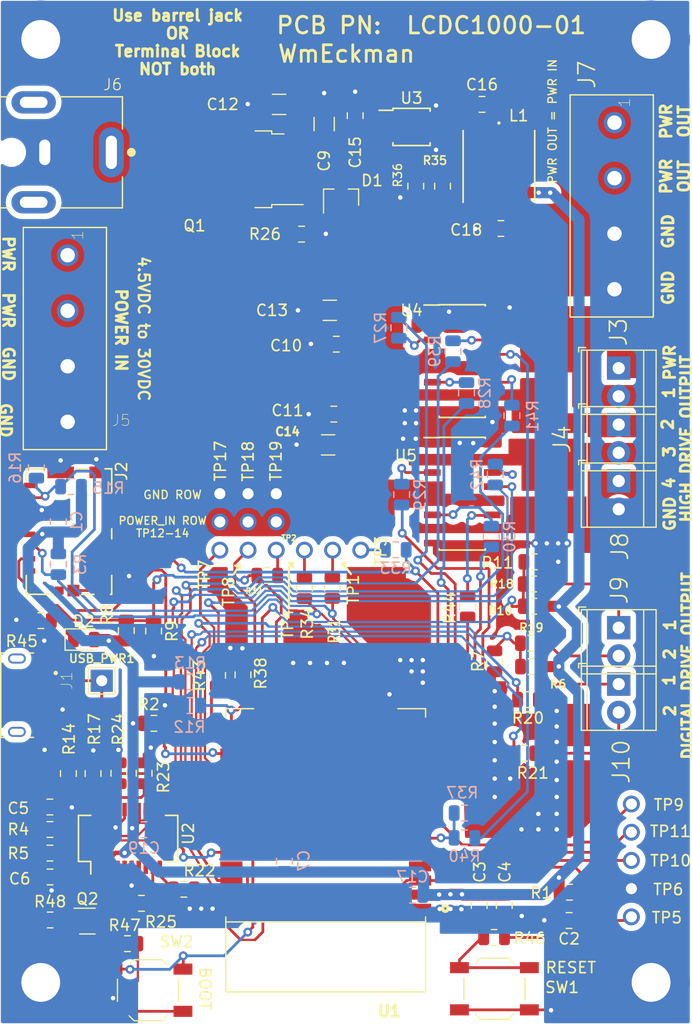
<source format=kicad_pcb>
(kicad_pcb (version 20171130) (host pcbnew "(5.1.2)-1")
  (layers (0 F.Cu signal hide) (31 B.Cu signal) (34 B.Paste user hide) (35 F.Paste user hide) (36 B.SilkS user hide) (37 F.SilkS user hide) (38 B.Mask user hide) (39 F.Mask user hide) (44 Edge.Cuts user hide))
  (net 0 "")
  (net 1 "Net-(J1-PadS6)")
  (net 2 "Net-(J1-PadS5)")
  (net 3 "Net-(J1-PadS3)")
  (net 4 "Net-(J1-PadS4)")
  (net 5 Earth)
  (net 6 "Net-(J1-Pad4)")
  (net 7 "Net-(C6-Pad1)")
  (net 8 "Net-(C5-Pad1)")
  (net 9 "Net-(J1-Pad1)")
  (net 10 /PWR)
  (net 11 /PWR_RBPROTECTED)
  (net 12 "Net-(D1-Pad2)")
  (net 13 +3V3)
  (net 14 "Net-(C16-Pad1)")
  (net 15 /DRV2_SEL)
  (net 16 /DRV1_PWM)
  (net 17 /UART_RXD)
  (net 18 /UART_TXD)
  (net 19 /DRV1_SEL)
  (net 20 /LED_DATA)
  (net 21 /LED_CLK)
  (net 22 /GPIO_5)
  (net 23 /IO17)
  (net 24 /SD_DET)
  (net 25 /DRV2_CS)
  (net 26 /GPIO_2)
  (net 27 /TDO_SD_CD)
  (net 28 "Net-(U1-Pad22)")
  (net 29 "Net-(U1-Pad21)")
  (net 30 "Net-(U1-Pad20)")
  (net 31 "Net-(U1-Pad19)")
  (net 32 "Net-(U1-Pad18)")
  (net 33 "Net-(U1-Pad17)")
  (net 34 /TCK_SD_MOSI)
  (net 35 /TDI_SD_MISO)
  (net 36 /TMS_SD_CLK)
  (net 37 /DRV1_INb)
  (net 38 /DRV1_INa)
  (net 39 /DRV2_PWM)
  (net 40 /DRV2_INb)
  (net 41 /DRV2_INa)
  (net 42 /IO35)
  (net 43 /SENSOR_VN)
  (net 44 /SENSOR_VP)
  (net 45 /DRV2_OUT2)
  (net 46 /DRV2_OUT1)
  (net 47 /DRV1_OUT2)
  (net 48 /DRV1_OUT1)
  (net 49 "Net-(J2-Pad1)")
  (net 50 "Net-(J2-Pad8)")
  (net 51 /EN)
  (net 52 "Net-(R34-Pad1)")
  (net 53 "Net-(R33-Pad1)")
  (net 54 "Net-(R32-Pad1)")
  (net 55 "Net-(R28-Pad2)")
  (net 56 "Net-(R42-Pad1)")
  (net 57 "Net-(R41-Pad1)")
  (net 58 "Net-(R39-Pad1)")
  (net 59 "Net-(R44-Pad1)")
  (net 60 "Net-(R4-Pad2)")
  (net 61 "Net-(R5-Pad2)")
  (net 62 "Net-(R14-Pad2)")
  (net 63 "Net-(R22-Pad1)")
  (net 64 "Net-(R23-Pad1)")
  (net 65 "Net-(R24-Pad1)")
  (net 66 "Net-(R25-Pad2)")
  (net 67 "Net-(R27-Pad2)")
  (net 68 "Net-(R29-Pad2)")
  (net 69 "Net-(R30-Pad2)")
  (net 70 "Net-(R35-Pad2)")
  (net 71 "Net-(C15-Pad1)")
  (net 72 "Net-(C16-Pad2)")
  (net 73 "Net-(U1-Pad39)")
  (net 74 "Net-(R40-Pad2)")
  (net 75 "Net-(R43-Pad2)")
  (net 76 /GPIO_0)
  (net 77 /DRV1_CS)
  (net 78 "Net-(R31-Pad2)")
  (net 79 "Net-(D2-Pad1)")
  (net 80 "Net-(J9-Pad2)")
  (net 81 "Net-(J9-Pad1)")
  (net 82 "Net-(J10-Pad2)")
  (net 83 "Net-(J10-Pad1)")
  (net 84 /DTR)
  (net 85 "Net-(Q2-Pad2)")
  (net 86 "Net-(Q2-Pad5)")
  (net 87 /RTS)
  (net 88 "Net-(R46-Pad2)")
  (net 89 "Net-(U2-Pad8)")
  (net 90 "Net-(U2-Pad7)")
  (net 91 "Net-(U2-Pad5)")
  (module lc_dc1000:CUI_PJ-063AH (layer F.Cu) (at 177.292 60.325 180)
    (fp_text reference J6 (at -0.127 6.096 180) (layer F.SilkS) (effects (font (size 1.00023 1.00023) (thickness 0.1))))
    (fp_text value Barrel_Jack hide)
    (pad Hole np_thru_hole circle (at 9 0 180) (size 1.6 1.6) (drill 1.6) (layers *.Cu *.Mask F.SilkS))
    (pad S2 thru_hole oval (at 7 4.5 180) (size 4 2) (drill oval 2.5 1) (layers *.Cu *.Mask))
    (pad S1 thru_hole oval (at 7 -4.5 180) (size 4 2) (drill oval 2.5 1) (layers *.Cu *.Mask))
    (pad 2 thru_hole roundrect (at 6 0 90) (size 4 2) (drill oval 2.3 1) (layers *.Cu *.Mask) (net 5 Earth))
    (pad 1 thru_hole oval (at 0 0 90) (size 4.5 2.25) (drill oval 3 1) (layers *.Cu *.Mask) (net 10 /PWR))
  )
  (module lc_dc1000:1mm_tp (layer F.Cu) (at 192.151 91.059)
    (fp_text reference TP19 (at -0.0254 -2.9464 90) (layer F.SilkS))
    (fp_text value TestPoint)
    (pad 1 thru_hole circle (at 0 0) (size 1.524 1.524) (drill 1) (layers *.Cu *.Mask) (net 5 Earth))
  )
  (module lc_dc1000:1mm_tp (layer F.Cu) (at 189.611 91.059)
    (fp_text reference TP18 (at 0 -2.921 90) (layer F.SilkS))
    (fp_text value TestPoint)
    (pad 1 thru_hole circle (at 0 0) (size 1.524 1.524) (drill 1) (layers *.Cu *.Mask) (net 5 Earth))
  )
  (module lc_dc1000:1mm_tp (layer F.Cu) (at 187.071 91.059)
    (fp_text reference TP17 (at 0.0508 -2.9464 90) (layer F.SilkS))
    (fp_text value TestPoint)
    (pad 1 thru_hole circle (at 0 0) (size 1.524 1.524) (drill 1) (layers *.Cu *.Mask) (net 5 Earth))
  )
  (module lc_dc1000:1mm_tp (layer F.Cu) (at 192.151 93.599)
    (fp_text reference TP14 hide)
    (fp_text value TestPoint)
    (pad 1 thru_hole circle (at 0 0) (size 1.524 1.524) (drill 1) (layers *.Cu *.Mask) (net 11 /PWR_RBPROTECTED))
  )
  (module lc_dc1000:1mm_tp (layer F.Cu) (at 189.611 93.599)
    (fp_text reference TP13 hide)
    (fp_text value TestPoint)
    (pad 1 thru_hole circle (at 0 0) (size 1.524 1.524) (drill 1) (layers *.Cu *.Mask) (net 11 /PWR_RBPROTECTED))
  )
  (module lc_dc1000:1mm_tp (layer F.Cu) (at 187.071 93.599)
    (fp_text reference TP12 hide)
    (fp_text value TestPoint)
    (pad 1 thru_hole circle (at 0 0) (size 1.524 1.524) (drill 1) (layers *.Cu *.Mask) (net 11 /PWR_RBPROTECTED))
  )
  (module lc_dc1000:1mm_tp (layer F.Cu) (at 224.155 121.539 180)
    (fp_text reference TP11 (at -3.5052 0.0762) (layer F.SilkS))
    (fp_text value TestPoint)
    (pad 1 thru_hole circle (at 0 0 180) (size 1.524 1.524) (drill 1) (layers *.Cu *.Mask) (net 43 /SENSOR_VN))
  )
  (module lc_dc1000:1mm_tp (layer F.Cu) (at 224.155 124.079 180)
    (fp_text reference TP10 (at -3.5306 -0.0254) (layer F.SilkS))
    (fp_text value TestPoint)
    (pad 1 thru_hole circle (at 0 0 180) (size 1.524 1.524) (drill 1) (layers *.Cu *.Mask) (net 44 /SENSOR_VP))
  )
  (module lc_dc1000:1mm_tp (layer F.Cu) (at 224.155 118.999 180)
    (fp_text reference TP9 (at -3.3782 -0.0762) (layer F.SilkS))
    (fp_text value TestPoint)
    (pad 1 thru_hole circle (at 0 0 180) (size 1.524 1.524) (drill 1) (layers *.Cu *.Mask) (net 42 /IO35))
  )
  (module lc_dc1000:1mm_tp (layer F.Cu) (at 189.611 96.139 180)
    (fp_text reference TP8 (at 1.7526 -3.7338 90) (layer F.SilkS))
    (fp_text value TestPoint)
    (pad 1 thru_hole circle (at 0 0 180) (size 1.524 1.524) (drill 1) (layers *.Cu *.Mask) (net 76 /GPIO_0))
  )
  (module lc_dc1000:1mm_tp (layer F.Cu) (at 187.071 96.139 180)
    (fp_text reference TP7 (at 1.397 -2.2098 90) (layer F.SilkS))
    (fp_text value TestPoint)
    (pad 1 thru_hole circle (at 0 0 180) (size 1.524 1.524) (drill 1) (layers *.Cu *.Mask) (net 23 /IO17))
  )
  (module lc_dc1000:1mm_tp (layer F.Cu) (at 224.155 126.619 180)
    (fp_text reference TP6 (at -3.3274 -0.0762) (layer F.SilkS))
    (fp_text value TestPoint)
    (pad 1 thru_hole circle (at 0 0 180) (size 1.524 1.524) (drill 1) (layers *.Cu *.Mask) (net 5 Earth))
  )
  (module lc_dc1000:1mm_tp (layer F.Cu) (at 224.155 129.159 180)
    (fp_text reference TP5 (at -3.2004 -0.0762) (layer F.SilkS))
    (fp_text value TestPoint)
    (pad 1 thru_hole circle (at 0 0 180) (size 1.524 1.524) (drill 1) (layers *.Cu *.Mask) (net 51 /EN))
  )
  (module lc_dc1000:1mm_tp (layer F.Cu) (at 194.691 96.139 180)
    (fp_text reference TP4 (at 1.524 -6.6802 90) (layer F.SilkS))
    (fp_text value TestPoint)
    (pad 1 thru_hole circle (at 0 0 180) (size 1.524 1.524) (drill 1) (layers *.Cu *.Mask) (net 52 "Net-(R34-Pad1)"))
  )
  (module lc_dc1000:1mm_tp (layer F.Cu) (at 199.771 96.139 180)
    (fp_text reference TP3 (at -1.8034 -0.0762 90) (layer F.SilkS))
    (fp_text value TestPoint)
    (pad 1 thru_hole circle (at 0 0 180) (size 1.524 1.524) (drill 1) (layers *.Cu *.Mask) (net 53 "Net-(R33-Pad1)"))
  )
  (module lc_dc1000:1mm_tp (layer F.Cu) (at 192.151 96.139 180)
    (fp_text reference TP2 (at -1.143 1.0922) (layer F.SilkS) (effects (font (size 0.5 0.5) (thickness 0.125))))
    (fp_text value TestPoint)
    (pad 1 thru_hole circle (at 0 0 180) (size 1.524 1.524) (drill 1) (layers *.Cu *.Mask) (net 54 "Net-(R32-Pad1)"))
  )
  (module lc_dc1000:1mm_tp (layer F.Cu) (at 197.231 96.139 180)
    (fp_text reference TP1 (at -1.8542 -3.556 90) (layer F.SilkS))
    (fp_text value TestPoint)
    (pad 1 thru_hole circle (at 0 0 180) (size 1.524 1.524) (drill 1) (layers *.Cu *.Mask) (net 78 "Net-(R31-Pad2)"))
  )
  (module Capacitor_SMD:C_0805_2012Metric (layer B.Cu) (at 180.2361 121.3104)
    (fp_text reference C19 (at 0 1.65) (layer B.SilkS) (effects (justify mirror)))
    (fp_text value 10uF)
    (pad 2 smd roundrect (at 0.9375 0) (size 0.975 1.4) (layers B.Cu B.Paste B.Mask) (net 5 Earth))
    (pad 1 smd roundrect (at -0.9375 0) (size 0.975 1.4) (layers B.Cu B.Paste B.Mask) (net 13 +3V3))
  )
  (module Capacitor_SMD:C_0805_2012Metric (layer F.Cu) (at 212.3948 67.183 180)
    (fp_text reference C18 (at 3.1242 -0.127) (layer F.SilkS))
    (fp_text value 10uF)
    (pad 2 smd roundrect (at 0.9375 0 180) (size 0.975 1.4) (layers F.Cu F.Paste F.Mask) (net 5 Earth))
    (pad 1 smd roundrect (at -0.9375 0 180) (size 0.975 1.4) (layers F.Cu F.Paste F.Mask) (net 13 +3V3))
  )
  (module Capacitor_SMD:C_0805_2012Metric (layer B.Cu) (at 204.4215 127.2032 180)
    (fp_text reference C17 (at 0 1.65) (layer B.SilkS) (effects (justify mirror)))
    (fp_text value 10uF)
    (pad 2 smd roundrect (at 0.9375 0 180) (size 0.975 1.4) (layers B.Cu B.Paste B.Mask) (net 5 Earth))
    (pad 1 smd roundrect (at -0.9375 0 180) (size 0.975 1.4) (layers B.Cu B.Paste B.Mask) (net 13 +3V3))
  )
  (module Package_SO:SSOP-20_3.9x8.7mm_P0.635mm (layer F.Cu) (at 178.8033 122.0978 90)
    (fp_text reference U2 (at 0.4318 5.4229 90) (layer F.SilkS))
    (fp_text value FT231XS)
    (pad 20 smd rect (at 2.6 -2.8575 90) (size 1.2 0.4) (layers F.Cu F.Paste F.Mask) (net 18 /UART_TXD))
    (pad 19 smd rect (at 2.6 -2.2225 90) (size 1.2 0.4) (layers F.Cu F.Paste F.Mask) (net 62 "Net-(R14-Pad2)"))
    (pad 18 smd rect (at 2.6 -1.5875 90) (size 1.2 0.4) (layers F.Cu F.Paste F.Mask) (net 65 "Net-(R24-Pad1)"))
    (pad 17 smd rect (at 2.6 -0.9525 90) (size 1.2 0.4) (layers F.Cu F.Paste F.Mask) (net 64 "Net-(R23-Pad1)"))
    (pad 16 smd rect (at 2.6 -0.3175 90) (size 1.2 0.4) (layers F.Cu F.Paste F.Mask) (net 5 Earth))
    (pad 15 smd rect (at 2.6 0.3175 90) (size 1.2 0.4) (layers F.Cu F.Paste F.Mask) (net 13 +3V3))
    (pad 14 smd rect (at 2.6 0.9525 90) (size 1.2 0.4) (layers F.Cu F.Paste F.Mask) (net 13 +3V3))
    (pad 13 smd rect (at 2.6 1.5875 90) (size 1.2 0.4) (layers F.Cu F.Paste F.Mask) (net 13 +3V3))
    (pad 12 smd rect (at 2.6 2.2225 90) (size 1.2 0.4) (layers F.Cu F.Paste F.Mask) (net 60 "Net-(R4-Pad2)"))
    (pad 11 smd rect (at 2.6 2.8575 90) (size 1.2 0.4) (layers F.Cu F.Paste F.Mask) (net 61 "Net-(R5-Pad2)"))
    (pad 10 smd rect (at -2.6 2.8575 90) (size 1.2 0.4) (layers F.Cu F.Paste F.Mask) (net 63 "Net-(R22-Pad1)"))
    (pad 9 smd rect (at -2.6 2.2225 90) (size 1.2 0.4) (layers F.Cu F.Paste F.Mask) (net 66 "Net-(R25-Pad2)"))
    (pad 8 smd rect (at -2.6 1.5875 90) (size 1.2 0.4) (layers F.Cu F.Paste F.Mask) (net 89 "Net-(U2-Pad8)"))
    (pad 7 smd rect (at -2.6 0.9525 90) (size 1.2 0.4) (layers F.Cu F.Paste F.Mask) (net 90 "Net-(U2-Pad7)"))
    (pad 6 smd rect (at -2.6 0.3175 90) (size 1.2 0.4) (layers F.Cu F.Paste F.Mask) (net 5 Earth))
    (pad 5 smd rect (at -2.6 -0.3175 90) (size 1.2 0.4) (layers F.Cu F.Paste F.Mask) (net 91 "Net-(U2-Pad5)"))
    (pad 4 smd rect (at -2.6 -0.9525 90) (size 1.2 0.4) (layers F.Cu F.Paste F.Mask) (net 17 /UART_RXD))
    (pad 3 smd rect (at -2.6 -1.5875 90) (size 1.2 0.4) (layers F.Cu F.Paste F.Mask) (net 13 +3V3))
    (pad 2 smd rect (at -2.6 -2.2225 90) (size 1.2 0.4) (layers F.Cu F.Paste F.Mask) (net 87 /RTS))
    (pad 1 smd rect (at -2.6 -2.8575 90) (size 1.2 0.4) (layers F.Cu F.Paste F.Mask) (net 84 /DTR))
  )
  (module Button_Switch_SMD:SW_SPST_TL3342 (layer F.Cu) (at 180.594 135.763)
    (fp_text reference SW2 (at 2.5654 -4.3688 180) (layer F.SilkS))
    (fp_text value SW_Push)
    (pad 2 smd rect (at 3.15 1.9) (size 1.7 1) (layers F.Cu F.Paste F.Mask) (net 5 Earth))
    (pad 2 smd rect (at -3.15 1.9) (size 1.7 1) (layers F.Cu F.Paste F.Mask) (net 5 Earth))
    (pad 1 smd rect (at 3.15 -1.9) (size 1.7 1) (layers F.Cu F.Paste F.Mask) (net 76 /GPIO_0))
    (pad 1 smd rect (at -3.15 -1.9) (size 1.7 1) (layers F.Cu F.Paste F.Mask) (net 76 /GPIO_0))
  )
  (module Button_Switch_SMD:SW_SPST_TL3342 (layer F.Cu) (at 211.8106 135.631)
    (fp_text reference SW1 (at 6.096 -0.122) (layer F.SilkS))
    (fp_text value SW_Push)
    (pad 2 smd rect (at 3.15 1.9) (size 1.7 1) (layers F.Cu F.Paste F.Mask) (net 5 Earth))
    (pad 2 smd rect (at -3.15 1.9) (size 1.7 1) (layers F.Cu F.Paste F.Mask) (net 5 Earth))
    (pad 1 smd rect (at 3.15 -1.9) (size 1.7 1) (layers F.Cu F.Paste F.Mask) (net 88 "Net-(R46-Pad2)"))
    (pad 1 smd rect (at -3.15 -1.9) (size 1.7 1) (layers F.Cu F.Paste F.Mask) (net 88 "Net-(R46-Pad2)"))
  )
  (module Resistor_SMD:R_0805_2012Metric (layer F.Cu) (at 171.7779 129.4384)
    (fp_text reference R48 (at 0 -1.65) (layer F.SilkS))
    (fp_text value 10k)
    (pad 2 smd roundrect (at 0.9375 0) (size 0.975 1.4) (layers F.Cu F.Paste F.Mask) (net 87 /RTS))
    (pad 1 smd roundrect (at -0.9375 0) (size 0.975 1.4) (layers F.Cu F.Paste F.Mask) (net 86 "Net-(Q2-Pad5)"))
  )
  (module Resistor_SMD:R_0805_2012Metric (layer F.Cu) (at 178.7421 131.572)
    (fp_text reference R47 (at -0.2563 -1.651) (layer F.SilkS))
    (fp_text value 10k)
    (pad 2 smd roundrect (at 0.9375 0) (size 0.975 1.4) (layers F.Cu F.Paste F.Mask) (net 84 /DTR))
    (pad 1 smd roundrect (at -0.9375 0) (size 0.975 1.4) (layers F.Cu F.Paste F.Mask) (net 85 "Net-(Q2-Pad2)"))
  )
  (module Resistor_SMD:R_0805_2012Metric (layer F.Cu) (at 211.7829 131.0132 180)
    (fp_text reference R46 (at -3.2027 -0.0762) (layer F.SilkS))
    (fp_text value 1k)
    (pad 2 smd roundrect (at 0.9375 0 180) (size 0.975 1.4) (layers F.Cu F.Paste F.Mask) (net 88 "Net-(R46-Pad2)"))
    (pad 1 smd roundrect (at -0.9375 0 180) (size 0.975 1.4) (layers F.Cu F.Paste F.Mask) (net 51 /EN))
  )
  (module Resistor_SMD:R_0805_2012Metric (layer B.Cu) (at 184.3809 108.0008)
    (fp_text reference R12 (at -0.0531 4.064) (layer B.SilkS) (effects (justify mirror)))
    (fp_text value 10k)
    (pad 2 smd roundrect (at 0.9375 0) (size 0.975 1.4) (layers B.Cu B.Paste B.Mask) (net 76 /GPIO_0))
    (pad 1 smd roundrect (at -0.9375 0) (size 0.975 1.4) (layers B.Cu B.Paste B.Mask) (net 13 +3V3))
  )
  (module Package_TO_SOT_SMD:SOT-363_SC-70-6 (layer F.Cu) (at 175.133 129.54)
    (fp_text reference Q2 (at 0 -2) (layer F.SilkS))
    (fp_text value MBT3904DW1)
    (pad 6 smd rect (at 0.95 -0.65) (size 0.65 0.4) (layers F.Cu F.Paste F.Mask) (net 51 /EN))
    (pad 4 smd rect (at 0.95 0.65) (size 0.65 0.4) (layers F.Cu F.Paste F.Mask) (net 84 /DTR))
    (pad 2 smd rect (at -0.95 0) (size 0.65 0.4) (layers F.Cu F.Paste F.Mask) (net 85 "Net-(Q2-Pad2)"))
    (pad 5 smd rect (at 0.95 0) (size 0.65 0.4) (layers F.Cu F.Paste F.Mask) (net 86 "Net-(Q2-Pad5)"))
    (pad 3 smd rect (at -0.95 0.65) (size 0.65 0.4) (layers F.Cu F.Paste F.Mask) (net 76 /GPIO_0))
    (pad 1 smd rect (at -0.95 -0.65) (size 0.65 0.4) (layers F.Cu F.Paste F.Mask) (net 87 /RTS))
  )
  (module TerminalBlock_TE-Connectivity:TerminalBlock_TE_282834-2_1x02_P2.54mm_Horizontal (layer F.Cu) (at 223.012 108.204 270)
    (fp_text reference J10 (at 6.985 -0.2286 90) (layer F.SilkS) (effects (font (size 1.5 1.5))))
    (fp_text value Screw_Terminal_01x02)
    (pad 2 thru_hole circle (at 2.54 0 270) (size 2.1 2.1) (drill 1.1) (layers *.Cu *.Mask) (net 82 "Net-(J10-Pad2)"))
    (pad 1 thru_hole rect (at 0 0 270) (size 2.1 2.1) (drill 1.1) (layers *.Cu *.Mask) (net 83 "Net-(J10-Pad1)"))
  )
  (module TerminalBlock_TE-Connectivity:TerminalBlock_TE_282834-2_1x02_P2.54mm_Horizontal (layer F.Cu) (at 223.012 103.124 270)
    (fp_text reference J9 (at -3.3782 -0.0508 90) (layer F.SilkS) (effects (font (size 1.5 1.5))))
    (fp_text value Screw_Terminal_01x02)
    (pad 2 thru_hole circle (at 2.54 0 270) (size 2.1 2.1) (drill 1.1) (layers *.Cu *.Mask) (net 80 "Net-(J9-Pad2)"))
    (pad 1 thru_hole rect (at 0 0 270) (size 2.1 2.1) (drill 1.1) (layers *.Cu *.Mask) (net 81 "Net-(J9-Pad1)"))
  )
  (module TerminalBlock_TE-Connectivity:TerminalBlock_TE_282834-2_1x02_P2.54mm_Horizontal (layer F.Cu) (at 223.012 89.916 270)
    (fp_text reference J8 (at 5.8928 -0.1016 90) (layer F.SilkS) (effects (font (size 1.5 1.5))))
    (fp_text value Screw_Terminal_01x02)
    (pad 2 thru_hole circle (at 2.54 0 270) (size 2.1 2.1) (drill 1.1) (layers *.Cu *.Mask) (net 5 Earth))
    (pad 1 thru_hole rect (at 0 0 270) (size 2.1 2.1) (drill 1.1) (layers *.Cu *.Mask) (net 45 /DRV2_OUT2))
  )
  (module TerminalBlock_TE-Connectivity:TerminalBlock_TE_282834-2_1x02_P2.54mm_Horizontal (layer F.Cu) (at 223.012 84.836 270)
    (fp_text reference J4 (at 1.3208 5.1054 90) (layer F.SilkS) (effects (font (size 1.5 1.5))))
    (fp_text value Screw_Terminal_01x02)
    (pad 2 thru_hole circle (at 2.54 0 270) (size 2.1 2.1) (drill 1.1) (layers *.Cu *.Mask) (net 46 /DRV2_OUT1))
    (pad 1 thru_hole rect (at 0 0 270) (size 2.1 2.1) (drill 1.1) (layers *.Cu *.Mask) (net 47 /DRV1_OUT2))
  )
  (module TerminalBlock_TE-Connectivity:TerminalBlock_TE_282834-2_1x02_P2.54mm_Horizontal (layer F.Cu) (at 223.012 79.756 270)
    (fp_text reference J3 (at -3.2512 0.0254 270) (layer F.SilkS) (effects (font (size 1.5 1.5))))
    (fp_text value Screw_Terminal_01x02)
    (pad 2 thru_hole circle (at 2.54 0 270) (size 2.1 2.1) (drill 1.1) (layers *.Cu *.Mask) (net 48 /DRV1_OUT1))
    (pad 1 thru_hole rect (at 0 0 270) (size 2.1 2.1) (drill 1.1) (layers *.Cu *.Mask) (net 11 /PWR_RBPROTECTED))
  )
  (module LED_SMD:LED_0805_2012Metric (layer F.Cu) (at 174.8051 104.1908)
    (fp_text reference D2 (at 0 -1.65) (layer F.SilkS))
    (fp_text value LED)
    (pad 1 smd roundrect (at -0.9375 0) (size 0.975 1.4) (layers F.Cu F.Paste F.Mask) (net 79 "Net-(D2-Pad1)"))
    (pad 2 smd roundrect (at 0.9375 0) (size 0.975 1.4) (layers F.Cu F.Paste F.Mask) (net 13 +3V3))
  )
  (module Resistor_SMD:R_0805_2012Metric (layer F.Cu) (at 170.9443 102.489 180)
    (fp_text reference R45 (at 1.7295 -1.8542 180) (layer F.SilkS))
    (fp_text value 100)
    (pad 2 smd roundrect (at 0.9375 0 180) (size 0.975 1.4) (layers F.Cu F.Paste F.Mask) (net 5 Earth))
    (pad 1 smd roundrect (at -0.9375 0 180) (size 0.975 1.4) (layers F.Cu F.Paste F.Mask) (net 79 "Net-(D2-Pad1)"))
  )
  (module Resistor_SMD:R_0805_2012Metric (layer B.Cu) (at 170.5356 88.7199 90)
    (fp_text reference R16 (at -0.0023 -1.905 90) (layer B.SilkS) (effects (justify mirror)))
    (fp_text value DNI)
    (pad 1 smd roundrect (at -0.9375 0 90) (size 0.975 1.4) (layers B.Cu B.Paste B.Mask) (net 35 /TDI_SD_MISO))
    (pad 2 smd roundrect (at 0.9375 0 90) (size 0.975 1.4) (layers B.Cu B.Paste B.Mask) (net 5 Earth))
  )
  (module MountingHole:MountingHole_3.5mm_Pad (layer F.Cu) (at 225.931 135.059)
    (fp_text reference H1 hide)
    (fp_text value MountingHole_Pad)
    (pad 1 thru_hole circle (at 0 0) (size 7 7) (drill 3.5) (layers *.Cu *.Mask) (net 5 Earth))
  )
  (module MountingHole:MountingHole_3.5mm_Pad (layer F.Cu) (at 170.931 135.059)
    (fp_text reference H2 hide)
    (fp_text value MountingHole_Pad)
    (pad 1 thru_hole circle (at 0 0) (size 7 7) (drill 3.5) (layers *.Cu *.Mask) (net 5 Earth))
  )
  (module MountingHole:MountingHole_3.5mm_Pad (layer F.Cu) (at 225.931 50.159)
    (fp_text reference H3 hide)
    (fp_text value MountingHole_Pad)
    (pad 1 thru_hole circle (at 0 0) (size 7 7) (drill 3.5) (layers *.Cu *.Mask) (net 5 Earth))
  )
  (module MountingHole:MountingHole_3.5mm_Pad (layer F.Cu) (at 170.931 50.159)
    (fp_text reference H4 hide)
    (fp_text value MountingHole_Pad)
    (pad 1 thru_hole circle (at 0 0) (size 7 7) (drill 3.5) (layers *.Cu *.Mask) (net 5 Earth))
  )
  (module Capacitor_SMD:C_0805_2012Metric (layer B.Cu) (at 172.5168 93.5713 90)
    (fp_text reference C1 (at 0 1.65 90) (layer B.SilkS) (effects (justify mirror)))
    (fp_text value 0.1uF)
    (pad 2 smd roundrect (at 0.9375 0 90) (size 0.975 1.4) (layers B.Cu B.Paste B.Mask) (net 5 Earth))
    (pad 1 smd roundrect (at -0.9375 0 90) (size 0.975 1.4) (layers B.Cu B.Paste B.Mask) (net 13 +3V3))
  )
  (module Capacitor_SMD:C_0805_2012Metric (layer F.Cu) (at 210.693 56.007 180)
    (fp_text reference C16 (at 0 1.778 180) (layer F.SilkS))
    (fp_text value .1uF)
    (pad 1 smd roundrect (at -0.9375 0 180) (size 0.975 1.4) (layers F.Cu F.Paste F.Mask) (net 14 "Net-(C16-Pad1)"))
    (pad 2 smd roundrect (at 0.9375 0 180) (size 0.975 1.4) (layers F.Cu F.Paste F.Mask) (net 72 "Net-(C16-Pad2)"))
  )
  (module Capacitor_SMD:C_0805_2012Metric (layer F.Cu) (at 199.263 57.023 90)
    (fp_text reference C15 (at -3.302 0 90) (layer F.SilkS))
    (fp_text value 1uF)
    (pad 2 smd roundrect (at 0.9375 0 90) (size 0.975 1.4) (layers F.Cu F.Paste F.Mask) (net 5 Earth))
    (pad 1 smd roundrect (at -0.9375 0 90) (size 0.975 1.4) (layers F.Cu F.Paste F.Mask) (net 71 "Net-(C15-Pad1)"))
  )
  (module Capacitor_SMD:C_0805_2012Metric (layer F.Cu) (at 218.539761 129.487558 180)
    (fp_text reference C2 (at 0 -1.65 180) (layer F.SilkS))
    (fp_text value 0.1uF)
    (pad 1 smd roundrect (at -0.9375 0 180) (size 0.975 1.4) (layers F.Cu F.Paste F.Mask) (net 51 /EN))
    (pad 2 smd roundrect (at 0.9375 0 180) (size 0.975 1.4) (layers F.Cu F.Paste F.Mask) (net 5 Earth))
  )
  (module Capacitor_SMD:C_0805_2012Metric (layer F.Cu) (at 210.439 128.1407 270)
    (fp_text reference C3 (at -3.0203 -0.0508 270) (layer F.SilkS))
    (fp_text value 0.1uF)
    (pad 2 smd roundrect (at 0.9375 0 270) (size 0.975 1.4) (layers F.Cu F.Paste F.Mask) (net 5 Earth))
    (pad 1 smd roundrect (at -0.9375 0 270) (size 0.975 1.4) (layers F.Cu F.Paste F.Mask) (net 13 +3V3))
  )
  (module Capacitor_SMD:C_0805_2012Metric (layer F.Cu) (at 212.6996 128.1407 270)
    (fp_text reference C4 (at -3.0203 -0.0508 270) (layer F.SilkS))
    (fp_text value 10uF)
    (pad 1 smd roundrect (at -0.9375 0 270) (size 0.975 1.4) (layers F.Cu F.Paste F.Mask) (net 13 +3V3))
    (pad 2 smd roundrect (at 0.9375 0 270) (size 0.975 1.4) (layers F.Cu F.Paste F.Mask) (net 5 Earth))
  )
  (module Capacitor_SMD:C_0805_2012Metric (layer F.Cu) (at 171.7573 119.2684)
    (fp_text reference C5 (at -2.8473 0.1116) (layer F.SilkS))
    (fp_text value 27pF)
    (pad 2 smd roundrect (at 0.9375 0) (size 0.975 1.4) (layers F.Cu F.Paste F.Mask) (net 5 Earth))
    (pad 1 smd roundrect (at -0.9375 0) (size 0.975 1.4) (layers F.Cu F.Paste F.Mask) (net 8 "Net-(C5-Pad1)"))
  )
  (module Capacitor_SMD:C_0805_2012Metric (layer F.Cu) (at 171.7698 125.5684)
    (fp_text reference C6 (at -2.7328 0.1616) (layer F.SilkS))
    (fp_text value 27pF)
    (pad 1 smd roundrect (at -0.9375 0) (size 0.975 1.4) (layers F.Cu F.Paste F.Mask) (net 7 "Net-(C6-Pad1)"))
    (pad 2 smd roundrect (at 0.9375 0) (size 0.975 1.4) (layers F.Cu F.Paste F.Mask) (net 5 Earth))
  )
  (module Capacitor_SMD:C_0805_2012Metric (layer B.Cu) (at 192.8876 124.1321 90)
    (fp_text reference C7 (at 0.0277 1.7526 90) (layer B.SilkS) (effects (justify mirror)))
    (fp_text value 0.1uF)
    (pad 2 smd roundrect (at 0.9375 0 90) (size 0.975 1.4) (layers B.Cu B.Paste B.Mask) (net 5 Earth))
    (pad 1 smd roundrect (at -0.9375 0 90) (size 0.975 1.4) (layers B.Cu B.Paste B.Mask) (net 13 +3V3))
  )
  (module Capacitor_SMD:C_0805_2012Metric (layer F.Cu) (at 197.5635 77.597 180)
    (fp_text reference C10 (at 4.5235 -0.127 180) (layer F.SilkS))
    (fp_text value 0.1uF)
    (pad 2 smd roundrect (at 0.9375 0 180) (size 0.975 1.4) (layers F.Cu F.Paste F.Mask) (net 5 Earth))
    (pad 1 smd roundrect (at -0.9375 0 180) (size 0.975 1.4) (layers F.Cu F.Paste F.Mask) (net 11 /PWR_RBPROTECTED))
  )
  (module Capacitor_SMD:C_0805_2012Metric (layer F.Cu) (at 197.3349 83.8962 180)
    (fp_text reference C11 (at 4.1679 0.3302 180) (layer F.SilkS))
    (fp_text value 0.1uF)
    (pad 1 smd roundrect (at -0.9375 0 180) (size 0.975 1.4) (layers F.Cu F.Paste F.Mask) (net 11 /PWR_RBPROTECTED))
    (pad 2 smd roundrect (at 0.9375 0 180) (size 0.975 1.4) (layers F.Cu F.Paste F.Mask) (net 5 Earth))
  )
  (module Capacitor_SMD:C_1206_3216Metric (layer F.Cu) (at 196.469 57.785 90)
    (fp_text reference C9 (at -3.302 0 90) (layer F.SilkS))
    (fp_text value 4.7uF)
    (pad 1 smd roundrect (at -1.4 0 90) (size 1.25 1.75) (layers F.Cu F.Paste F.Mask) (roundrect_rratio 0.2) (net 11 /PWR_RBPROTECTED))
    (pad 2 smd roundrect (at 1.4 0 90) (size 1.25 1.75) (layers F.Cu F.Paste F.Mask) (roundrect_rratio 0.2) (net 5 Earth))
  )
  (module Capacitor_SMD:C_1206_3216Metric (layer F.Cu) (at 192.405 56.007 180)
    (fp_text reference C12 (at 5.08 0 180) (layer F.SilkS))
    (fp_text value 4.7uF)
    (pad 2 smd roundrect (at 1.4 0 180) (size 1.25 1.75) (layers F.Cu F.Paste F.Mask) (roundrect_rratio 0.2) (net 5 Earth))
    (pad 1 smd roundrect (at -1.4 0 180) (size 1.25 1.75) (layers F.Cu F.Paste F.Mask) (roundrect_rratio 0.2) (net 11 /PWR_RBPROTECTED))
  )
  (module Capacitor_SMD:C_1206_3216Metric (layer F.Cu) (at 196.977 74.549 180)
    (fp_text reference C13 (at 5.207 0 180) (layer F.SilkS))
    (fp_text value 4.7uF)
    (pad 1 smd roundrect (at -1.4 0 180) (size 1.25 1.75) (layers F.Cu F.Paste F.Mask) (roundrect_rratio 0.2) (net 11 /PWR_RBPROTECTED))
    (pad 2 smd roundrect (at 1.4 0 180) (size 1.25 1.75) (layers F.Cu F.Paste F.Mask) (roundrect_rratio 0.2) (net 5 Earth))
  )
  (module Capacitor_SMD:C_1206_3216Metric (layer F.Cu) (at 196.8276 86.6648 180)
    (fp_text reference C14 (at 3.6606 1.1938 180) (layer F.SilkS) (effects (font (size 0.75 0.75) (thickness 0.1875))))
    (fp_text value 4.7uF)
    (pad 2 smd roundrect (at 1.4 0 180) (size 1.25 1.75) (layers F.Cu F.Paste F.Mask) (roundrect_rratio 0.2) (net 5 Earth))
    (pad 1 smd roundrect (at -1.4 0 180) (size 1.25 1.75) (layers F.Cu F.Paste F.Mask) (roundrect_rratio 0.2) (net 11 /PWR_RBPROTECTED))
  )
  (module Diode_SMD:D_SOT-23_ANK (layer F.Cu) (at 197.993 64.389 90)
    (fp_text reference D1 (at 1.524 2.794 180) (layer F.SilkS))
    (fp_text value 4.3V)
    (pad 2 smd rect (at -1 -0.95 90) (size 0.9 0.8) (layers F.Cu F.Paste F.Mask) (net 12 "Net-(D1-Pad2)"))
    (pad "" smd rect (at -1 0.95 90) (size 0.9 0.8) (layers F.Cu F.Paste F.Mask))
    (pad 1 smd rect (at 1 0 90) (size 0.9 0.8) (layers F.Cu F.Paste F.Mask) (net 11 /PWR_RBPROTECTED))
  )
  (module Package_SO:MSOP-8_3x3mm_P0.65mm (layer F.Cu) (at 204.343 58.039)
    (fp_text reference U3 (at 0 -2.6) (layer F.SilkS))
    (fp_text value MCP16311MS)
    (pad 1 smd rect (at -2.2 -0.975) (size 1.45 0.45) (layers F.Cu F.Paste F.Mask) (net 70 "Net-(R35-Pad2)"))
    (pad 2 smd rect (at -2.2 -0.325) (size 1.45 0.45) (layers F.Cu F.Paste F.Mask) (net 71 "Net-(C15-Pad1)"))
    (pad 3 smd rect (at -2.2 0.325) (size 1.45 0.45) (layers F.Cu F.Paste F.Mask) (net 11 /PWR_RBPROTECTED))
    (pad 4 smd rect (at -2.2 0.975) (size 1.45 0.45) (layers F.Cu F.Paste F.Mask) (net 11 /PWR_RBPROTECTED))
    (pad 5 smd rect (at 2.2 0.975) (size 1.45 0.45) (layers F.Cu F.Paste F.Mask) (net 5 Earth))
    (pad 6 smd rect (at 2.2 0.325) (size 1.45 0.45) (layers F.Cu F.Paste F.Mask) (net 14 "Net-(C16-Pad1)"))
    (pad 7 smd rect (at 2.2 -0.325) (size 1.45 0.45) (layers F.Cu F.Paste F.Mask) (net 72 "Net-(C16-Pad2)"))
    (pad 8 smd rect (at 2.2 -0.975) (size 1.45 0.45) (layers F.Cu F.Paste F.Mask) (net 5 Earth))
  )
  (module Package_SO:SOIC-16_3.9x9.9mm_P1.27mm (layer F.Cu) (at 208.915 91.059)
    (fp_text reference U5 (at -5.08 -3.429) (layer F.SilkS))
    (fp_text value VNH7100ASTR)
    (pad 16 smd rect (at 2.7 -4.445) (size 1.5 0.6) (layers F.Cu F.Paste F.Mask) (net 5 Earth))
    (pad 15 smd rect (at 2.7 -3.175) (size 1.5 0.6) (layers F.Cu F.Paste F.Mask) (net 46 /DRV2_OUT1))
    (pad 14 smd rect (at 2.7 -1.905) (size 1.5 0.6) (layers F.Cu F.Paste F.Mask) (net 56 "Net-(R42-Pad1)"))
    (pad 13 smd rect (at 2.7 -0.635) (size 1.5 0.6) (layers F.Cu F.Paste F.Mask) (net 75 "Net-(R43-Pad2)"))
    (pad 12 smd rect (at 2.7 0.635) (size 1.5 0.6) (layers F.Cu F.Paste F.Mask) (net 11 /PWR_RBPROTECTED))
    (pad 11 smd rect (at 2.7 1.905) (size 1.5 0.6) (layers F.Cu F.Paste F.Mask) (net 59 "Net-(R44-Pad1)"))
    (pad 10 smd rect (at 2.7 3.175) (size 1.5 0.6) (layers F.Cu F.Paste F.Mask) (net 45 /DRV2_OUT2))
    (pad 9 smd rect (at 2.7 4.445) (size 1.5 0.6) (layers F.Cu F.Paste F.Mask) (net 5 Earth))
    (pad 8 smd rect (at -2.7 4.445) (size 1.5 0.6) (layers F.Cu F.Paste F.Mask) (net 5 Earth))
    (pad 7 smd rect (at -2.7 3.175) (size 1.5 0.6) (layers F.Cu F.Paste F.Mask) (net 45 /DRV2_OUT2))
    (pad 6 smd rect (at -2.7 1.905) (size 1.5 0.6) (layers F.Cu F.Paste F.Mask) (net 69 "Net-(R30-Pad2)"))
    (pad 5 smd rect (at -2.7 0.635) (size 1.5 0.6) (layers F.Cu F.Paste F.Mask) (net 11 /PWR_RBPROTECTED))
    (pad 4 smd rect (at -2.7 -0.635) (size 1.5 0.6) (layers F.Cu F.Paste F.Mask) (net 11 /PWR_RBPROTECTED))
    (pad 3 smd rect (at -2.7 -1.905) (size 1.5 0.6) (layers F.Cu F.Paste F.Mask) (net 68 "Net-(R29-Pad2)"))
    (pad 2 smd rect (at -2.7 -3.175) (size 1.5 0.6) (layers F.Cu F.Paste F.Mask) (net 46 /DRV2_OUT1))
    (pad 1 smd rect (at -2.7 -4.445) (size 1.5 0.6) (layers F.Cu F.Paste F.Mask) (net 5 Earth))
  )
  (module Package_SO:SOIC-16_3.9x9.9mm_P1.27mm (layer F.Cu) (at 208.915 79.121)
    (fp_text reference U4 (at -4.572 -4.572) (layer F.SilkS))
    (fp_text value VNH7100ASTR)
    (pad 1 smd rect (at -2.7 -4.445) (size 1.5 0.6) (layers F.Cu F.Paste F.Mask) (net 5 Earth))
    (pad 2 smd rect (at -2.7 -3.175) (size 1.5 0.6) (layers F.Cu F.Paste F.Mask) (net 48 /DRV1_OUT1))
    (pad 3 smd rect (at -2.7 -1.905) (size 1.5 0.6) (layers F.Cu F.Paste F.Mask) (net 67 "Net-(R27-Pad2)"))
    (pad 4 smd rect (at -2.7 -0.635) (size 1.5 0.6) (layers F.Cu F.Paste F.Mask) (net 11 /PWR_RBPROTECTED))
    (pad 5 smd rect (at -2.7 0.635) (size 1.5 0.6) (layers F.Cu F.Paste F.Mask) (net 11 /PWR_RBPROTECTED))
    (pad 6 smd rect (at -2.7 1.905) (size 1.5 0.6) (layers F.Cu F.Paste F.Mask) (net 55 "Net-(R28-Pad2)"))
    (pad 7 smd rect (at -2.7 3.175) (size 1.5 0.6) (layers F.Cu F.Paste F.Mask) (net 47 /DRV1_OUT2))
    (pad 8 smd rect (at -2.7 4.445) (size 1.5 0.6) (layers F.Cu F.Paste F.Mask) (net 5 Earth))
    (pad 9 smd rect (at 2.7 4.445) (size 1.5 0.6) (layers F.Cu F.Paste F.Mask) (net 5 Earth))
    (pad 10 smd rect (at 2.7 3.175) (size 1.5 0.6) (layers F.Cu F.Paste F.Mask) (net 47 /DRV1_OUT2))
    (pad 11 smd rect (at 2.7 1.905) (size 1.5 0.6) (layers F.Cu F.Paste F.Mask) (net 57 "Net-(R41-Pad1)"))
    (pad 12 smd rect (at 2.7 0.635) (size 1.5 0.6) (layers F.Cu F.Paste F.Mask) (net 11 /PWR_RBPROTECTED))
    (pad 13 smd rect (at 2.7 -0.635) (size 1.5 0.6) (layers F.Cu F.Paste F.Mask) (net 74 "Net-(R40-Pad2)"))
    (pad 14 smd rect (at 2.7 -1.905) (size 1.5 0.6) (layers F.Cu F.Paste F.Mask) (net 58 "Net-(R39-Pad1)"))
    (pad 15 smd rect (at 2.7 -3.175) (size 1.5 0.6) (layers F.Cu F.Paste F.Mask) (net 48 /DRV1_OUT1))
    (pad 16 smd rect (at 2.7 -4.445) (size 1.5 0.6) (layers F.Cu F.Paste F.Mask) (net 5 Earth))
  )
  (module Resistor_SMD:R_0805_2012Metric (layer B.Cu) (at 209.1205 119.8118)
    (fp_text reference R37 (at -0.2055 -1.8288) (layer B.SilkS) (effects (justify mirror)))
    (fp_text value 10k)
    (pad 2 smd roundrect (at 0.9375 0) (size 0.975 1.4) (layers B.Cu B.Paste B.Mask) (net 5 Earth))
    (pad 1 smd roundrect (at -0.9375 0) (size 0.975 1.4) (layers B.Cu B.Paste B.Mask) (net 77 /DRV1_CS))
  )
  (module Resistor_SMD:R_0805_2012Metric (layer F.Cu) (at 204.724 63.373 270)
    (fp_text reference R36 (at -0.9906 1.6256 270) (layer F.SilkS) (effects (font (size 0.75 0.75) (thickness 0.125))))
    (fp_text value 10k)
    (pad 1 smd roundrect (at -0.9375 0 270) (size 0.975 1.4) (layers F.Cu F.Paste F.Mask) (net 70 "Net-(R35-Pad2)"))
    (pad 2 smd roundrect (at 0.9375 0 270) (size 0.975 1.4) (layers F.Cu F.Paste F.Mask) (net 5 Earth))
  )
  (module Resistor_SMD:R_0805_2012Metric (layer F.Cu) (at 207.137 63.373 90)
    (fp_text reference R35 (at 2.3114 -0.6858 180) (layer F.SilkS) (effects (font (size 0.75 0.75))))
    (fp_text value 31.6k)
    (pad 2 smd roundrect (at 0.9375 0 90) (size 0.975 1.4) (layers F.Cu F.Paste F.Mask) (net 70 "Net-(R35-Pad2)"))
    (pad 1 smd roundrect (at -0.9375 0 90) (size 0.975 1.4) (layers F.Cu F.Paste F.Mask) (net 13 +3V3))
  )
  (module Resistor_SMD:R_0805_2012Metric (layer F.Cu) (at 194.691 99.5657 270)
    (fp_text reference R34 (at 3.1773 -0.254 270) (layer F.SilkS))
    (fp_text value 100)
    (pad 1 smd roundrect (at -0.9375 0 270) (size 0.975 1.4) (layers F.Cu F.Paste F.Mask) (net 52 "Net-(R34-Pad1)"))
    (pad 2 smd roundrect (at 0.9375 0 270) (size 0.975 1.4) (layers F.Cu F.Paste F.Mask) (net 34 /TCK_SD_MOSI))
  )
  (module Resistor_SMD:R_0805_2012Metric (layer B.Cu) (at 202.9206 96.1136)
    (fp_text reference R33 (at 0 1.65) (layer B.SilkS) (effects (justify mirror)))
    (fp_text value 100)
    (pad 2 smd roundrect (at 0.9375 0) (size 0.975 1.4) (layers B.Cu B.Paste B.Mask) (net 36 /TMS_SD_CLK))
    (pad 1 smd roundrect (at -0.9375 0) (size 0.975 1.4) (layers B.Cu B.Paste B.Mask) (net 53 "Net-(R33-Pad1)"))
  )
  (module Resistor_SMD:R_0805_2012Metric (layer F.Cu) (at 191.3405 98.425 180)
    (fp_text reference R32 (at 1.2215 -1.397) (layer F.SilkS) (effects (font (size 0.5 0.5) (thickness 0.125))))
    (fp_text value 100)
    (pad 1 smd roundrect (at -0.9375 0 180) (size 0.975 1.4) (layers F.Cu F.Paste F.Mask) (net 54 "Net-(R32-Pad1)"))
    (pad 2 smd roundrect (at 0.9375 0 180) (size 0.975 1.4) (layers F.Cu F.Paste F.Mask) (net 27 /TDO_SD_CD))
  )
  (module Resistor_SMD:R_0805_2012Metric (layer F.Cu) (at 197.2056 99.5426 90)
    (fp_text reference R31 (at -3.8862 0.1778 90) (layer F.SilkS) (effects (font (size 1 0.75))))
    (fp_text value 100)
    (pad 2 smd roundrect (at 0.9375 0 90) (size 0.975 1.4) (layers F.Cu F.Paste F.Mask) (net 78 "Net-(R31-Pad2)"))
    (pad 1 smd roundrect (at -0.9375 0 90) (size 0.975 1.4) (layers F.Cu F.Paste F.Mask) (net 35 /TDI_SD_MISO))
  )
  (module Resistor_SMD:R_0805_2012Metric (layer B.Cu) (at 211.5312 94.9175 90)
    (fp_text reference R30 (at 0 1.65 90) (layer B.SilkS) (effects (justify mirror)))
    (fp_text value 1k)
    (pad 1 smd roundrect (at -0.9375 0 90) (size 0.975 1.4) (layers B.Cu B.Paste B.Mask) (net 40 /DRV2_INb))
    (pad 2 smd roundrect (at 0.9375 0 90) (size 0.975 1.4) (layers B.Cu B.Paste B.Mask) (net 69 "Net-(R30-Pad2)"))
  )
  (module Resistor_SMD:R_0805_2012Metric (layer B.Cu) (at 203.454 91.1375 90)
    (fp_text reference R29 (at 0 1.65 90) (layer B.SilkS) (effects (justify mirror)))
    (fp_text value 1k)
    (pad 2 smd roundrect (at 0.9375 0 90) (size 0.975 1.4) (layers B.Cu B.Paste B.Mask) (net 68 "Net-(R29-Pad2)"))
    (pad 1 smd roundrect (at -0.9375 0 90) (size 0.975 1.4) (layers B.Cu B.Paste B.Mask) (net 41 /DRV2_INa))
  )
  (module Resistor_SMD:R_0805_2012Metric (layer F.Cu) (at 186.8678 107.4189 90)
    (fp_text reference R43 (at 0 -1.65 90) (layer F.SilkS))
    (fp_text value DNI)
    (pad 1 smd roundrect (at -0.9375 0 90) (size 0.975 1.4) (layers F.Cu F.Paste F.Mask) (net 25 /DRV2_CS))
    (pad 2 smd roundrect (at 0.9375 0 90) (size 0.975 1.4) (layers F.Cu F.Paste F.Mask) (net 75 "Net-(R43-Pad2)"))
  )
  (module Resistor_SMD:R_0805_2012Metric (layer B.Cu) (at 203.2 76.1215 270)
    (fp_text reference R27 (at 0 1.65 270) (layer B.SilkS) (effects (justify mirror)))
    (fp_text value 1k)
    (pad 2 smd roundrect (at 0.9375 0 270) (size 0.975 1.4) (layers B.Cu B.Paste B.Mask) (net 67 "Net-(R27-Pad2)"))
    (pad 1 smd roundrect (at -0.9375 0 270) (size 0.975 1.4) (layers B.Cu B.Paste B.Mask) (net 38 /DRV1_INa))
  )
  (module Resistor_SMD:R_0805_2012Metric (layer F.Cu) (at 194.437 67.691)
    (fp_text reference R26 (at -3.302 0) (layer F.SilkS))
    (fp_text value 31.6k)
    (pad 1 smd roundrect (at -0.9375 0) (size 0.975 1.4) (layers F.Cu F.Paste F.Mask) (net 12 "Net-(D1-Pad2)"))
    (pad 2 smd roundrect (at 0.9375 0) (size 0.975 1.4) (layers F.Cu F.Paste F.Mask) (net 5 Earth))
  )
  (module Resistor_SMD:R_0805_2012Metric (layer F.Cu) (at 180.0098 127.9398)
    (fp_text reference R25 (at 1.7526 1.6764 180) (layer F.SilkS))
    (fp_text value 1k)
    (pad 2 smd roundrect (at 0.9375 0) (size 0.975 1.4) (layers F.Cu F.Paste F.Mask) (net 66 "Net-(R25-Pad2)"))
    (pad 1 smd roundrect (at -0.9375 0) (size 0.975 1.4) (layers F.Cu F.Paste F.Mask) (net 5 Earth))
  )
  (module Resistor_SMD:R_0805_2012Metric (layer F.Cu) (at 177.9698 116.2309 90)
    (fp_text reference R24 (at 3.9629 -0.0428 90) (layer F.SilkS))
    (fp_text value DNI)
    (pad 1 smd roundrect (at -0.9375 0 90) (size 0.975 1.4) (layers F.Cu F.Paste F.Mask) (net 65 "Net-(R24-Pad1)"))
    (pad 2 smd roundrect (at 0.9375 0 90) (size 0.975 1.4) (layers F.Cu F.Paste F.Mask) (net 5 Earth))
  )
  (module Resistor_SMD:R_0805_2012Metric (layer F.Cu) (at 180.2448 116.2309 90)
    (fp_text reference R23 (at -0.3551 1.7462 90) (layer F.SilkS))
    (fp_text value DNI)
    (pad 2 smd roundrect (at 0.9375 0 90) (size 0.975 1.4) (layers F.Cu F.Paste F.Mask) (net 5 Earth))
    (pad 1 smd roundrect (at -0.9375 0 90) (size 0.975 1.4) (layers F.Cu F.Paste F.Mask) (net 64 "Net-(R23-Pad1)"))
  )
  (module Resistor_SMD:R_0805_2012Metric (layer F.Cu) (at 183.8198 126.6698)
    (fp_text reference R22 (at 1.4224 -1.6764) (layer F.SilkS))
    (fp_text value DNI)
    (pad 2 smd roundrect (at 0.9375 0) (size 0.975 1.4) (layers F.Cu F.Paste F.Mask) (net 5 Earth))
    (pad 1 smd roundrect (at -0.9375 0) (size 0.975 1.4) (layers F.Cu F.Paste F.Mask) (net 63 "Net-(R22-Pad1)"))
  )
  (module Resistor_SMD:R_0805_2012Metric (layer F.Cu) (at 214.503 114.427 180)
    (fp_text reference R21 (at -0.762 -1.778 180) (layer F.SilkS))
    (fp_text value 10)
    (pad 2 smd roundrect (at 0.9375 0 180) (size 0.975 1.4) (layers F.Cu F.Paste F.Mask) (net 21 /LED_CLK))
    (pad 1 smd roundrect (at -0.9375 0 180) (size 0.975 1.4) (layers F.Cu F.Paste F.Mask) (net 82 "Net-(J10-Pad2)"))
  )
  (module Resistor_SMD:R_0805_2012Metric (layer F.Cu) (at 214.8355 109.601 180)
    (fp_text reference R20 (at 0 -1.65 180) (layer F.SilkS))
    (fp_text value 10)
    (pad 1 smd roundrect (at -0.9375 0 180) (size 0.975 1.4) (layers F.Cu F.Paste F.Mask) (net 83 "Net-(J10-Pad1)"))
    (pad 2 smd roundrect (at 0.9375 0 180) (size 0.975 1.4) (layers F.Cu F.Paste F.Mask) (net 20 /LED_DATA))
  )
  (module Resistor_SMD:R_0805_2012Metric (layer F.Cu) (at 215.0895 104.521 180)
    (fp_text reference R19 (at -0.0485 1.397 180) (layer F.SilkS) (effects (font (size 0.75 0.75))))
    (fp_text value 10)
    (pad 2 smd roundrect (at 0.9375 0 180) (size 0.975 1.4) (layers F.Cu F.Paste F.Mask) (net 22 /GPIO_5))
    (pad 1 smd roundrect (at -0.9375 0 180) (size 0.975 1.4) (layers F.Cu F.Paste F.Mask) (net 80 "Net-(J9-Pad2)"))
  )
  (module Resistor_SMD:R_0805_2012Metric (layer F.Cu) (at 215.3435 99.187 180)
    (fp_text reference R18 (at 2.8725 0 180) (layer F.SilkS) (effects (font (size 0.75 0.75))))
    (fp_text value 10)
    (pad 1 smd roundrect (at -0.9375 0 180) (size 0.975 1.4) (layers F.Cu F.Paste F.Mask) (net 81 "Net-(J9-Pad1)"))
    (pad 2 smd roundrect (at 0.9375 0 180) (size 0.975 1.4) (layers F.Cu F.Paste F.Mask) (net 26 /GPIO_2))
  )
  (module Resistor_SMD:R_0805_2012Metric (layer F.Cu) (at 175.6448 116.2559 90)
    (fp_text reference R17 (at 3.9879 0.1232 90) (layer F.SilkS))
    (fp_text value 10k)
    (pad 2 smd roundrect (at 0.9375 0 90) (size 0.975 1.4) (layers F.Cu F.Paste F.Mask) (net 5 Earth))
    (pad 1 smd roundrect (at -0.9375 0 90) (size 0.975 1.4) (layers F.Cu F.Paste F.Mask) (net 62 "Net-(R14-Pad2)"))
  )
  (module Resistor_SMD:R_0805_2012Metric (layer F.Cu) (at 189.1538 107.3681 90)
    (fp_text reference R38 (at 0.1293 1.6002 90) (layer F.SilkS))
    (fp_text value 10k)
    (pad 1 smd roundrect (at -0.9375 0 90) (size 0.975 1.4) (layers F.Cu F.Paste F.Mask) (net 25 /DRV2_CS))
    (pad 2 smd roundrect (at 0.9375 0 90) (size 0.975 1.4) (layers F.Cu F.Paste F.Mask) (net 5 Earth))
  )
  (module Resistor_SMD:R_0805_2012Metric (layer B.Cu) (at 173.6575 90.424 180)
    (fp_text reference R15 (at -3.3805 -0.127 180) (layer B.SilkS) (effects (justify mirror)))
    (fp_text value DNI)
    (pad 2 smd roundrect (at 0.9375 0 180) (size 0.975 1.4) (layers B.Cu B.Paste B.Mask) (net 35 /TDI_SD_MISO))
    (pad 1 smd roundrect (at -0.9375 0 180) (size 0.975 1.4) (layers B.Cu B.Paste B.Mask) (net 13 +3V3))
  )
  (module Resistor_SMD:R_0805_2012Metric (layer F.Cu) (at 173.4198 116.2559 270)
    (fp_text reference R14 (at -3.0989 -0.0622 270) (layer F.SilkS))
    (fp_text value 31.6k)
    (pad 1 smd roundrect (at -0.9375 0 270) (size 0.975 1.4) (layers F.Cu F.Paste F.Mask) (net 9 "Net-(J1-Pad1)"))
    (pad 2 smd roundrect (at 0.9375 0 270) (size 0.975 1.4) (layers F.Cu F.Paste F.Mask) (net 62 "Net-(R14-Pad2)"))
  )
  (module Resistor_SMD:R_0805_2012Metric (layer B.Cu) (at 184.3809 110.1344 180)
    (fp_text reference R13 (at 0 3.8354 180) (layer B.SilkS) (effects (justify mirror)))
    (fp_text value DNI)
    (pad 2 smd roundrect (at 0.9375 0 180) (size 0.975 1.4) (layers B.Cu B.Paste B.Mask) (net 5 Earth))
    (pad 1 smd roundrect (at -0.9375 0 180) (size 0.975 1.4) (layers B.Cu B.Paste B.Mask) (net 76 /GPIO_0))
  )
  (module Resistor_SMD:R_0805_2012Metric (layer F.Cu) (at 215.4047 97.1931)
    (fp_text reference R11 (at -3.3147 0.0889) (layer F.SilkS))
    (fp_text value DNI)
    (pad 2 smd roundrect (at 0.9375 0) (size 0.975 1.4) (layers F.Cu F.Paste F.Mask) (net 5 Earth))
    (pad 1 smd roundrect (at -0.9375 0) (size 0.975 1.4) (layers F.Cu F.Paste F.Mask) (net 26 /GPIO_2))
  )
  (module Resistor_SMD:R_0805_2012Metric (layer F.Cu) (at 215.3562 101.1936 180)
    (fp_text reference R10 (at 3.0122 -0.4064 180) (layer F.SilkS) (effects (font (size 0.75 0.75))))
    (fp_text value DNI)
    (pad 1 smd roundrect (at -0.9375 0 180) (size 0.975 1.4) (layers F.Cu F.Paste F.Mask) (net 13 +3V3))
    (pad 2 smd roundrect (at 0.9375 0 180) (size 0.975 1.4) (layers F.Cu F.Paste F.Mask) (net 26 /GPIO_2))
  )
  (module Resistor_SMD:R_0805_2012Metric (layer F.Cu) (at 181.102 103.4265 270)
    (fp_text reference R9 (at 0 -1.65 270) (layer F.SilkS))
    (fp_text value DNI)
    (pad 2 smd roundrect (at 0.9375 0 270) (size 0.975 1.4) (layers F.Cu F.Paste F.Mask) (net 5 Earth))
    (pad 1 smd roundrect (at -0.9375 0 270) (size 0.975 1.4) (layers F.Cu F.Paste F.Mask) (net 27 /TDO_SD_CD))
  )
  (module Resistor_SMD:R_0805_2012Metric (layer F.Cu) (at 178.6382 103.3757 90)
    (fp_text reference R8 (at 1.4455 -1.7272 90) (layer F.SilkS))
    (fp_text value DNI)
    (pad 1 smd roundrect (at -0.9375 0 90) (size 0.975 1.4) (layers F.Cu F.Paste F.Mask) (net 13 +3V3))
    (pad 2 smd roundrect (at 0.9375 0 90) (size 0.975 1.4) (layers F.Cu F.Paste F.Mask) (net 27 /TDO_SD_CD))
  )
  (module Resistor_SMD:R_0805_2012Metric (layer F.Cu) (at 211.8233 106.1466 270)
    (fp_text reference R7 (at 0 1.5113 270) (layer F.SilkS))
    (fp_text value DNI)
    (pad 2 smd roundrect (at 0.9375 0 270) (size 0.975 1.4) (layers F.Cu F.Paste F.Mask) (net 5 Earth))
    (pad 1 smd roundrect (at -0.9375 0 270) (size 0.975 1.4) (layers F.Cu F.Paste F.Mask) (net 22 /GPIO_5))
  )
  (module Resistor_SMD:R_0805_2012Metric (layer F.Cu) (at 215.1022 106.6292 180)
    (fp_text reference R6 (at -2.4488 -1.5748 180) (layer F.SilkS) (effects (font (size 0.75 0.75))))
    (fp_text value DNI)
    (pad 1 smd roundrect (at -0.9375 0 180) (size 0.975 1.4) (layers F.Cu F.Paste F.Mask) (net 13 +3V3))
    (pad 2 smd roundrect (at 0.9375 0 180) (size 0.975 1.4) (layers F.Cu F.Paste F.Mask) (net 22 /GPIO_5))
  )
  (module Resistor_SMD:R_0805_2012Metric (layer F.Cu) (at 171.7573 123.4184)
    (fp_text reference R5 (at -2.8473 0.0256) (layer F.SilkS))
    (fp_text value 27)
    (pad 2 smd roundrect (at 0.9375 0) (size 0.975 1.4) (layers F.Cu F.Paste F.Mask) (net 61 "Net-(R5-Pad2)"))
    (pad 1 smd roundrect (at -0.9375 0) (size 0.975 1.4) (layers F.Cu F.Paste F.Mask) (net 7 "Net-(C6-Pad1)"))
  )
  (module Resistor_SMD:R_0805_2012Metric (layer F.Cu) (at 171.7573 121.2934)
    (fp_text reference R4 (at -2.8473 -0.0084) (layer F.SilkS))
    (fp_text value 27)
    (pad 1 smd roundrect (at -0.9375 0) (size 0.975 1.4) (layers F.Cu F.Paste F.Mask) (net 8 "Net-(C5-Pad1)"))
    (pad 2 smd roundrect (at 0.9375 0) (size 0.975 1.4) (layers F.Cu F.Paste F.Mask) (net 60 "Net-(R4-Pad2)"))
  )
  (module Resistor_SMD:R_0805_2012Metric (layer B.Cu) (at 172.5168 97.409 270)
    (fp_text reference R3 (at 0 -1.9812 270) (layer B.SilkS) (effects (justify mirror)))
    (fp_text value 10k)
    (pad 2 smd roundrect (at 0.9375 0 270) (size 0.975 1.4) (layers B.Cu B.Paste B.Mask) (net 34 /TCK_SD_MOSI))
    (pad 1 smd roundrect (at -0.9375 0 270) (size 0.975 1.4) (layers B.Cu B.Paste B.Mask) (net 13 +3V3))
  )
  (module Resistor_SMD:R_0805_2012Metric (layer F.Cu) (at 181.1251 111.7346)
    (fp_text reference R2 (at -0.4549 -1.7018) (layer F.SilkS))
    (fp_text value 10k)
    (pad 1 smd roundrect (at -0.9375 0) (size 0.975 1.4) (layers F.Cu F.Paste F.Mask) (net 13 +3V3))
    (pad 2 smd roundrect (at 0.9375 0) (size 0.975 1.4) (layers F.Cu F.Paste F.Mask) (net 24 /SD_DET))
  )
  (module Resistor_SMD:R_0805_2012Metric (layer F.Cu) (at 218.577261 126.937558)
    (fp_text reference R1 (at -2.550261 0.062442) (layer F.SilkS))
    (fp_text value 10k)
    (pad 2 smd roundrect (at 0.9375 0) (size 0.975 1.4) (layers F.Cu F.Paste F.Mask) (net 51 /EN))
    (pad 1 smd roundrect (at -0.9375 0) (size 0.975 1.4) (layers F.Cu F.Paste F.Mask) (net 13 +3V3))
  )
  (module Resistor_SMD:R_0805_2012Metric (layer F.Cu) (at 209.3976 101.2213 270)
    (fp_text reference R44 (at 0.1247 1.6256 270) (layer F.SilkS))
    (fp_text value 1k)
    (pad 1 smd roundrect (at -0.9375 0 270) (size 0.975 1.4) (layers F.Cu F.Paste F.Mask) (net 59 "Net-(R44-Pad1)"))
    (pad 2 smd roundrect (at 0.9375 0 270) (size 0.975 1.4) (layers F.Cu F.Paste F.Mask) (net 39 /DRV2_PWM))
  )
  (module Resistor_SMD:R_0805_2012Metric (layer B.Cu) (at 208.0768 78.2297 270)
    (fp_text reference R39 (at 0 1.65 270) (layer B.SilkS) (effects (justify mirror)))
    (fp_text value 1k)
    (pad 2 smd roundrect (at 0.9375 0 270) (size 0.975 1.4) (layers B.Cu B.Paste B.Mask) (net 19 /DRV1_SEL))
    (pad 1 smd roundrect (at -0.9375 0 270) (size 0.975 1.4) (layers B.Cu B.Paste B.Mask) (net 58 "Net-(R39-Pad1)"))
  )
  (module Resistor_SMD:R_0805_2012Metric (layer B.Cu) (at 209.1159 122.047)
    (fp_text reference R40 (at 0 1.65) (layer B.SilkS) (effects (justify mirror)))
    (fp_text value DNI)
    (pad 1 smd roundrect (at -0.9375 0) (size 0.975 1.4) (layers B.Cu B.Paste B.Mask) (net 77 /DRV1_CS))
    (pad 2 smd roundrect (at 0.9375 0) (size 0.975 1.4) (layers B.Cu B.Paste B.Mask) (net 74 "Net-(R40-Pad2)"))
  )
  (module Resistor_SMD:R_0805_2012Metric (layer B.Cu) (at 213.3854 84.0255 270)
    (fp_text reference R41 (at 0.0485 -1.8796 270) (layer B.SilkS) (effects (justify mirror)))
    (fp_text value 1k)
    (pad 2 smd roundrect (at 0.9375 0 270) (size 0.975 1.4) (layers B.Cu B.Paste B.Mask) (net 16 /DRV1_PWM))
    (pad 1 smd roundrect (at -0.9375 0 270) (size 0.975 1.4) (layers B.Cu B.Paste B.Mask) (net 57 "Net-(R41-Pad1)"))
  )
  (module Resistor_SMD:R_0805_2012Metric (layer B.Cu) (at 211.8868 89.3341 270)
    (fp_text reference R42 (at 0 1.65 270) (layer B.SilkS) (effects (justify mirror)))
    (fp_text value 1k)
    (pad 1 smd roundrect (at -0.9375 0 270) (size 0.975 1.4) (layers B.Cu B.Paste B.Mask) (net 56 "Net-(R42-Pad1)"))
    (pad 2 smd roundrect (at 0.9375 0 270) (size 0.975 1.4) (layers B.Cu B.Paste B.Mask) (net 15 /DRV2_SEL))
  )
  (module Resistor_SMD:R_0805_2012Metric (layer B.Cu) (at 209.296 81.9935 90)
    (fp_text reference R28 (at 0 1.65 90) (layer B.SilkS) (effects (justify mirror)))
    (fp_text value 1k)
    (pad 2 smd roundrect (at 0.9375 0 90) (size 0.975 1.4) (layers B.Cu B.Paste B.Mask) (net 55 "Net-(R28-Pad2)"))
    (pad 1 smd roundrect (at -0.9375 0 90) (size 0.975 1.4) (layers B.Cu B.Paste B.Mask) (net 37 /DRV1_INb))
  )
  (module TestPoint:TestPoint_THTPad_2.0x2.0mm_Drill1.0mm (layer F.Cu) (at 176.4284 107.8992)
    (fp_text reference USB_PWR1 (at 0 -1.998) (layer F.SilkS) (effects (font (size 0.75 0.75))))
    (fp_text value TestPoint)
    (pad 1 thru_hole rect (at 0 0) (size 2 2) (drill 1) (layers *.Cu *.Mask) (net 9 "Net-(J1-Pad1)"))
  )
  (module lc_dc1000:1051620001_microsd (layer F.Cu) (at 169.926 98.0186 270)
    (fp_text reference J2 (at -8.9916 -8.2804 270) (layer F.SilkS))
    (fp_text value Micro_SD_Card)
    (pad 1 smd rect (at 0 0 270) (size 0.5 1) (layers F.Cu F.Paste F.Mask) (net 49 "Net-(J2-Pad1)"))
    (pad 2 smd rect (at -1.1 0 270) (size 0.5 1) (layers F.Cu F.Paste F.Mask) (net 27 /TDO_SD_CD))
    (pad 3 smd rect (at -2.2 0 270) (size 0.5 1) (layers F.Cu F.Paste F.Mask) (net 34 /TCK_SD_MOSI))
    (pad 4 smd rect (at -3.3 0 270) (size 0.5 1) (layers F.Cu F.Paste F.Mask) (net 13 +3V3))
    (pad 5 smd rect (at -4.4 0 270) (size 0.5 1) (layers F.Cu F.Paste F.Mask) (net 36 /TMS_SD_CLK))
    (pad 6 smd rect (at -5.5 0 270) (size 0.5 1) (layers F.Cu F.Paste F.Mask) (net 5 Earth))
    (pad 7 smd rect (at -6.6 0 270) (size 0.5 1) (layers F.Cu F.Paste F.Mask) (net 35 /TDI_SD_MISO))
    (pad 8 smd rect (at -7.7 0 270) (size 0.5 1) (layers F.Cu F.Paste F.Mask) (net 50 "Net-(J2-Pad8)"))
    (pad G4 smd rect (at -8.875 -2.805 270) (size 1.05 2.39) (layers F.Cu F.Paste F.Mask) (net 5 Earth))
    (pad G3 smd rect (at -8.875 -5.99 270) (size 1.05 1.2) (layers F.Cu F.Paste F.Mask) (net 5 Earth))
    (pad SHELL1 smd rect (at -5.445 -7.235 270) (size 2.91 0.55) (layers F.Cu F.Paste F.Mask))
    (pad SHELL2 smd rect (at -1.255 -7.235 270) (size 2.91 0.55) (layers F.Cu F.Paste F.Mask))
    (pad G2 smd rect (at 1.76 -6.56 270) (size 1.05 1.2) (layers F.Cu F.Paste F.Mask) (net 5 Earth))
    (pad G1 smd rect (at 1.76 -3.95 270) (size 1.05 1.08) (layers F.Cu F.Paste F.Mask) (net 5 Earth))
    (pad 9 smd rect (at 1.76 -2.68 270) (size 0.72 0.78) (layers F.Cu F.Paste F.Mask) (net 24 /SD_DET))
  )
  (module lc_dc1000:691137710004 (layer F.Cu) (at 173.355 77.089 270)
    (fp_text reference J5 (at 7.366 -4.826 180) (layer F.SilkS) (effects (font (thickness 0.05))))
    (fp_text value Screw_Terminal_01x04 hide)
    (fp_text user 1 (at -9.3 -0.9 270) (layer F.SilkS) (effects (font (thickness 0.05))))
    (pad 4 thru_hole circle (at 7.5 0 270) (size 1.95 1.95) (drill 1.3) (layers *.Cu *.Mask) (net 5 Earth))
    (pad 3 thru_hole circle (at 2.5 0 270) (size 1.95 1.95) (drill 1.3) (layers *.Cu *.Mask) (net 5 Earth))
    (pad 2 thru_hole circle (at -2.5 0 270) (size 1.95 1.95) (drill 1.3) (layers *.Cu *.Mask) (net 10 /PWR))
    (pad 1 thru_hole circle (at -7.5 0 270) (size 1.95 1.95) (drill 1.3) (layers *.Cu *.Mask) (net 10 /PWR))
  )
  (module lc_dc1000:691137710004 (layer F.Cu) (at 222.631 65.151 270)
    (fp_text reference J7 (at -11.8364 2.4892 270) (layer F.SilkS) (effects (font (size 1.5 1.5))))
    (fp_text value Screw_Terminal_01x04 hide)
    (fp_text user 1 (at -9.3 -0.9 270) (layer F.SilkS) (effects (font (thickness 0.05))))
    (pad 1 thru_hole circle (at -7.5 0 270) (size 1.95 1.95) (drill 1.3) (layers *.Cu *.Mask) (net 11 /PWR_RBPROTECTED))
    (pad 2 thru_hole circle (at -2.5 0 270) (size 1.95 1.95) (drill 1.3) (layers *.Cu *.Mask) (net 11 /PWR_RBPROTECTED))
    (pad 3 thru_hole circle (at 2.5 0 270) (size 1.95 1.95) (drill 1.3) (layers *.Cu *.Mask) (net 5 Earth))
    (pad 4 thru_hole circle (at 7.5 0 270) (size 1.95 1.95) (drill 1.3) (layers *.Cu *.Mask) (net 5 Earth))
  )
  (module lc_dc1000:MODULE_ESP32-WROOM-32D (layer F.Cu) (at 196.608676 123.165593 180)
    (fp_text reference U1 (at -5.73646 -14.4786 180) (layer F.SilkS) (effects (font (size 1.00269 1.00269) (thickness 0.250673))))
    (fp_text value ESP32-WROOM-32D hide)
    (pad 38 smd rect (at 8.5 -5.26) (size 2 0.9) (layers F.Cu F.Paste F.Mask) (net 5 Earth))
    (pad 37 smd rect (at 8.5 -3.99) (size 2 0.9) (layers F.Cu F.Paste F.Mask) (net 15 /DRV2_SEL))
    (pad 36 smd rect (at 8.5 -2.72) (size 2 0.9) (layers F.Cu F.Paste F.Mask) (net 16 /DRV1_PWM))
    (pad 35 smd rect (at 8.5 -1.45) (size 2 0.9) (layers F.Cu F.Paste F.Mask) (net 17 /UART_RXD))
    (pad 34 smd rect (at 8.5 -0.18) (size 2 0.9) (layers F.Cu F.Paste F.Mask) (net 18 /UART_TXD))
    (pad 33 smd rect (at 8.5 1.09) (size 2 0.9) (layers F.Cu F.Paste F.Mask) (net 19 /DRV1_SEL))
    (pad 32 smd rect (at 8.5 2.36) (size 2 0.9) (layers F.Cu F.Paste F.Mask))
    (pad 31 smd rect (at 8.5 3.63) (size 2 0.9) (layers F.Cu F.Paste F.Mask) (net 20 /LED_DATA))
    (pad 30 smd rect (at 8.5 4.9) (size 2 0.9) (layers F.Cu F.Paste F.Mask) (net 21 /LED_CLK))
    (pad 29 smd rect (at 8.5 6.17) (size 2 0.9) (layers F.Cu F.Paste F.Mask) (net 22 /GPIO_5))
    (pad 28 smd rect (at 8.5 7.44) (size 2 0.9) (layers F.Cu F.Paste F.Mask) (net 23 /IO17))
    (pad 27 smd rect (at 8.5 8.71) (size 2 0.9) (layers F.Cu F.Paste F.Mask) (net 24 /SD_DET))
    (pad 26 smd rect (at 8.5 9.98) (size 2 0.9) (layers F.Cu F.Paste F.Mask) (net 25 /DRV2_CS))
    (pad 25 smd rect (at 8.5 11.25) (size 2 0.9) (layers F.Cu F.Paste F.Mask) (net 76 /GPIO_0))
    (pad 24 smd rect (at 5.715 12.25 270) (size 2 0.9) (layers F.Cu F.Paste F.Mask) (net 26 /GPIO_2))
    (pad 23 smd rect (at 4.445 12.25 270) (size 2 0.9) (layers F.Cu F.Paste F.Mask) (net 27 /TDO_SD_CD))
    (pad 22 smd rect (at 3.175 12.25 270) (size 2 0.9) (layers F.Cu F.Paste F.Mask) (net 28 "Net-(U1-Pad22)"))
    (pad 21 smd rect (at 1.905 12.25 270) (size 2 0.9) (layers F.Cu F.Paste F.Mask) (net 29 "Net-(U1-Pad21)"))
    (pad 20 smd rect (at 0.635 12.25 270) (size 2 0.9) (layers F.Cu F.Paste F.Mask) (net 30 "Net-(U1-Pad20)"))
    (pad 19 smd rect (at -0.635 12.25 270) (size 2 0.9) (layers F.Cu F.Paste F.Mask) (net 31 "Net-(U1-Pad19)"))
    (pad 18 smd rect (at -1.905 12.25 270) (size 2 0.9) (layers F.Cu F.Paste F.Mask) (net 32 "Net-(U1-Pad18)"))
    (pad 17 smd rect (at -3.175 12.25 270) (size 2 0.9) (layers F.Cu F.Paste F.Mask) (net 33 "Net-(U1-Pad17)"))
    (pad 16 smd rect (at -4.445 12.25 270) (size 2 0.9) (layers F.Cu F.Paste F.Mask) (net 34 /TCK_SD_MOSI))
    (pad 15 smd rect (at -5.715 12.25 270) (size 2 0.9) (layers F.Cu F.Paste F.Mask) (net 5 Earth))
    (pad 14 smd rect (at -8.5 11.25 180) (size 2 0.9) (layers F.Cu F.Paste F.Mask) (net 35 /TDI_SD_MISO))
    (pad 13 smd rect (at -8.5 9.98 180) (size 2 0.9) (layers F.Cu F.Paste F.Mask) (net 36 /TMS_SD_CLK))
    (pad 12 smd rect (at -8.5 8.71 180) (size 2 0.9) (layers F.Cu F.Paste F.Mask) (net 37 /DRV1_INb))
    (pad 11 smd rect (at -8.5 7.44 180) (size 2 0.9) (layers F.Cu F.Paste F.Mask) (net 38 /DRV1_INa))
    (pad 10 smd rect (at -8.5 6.17 180) (size 2 0.9) (layers F.Cu F.Paste F.Mask) (net 39 /DRV2_PWM))
    (pad 9 smd rect (at -8.5 4.9 180) (size 2 0.9) (layers F.Cu F.Paste F.Mask) (net 40 /DRV2_INb))
    (pad 8 smd rect (at -8.5 3.63 180) (size 2 0.9) (layers F.Cu F.Paste F.Mask) (net 41 /DRV2_INa))
    (pad 7 smd rect (at -8.5 2.36 180) (size 2 0.9) (layers F.Cu F.Paste F.Mask) (net 42 /IO35))
    (pad 6 smd rect (at -8.5 1.09 180) (size 2 0.9) (layers F.Cu F.Paste F.Mask) (net 77 /DRV1_CS))
    (pad 5 smd rect (at -8.5 -0.18 180) (size 2 0.9) (layers F.Cu F.Paste F.Mask) (net 43 /SENSOR_VN))
    (pad 4 smd rect (at -8.5 -1.45 180) (size 2 0.9) (layers F.Cu F.Paste F.Mask) (net 44 /SENSOR_VP))
    (pad 3 smd rect (at -8.5 -2.72 180) (size 2 0.9) (layers F.Cu F.Paste F.Mask) (net 51 /EN))
    (pad 2 smd rect (at -8.5 -3.99 180) (size 2 0.9) (layers F.Cu F.Paste F.Mask) (net 13 +3V3))
    (pad 1 smd rect (at -8.5 -5.26 180) (size 2 0.9) (layers F.Cu F.Paste F.Mask) (net 5 Earth))
    (pad 39 smd rect (at -1 2.24 180) (size 5 5) (layers F.Cu F.Paste F.Mask) (net 73 "Net-(U1-Pad39)"))
  )
  (module lc_dc1000:NR6045T150M (layer F.Cu) (at 212.217 61.595 270)
    (fp_text reference L1 (at -4.572 -1.778) (layer F.SilkS))
    (fp_text value 15uH hide)
    (pad 2 smd rect (at 2.3495 0 270) (size 1.6002 5.6896) (layers F.Cu F.Paste F.Mask) (net 13 +3V3))
    (pad 1 smd rect (at -2.3495 0 270) (size 1.6002 5.6896) (layers F.Cu F.Paste F.Mask) (net 14 "Net-(C16-Pad1)"))
  )
  (module lc_dc1000:TO-252-2_AOD4189 (layer F.Cu) (at 189.274 61.85 180)
    (fp_text reference Q1 (at 4.489 -5.079 180) (layer F.SilkS))
    (fp_text value AOD4189)
    (pad 3 smd rect (at 2.1 0 180) (size 6.4 5.8) (layers F.Cu F.Mask) (net 10 /PWR))
    (pad 2 smd rect (at -4.2 2.28 180) (size 2.2 1.2) (layers F.Cu F.Paste F.Mask) (net 11 /PWR_RBPROTECTED))
    (pad 1 smd rect (at -4.2 -2.28 180) (size 2.2 1.2) (layers F.Cu F.Paste F.Mask) (net 12 "Net-(D1-Pad2)"))
  )
  (module lc_dc1000:usb (layer F.Cu) (at 168.783 109.2008 270)
    (fp_text reference J1 (at -1.31441 -4.48892 270) (layer F.SilkS) (effects (font (thickness 0.05))))
    (fp_text value 10118193-0001LF hide)
    (fp_line (start 3.05 0.35) (end 3.05 -0.35) (layer Edge.Cuts) (width 0.1))
    (fp_arc (start 3.3 0.35) (end 3.05 0.35) (angle -90) (layer Edge.Cuts) (width 0.1))
    (fp_arc (start 3.3 0.35) (end 3.3 0.6) (angle -90) (layer Edge.Cuts) (width 0.1))
    (fp_line (start 3.55 -0.35) (end 3.55 0.35) (layer Edge.Cuts) (width 0.1))
    (fp_arc (start 3.3 -0.35) (end 3.55 -0.35) (angle -90) (layer Edge.Cuts) (width 0.1))
    (fp_arc (start 3.3 -0.35) (end 3.3 -0.6) (angle -90) (layer Edge.Cuts) (width 0.1))
    (fp_line (start -3.55 0.35) (end -3.55 -0.35) (layer Edge.Cuts) (width 0.1))
    (fp_arc (start -3.3 0.35) (end -3.55 0.35) (angle -90) (layer Edge.Cuts) (width 0.1))
    (fp_arc (start -3.3 0.35) (end -3.3 0.6) (angle -90) (layer Edge.Cuts) (width 0.1))
    (fp_line (start -3.05 -0.35) (end -3.05 0.35) (layer Edge.Cuts) (width 0.1))
    (fp_arc (start -3.3 -0.35) (end -3.05 -0.35) (angle -90) (layer Edge.Cuts) (width 0.1))
    (fp_arc (start -3.3 -0.35) (end -3.3 -0.6) (angle -90) (layer Edge.Cuts) (width 0.1))
    (pad S6 thru_hole oval (at 3.3 0) (size 1.6 0.9) (drill oval 1.2 0.5) (layers *.Cu *.Mask) (net 1 "Net-(J1-PadS6)"))
    (pad S5 thru_hole oval (at -3.3 0) (size 1.6 0.9) (drill oval 1.2 0.5) (layers *.Cu *.Mask) (net 2 "Net-(J1-PadS5)"))
    (pad S3 smd rect (at 1.2 0 270) (size 1.9 1.9) (layers F.Cu F.Paste F.Mask) (net 3 "Net-(J1-PadS3)"))
    (pad S4 smd rect (at -1.2 0 270) (size 1.9 1.9) (layers F.Cu F.Paste F.Mask) (net 4 "Net-(J1-PadS4)"))
    (pad S2 smd rect (at 3.2 -2.45 270) (size 1.6 1.4) (layers F.Cu F.Paste F.Mask) (net 5 Earth))
    (pad S1 smd rect (at -3.2 -2.45 270) (size 1.6 1.4) (layers F.Cu F.Paste F.Mask) (net 5 Earth))
    (pad 5 smd rect (at 1.3 -2.675 270) (size 0.4 1.35) (layers F.Cu F.Paste F.Mask) (net 5 Earth))
    (pad 4 smd rect (at 0.65 -2.675 270) (size 0.4 1.35) (layers F.Cu F.Paste F.Mask) (net 6 "Net-(J1-Pad4)"))
    (pad 3 smd rect (at 0 -2.675 270) (size 0.4 1.35) (layers F.Cu F.Paste F.Mask) (net 7 "Net-(C6-Pad1)"))
    (pad 2 smd rect (at -0.65 -2.675 270) (size 0.4 1.35) (layers F.Cu F.Paste F.Mask) (net 8 "Net-(C5-Pad1)"))
    (pad 1 smd rect (at -1.3 -2.675 270) (size 0.4 1.35) (layers F.Cu F.Paste F.Mask) (net 9 "Net-(J1-Pad1)"))
  )
  (gr_text BOOT (at 185.7502 135.6106 270) (layer F.SilkS) (effects (font (size 1 1))))
  (gr_text RESET (at 218.694 133.731) (layer F.SilkS) (effects (font (size 1 1))))
  (gr_text PWR (at 227.6094 79.248 90) (layer F.SilkS) (effects (font (size 1 1) (thickness 0.25))))
  (gr_text GND (at 227.6094 92.8624 90) (layer F.SilkS) (effects (font (size 1 1) (thickness 0.25))))
  (gr_text WmEckman (at 198.4756 51.4604) (layer F.SilkS) (effects (font (size 1.5 1.5) (thickness 0.25))))
  (gr_text "PWR OUT = PWR IN" (at 217.043 57.531 90) (layer F.SilkS) (effects (font (size 0.75 0.75) (thickness 0.125))))
  (gr_text "4.5VDC to 30VDC " (at 180.213 76.581 270) (layer F.SilkS) (effects (font (size 1 1) (thickness 0.2))))
  (gr_text "PCB PN:  LCDC1000-01" (at 206.121 48.895) (layer F.SilkS) (effects (font (size 1.5 1.5) (thickness 0.25))))
  (gr_text "GND ROW" (at 182.8038 91.1606) (layer F.SilkS) (effects (font (size 0.75 0.75) (thickness 0.125))))
  (gr_text "POWER_IN ROW\nTP12-14" (at 181.9148 94.0562) (layer F.SilkS) (effects (font (size 0.7 0.7) (thickness 0.125))))
  (gr_text "Use barrel jack\nOR\nTerminal Block\nNOT both\n" (at 183.261 50.419) (layer F.SilkS) (effects (font (size 1 1) (thickness 0.25))))
  (gr_text "POWER IN" (at 178.181 76.327 270) (layer F.SilkS) (effects (font (size 1 1) (thickness 0.25))))
  (gr_text PWR (at 168.021 69.469 270) (layer F.SilkS) (effects (font (size 1 1) (thickness 0.25))))
  (gr_text PWR (at 168.021 74.549 270) (layer F.SilkS) (effects (font (size 1 1) (thickness 0.25))))
  (gr_text GND (at 167.767 84.455 270) (layer F.SilkS) (effects (font (size 1 1) (thickness 0.25))))
  (gr_text GND (at 168.021 79.375 270) (layer F.SilkS) (effects (font (size 1 1) (thickness 0.25))))
  (gr_text "DIGITAL DRIVE OUTPUT" (at 229.235 106.553 90) (layer F.SilkS) (effects (font (size 1 1) (thickness 0.25))))
  (gr_text 1 (at 227.6348 102.87 90) (layer F.SilkS) (effects (font (size 1 1) (thickness 0.25))))
  (gr_text 2 (at 227.6094 105.4862 90) (layer F.SilkS) (effects (font (size 1 1) (thickness 0.25))))
  (gr_text 2 (at 227.6348 110.5916 90) (layer F.SilkS) (effects (font (size 1 1) (thickness 0.25))))
  (gr_text 1 (at 227.5586 107.8484 90) (layer F.SilkS) (effects (font (size 1 1) (thickness 0.25))))
  (gr_text "HIGH DRIVE OUTPUT" (at 229.108 86.106 90) (layer F.SilkS) (effects (font (size 1 1) (thickness 0.25))))
  (gr_text 4 (at 227.5586 90.0938 90) (layer F.SilkS) (effects (font (size 1 1) (thickness 0.25))))
  (gr_text 3 (at 227.584 87.2744 90) (layer F.SilkS) (effects (font (size 1 1) (thickness 0.25))))
  (gr_text 2 (at 227.4316 84.8106 90) (layer F.SilkS) (effects (font (size 1 1) (thickness 0.25))))
  (gr_text 1 (at 227.5332 81.9658 90) (layer F.SilkS) (effects (font (size 1 1) (thickness 0.25))))
  (gr_text GND (at 227.457 72.517 90) (layer F.SilkS) (effects (font (size 1 1) (thickness 0.25))))
  (gr_text GND (at 227.457 67.437 90) (layer F.SilkS) (effects (font (size 1 1) (thickness 0.25))))
  (gr_text "PWR\nOUT" (at 228.092 62.484 90) (layer F.SilkS) (effects (font (size 1 1) (thickness 0.25))))
  (gr_text "PWR\nOUT" (at 228.092 57.531 90) (layer F.SilkS) (effects (font (size 1 1) (thickness 0.25))))
  (gr_line (start 188.849 97.79) (end 188.849 97.409) (layer F.SilkS) (width 0.2))
  (gr_line (start 188.468 97.536) (end 188.849 97.79) (layer F.SilkS) (width 0.2))
  (gr_line (start 188.849 97.409) (end 188.468 97.536) (layer F.SilkS) (width 0.2))
  (gr_line (start 188.341 98.298) (end 188.849 97.409) (layer F.SilkS) (width 0.2))
  (gr_line (start 198.374 97.282) (end 198.12 97.282) (layer F.SilkS) (width 0.2))
  (gr_line (start 198.12 97.536) (end 198.374 97.282) (layer F.SilkS) (width 0.2))
  (gr_line (start 198.12 97.282) (end 198.12 97.536) (layer F.SilkS) (width 0.2))
  (gr_line (start 198.882 98.298) (end 198.12 97.282) (layer F.SilkS) (width 0.2))
  (gr_line (start 193.294 97.282) (end 193.548 97.282) (layer F.SilkS) (width 0.2))
  (gr_line (start 193.675 97.663) (end 193.294 97.282) (layer F.SilkS) (width 0.2))
  (gr_line (start 193.675 97.282) (end 193.675 97.663) (layer F.SilkS) (width 0.2))
  (gr_line (start 193.294 97.663) (end 193.675 97.282) (layer F.SilkS) (width 0.2))
  (gr_line (start 193.294 97.79) (end 193.294 97.663) (layer F.SilkS) (width 0.2))
  (gr_line (start 193.294 101.219) (end 193.294 97.79) (layer F.SilkS) (width 0.2))
  (gr_line (start 229.997 139.319) (end 166.751 139.319) (layer Edge.Cuts) (width 0.15))
  (gr_line (start 229.997 46.101) (end 229.997 139.319) (layer Edge.Cuts) (width 0.15))
  (gr_line (start 166.751 46.101) (end 229.997 46.101) (layer Edge.Cuts) (width 0.15))
  (gr_line (start 166.751 139.319) (end 166.751 46.101) (layer Edge.Cuts) (width 0.15))
  (via (at 211.836 113.411) (size 0.8) (drill 0.4) (layers F.Cu B.Cu) (net 5))
  (via (at 211.836 115.062) (size 0.8) (drill 0.4) (layers F.Cu B.Cu) (net 5))
  (via (at 211.836 116.713) (size 0.8) (drill 0.4) (layers F.Cu B.Cu) (net 5))
  (via (at 211.836 118.364) (size 0.8) (drill 0.4) (layers F.Cu B.Cu) (net 5))
  (via (at 213.233 116.713) (size 0.8) (drill 0.4) (layers F.Cu B.Cu) (net 5))
  (via (at 214.249 121.285) (size 0.8) (drill 0.4) (layers F.Cu B.Cu) (net 5))
  (via (at 215.773 121.285) (size 0.8) (drill 0.4) (layers F.Cu B.Cu) (net 5))
  (via (at 217.424 121.285) (size 0.8) (drill 0.4) (layers F.Cu B.Cu) (net 5))
  (via (at 217.424 119.888) (size 0.8) (drill 0.4) (layers F.Cu B.Cu) (net 5))
  (via (at 215.773 119.888) (size 0.8) (drill 0.4) (layers F.Cu B.Cu) (net 5))
  (via (at 217.424 118.364) (size 0.8) (drill 0.4) (layers F.Cu B.Cu) (net 5))
  (via (at 217.424 116.84) (size 0.8) (drill 0.4) (layers F.Cu B.Cu) (net 5))
  (via (at 217.424 115.189) (size 0.8) (drill 0.4) (layers F.Cu B.Cu) (net 5))
  (via (at 217.424 113.411) (size 0.8) (drill 0.4) (layers F.Cu B.Cu) (net 5))
  (via (at 217.424 112.014) (size 0.8) (drill 0.4) (layers F.Cu B.Cu) (net 5))
  (via (at 217.424 110.617) (size 0.8) (drill 0.4) (layers F.Cu B.Cu) (net 5))
  (via (at 211.836 111.76) (size 0.8) (drill 0.4) (layers F.Cu B.Cu) (net 5))
  (via (at 211.836 110.236) (size 0.8) (drill 0.4) (layers F.Cu B.Cu) (net 5))
  (via (at 205.359 106.045) (size 0.8) (drill 0.4) (layers F.Cu B.Cu) (net 5))
  (via (at 204.343 106.045) (size 0.8) (drill 0.4) (layers F.Cu B.Cu) (net 5))
  (via (at 204.343 107.061) (size 0.8) (drill 0.4) (layers F.Cu B.Cu) (net 5))
  (via (at 205.359 107.061) (size 0.8) (drill 0.4) (layers F.Cu B.Cu) (net 5))
  (via (at 205.359 108.077) (size 0.8) (drill 0.4) (layers F.Cu B.Cu) (net 5))
  (via (at 203.327 106.045) (size 0.8) (drill 0.4) (layers F.Cu B.Cu) (net 5))
  (via (at 195.199 106.299) (size 0.8) (drill 0.4) (layers F.Cu B.Cu) (net 5))
  (via (at 196.723 106.299) (size 0.8) (drill 0.4) (layers F.Cu B.Cu) (net 5))
  (via (at 198.247 106.299) (size 0.8) (drill 0.4) (layers F.Cu B.Cu) (net 5))
  (via (at 203.7334 83.566) (size 0.8) (drill 0.4) (layers F.Cu B.Cu) (net 5))
  (via (at 203.7334 84.709) (size 0.8) (drill 0.4) (layers F.Cu B.Cu) (net 5))
  (via (at 204.7494 84.709) (size 0.8) (drill 0.4) (layers F.Cu B.Cu) (net 5))
  (via (at 208.6864 86.487) (size 0.8) (drill 0.4) (layers F.Cu B.Cu) (net 5))
  (via (at 203.581 86.106) (size 0.8) (drill 0.4) (layers F.Cu B.Cu) (net 5))
  (segment (start 202.323676 109.151924) (end 202.3522 109.1234) (width 0.25) (layer F.Cu) (net 5))
  (via (at 202.3522 109.1234) (size 0.8) (drill 0.4) (layers F.Cu B.Cu) (net 5))
  (segment (start 202.323676 110.915593) (end 202.323676 109.151924) (width 0.25) (layer F.Cu) (net 5))
  (via (at 196.6214 67.6656) (size 0.8) (drill 0.4) (layers F.Cu B.Cu) (net 5))
  (segment (start 196.596 67.691) (end 196.6214 67.6656) (width 0.25) (layer F.Cu) (net 5))
  (segment (start 195.3745 67.691) (end 196.596 67.691) (width 0.25) (layer F.Cu) (net 5))
  (via (at 203.327 64.389) (size 0.8) (drill 0.4) (layers F.Cu B.Cu) (net 5))
  (via (at 206.5528 60.0964) (size 0.8) (drill 0.4) (layers F.Cu B.Cu) (net 5))
  (segment (start 206.543 60.0866) (end 206.5528 60.0964) (width 0.25) (layer F.Cu) (net 5))
  (segment (start 206.543 59.014) (end 206.543 60.0866) (width 0.25) (layer F.Cu) (net 5))
  (via (at 206.5528 56.1086) (size 0.8) (drill 0.4) (layers F.Cu B.Cu) (net 5))
  (segment (start 206.543 56.1184) (end 206.5528 56.1086) (width 0.25) (layer F.Cu) (net 5))
  (segment (start 206.543 57.064) (end 206.543 56.1184) (width 0.25) (layer F.Cu) (net 5))
  (via (at 199.263 54.864) (size 0.8) (drill 0.4) (layers F.Cu B.Cu) (net 5))
  (segment (start 199.263 56.0855) (end 199.263 54.864) (width 0.25) (layer F.Cu) (net 5))
  (via (at 196.469 54.991) (size 0.8) (drill 0.4) (layers F.Cu B.Cu) (net 5))
  (segment (start 196.469 56.385) (end 196.469 54.991) (width 0.25) (layer F.Cu) (net 5))
  (via (at 189.5856 55.9816) (size 0.8) (drill 0.4) (layers F.Cu B.Cu) (net 5))
  (segment (start 189.611 56.007) (end 189.5856 55.9816) (width 0.25) (layer F.Cu) (net 5))
  (segment (start 191.005 56.007) (end 189.611 56.007) (width 0.25) (layer F.Cu) (net 5))
  (via (at 194.1068 74.549) (size 0.8) (drill 0.4) (layers F.Cu B.Cu) (net 5))
  (segment (start 195.577 74.549) (end 194.1068 74.549) (width 0.25) (layer F.Cu) (net 5))
  (via (at 195.2752 77.5716) (size 0.8) (drill 0.4) (layers F.Cu B.Cu) (net 5))
  (segment (start 195.3006 77.597) (end 195.2752 77.5716) (width 0.25) (layer F.Cu) (net 5))
  (segment (start 196.626 77.597) (end 195.3006 77.597) (width 0.25) (layer F.Cu) (net 5))
  (via (at 186.4106 128.4224) (size 0.8) (drill 0.4) (layers F.Cu B.Cu) (net 5))
  (segment (start 186.413793 128.425593) (end 186.4106 128.4224) (width 0.25) (layer F.Cu) (net 5))
  (segment (start 188.108676 128.425593) (end 186.413793 128.425593) (width 0.25) (layer F.Cu) (net 5))
  (segment (start 185.397793 128.425593) (end 185.3946 128.4224) (width 0.25) (layer F.Cu) (net 5))
  (via (at 185.3946 128.4224) (size 0.8) (drill 0.4) (layers F.Cu B.Cu) (net 5))
  (segment (start 188.108676 128.425593) (end 185.397793 128.425593) (width 0.25) (layer F.Cu) (net 5))
  (via (at 184.3532 128.4224) (size 0.8) (drill 0.4) (layers F.Cu B.Cu) (net 5))
  (segment (start 184.356393 128.425593) (end 184.3532 128.4224) (width 0.25) (layer F.Cu) (net 5))
  (segment (start 188.108676 128.425593) (end 184.356393 128.425593) (width 0.25) (layer F.Cu) (net 5))
  (via (at 217.5637 97.1931) (size 0.8) (drill 0.4) (layers F.Cu B.Cu) (net 5))
  (segment (start 216.3422 97.1931) (end 217.5637 97.1931) (width 0.25) (layer F.Cu) (net 5))
  (via (at 216.3064 129.4638) (size 0.8) (drill 0.4) (layers F.Cu B.Cu) (net 5))
  (segment (start 216.330158 129.487558) (end 216.3064 129.4638) (width 0.25) (layer F.Cu) (net 5))
  (segment (start 217.602261 129.487558) (end 216.330158 129.487558) (width 0.25) (layer F.Cu) (net 5))
  (via (at 213.1822 74.295) (size 0.8) (drill 0.4) (layers F.Cu B.Cu) (net 5))
  (segment (start 206.215 74.676) (end 207.465 74.676) (width 0.25) (layer F.Cu) (net 5))
  (via (at 207.7212 74.676) (size 0.8) (drill 0.4) (layers F.Cu B.Cu) (net 5))
  (segment (start 207.465 74.676) (end 207.7212 74.676) (width 0.25) (layer F.Cu) (net 5))
  (via (at 204.7494 83.566) (size 0.8) (drill 0.4) (layers F.Cu B.Cu) (net 5))
  (segment (start 206.215 83.566) (end 204.7494 83.566) (width 0.25) (layer F.Cu) (net 5))
  (via (at 211.6328 84.6074) (size 0.8) (drill 0.4) (layers F.Cu B.Cu) (net 5))
  (segment (start 211.615 84.5896) (end 211.6328 84.6074) (width 0.25) (layer F.Cu) (net 5))
  (segment (start 211.615 83.566) (end 211.615 84.5896) (width 0.25) (layer F.Cu) (net 5))
  (via (at 172.8978 110.49) (size 0.8) (drill 0.4) (layers F.Cu B.Cu) (net 5))
  (segment (start 172.887 110.5008) (end 172.8978 110.49) (width 0.25) (layer F.Cu) (net 5))
  (segment (start 171.458 110.5008) (end 172.887 110.5008) (width 0.25) (layer F.Cu) (net 5))
  (via (at 171.2722 114.1222) (size 0.8) (drill 0.4) (layers F.Cu B.Cu) (net 5))
  (segment (start 171.233 112.4008) (end 171.233 114.083) (width 0.25) (layer F.Cu) (net 5))
  (segment (start 171.233 114.083) (end 171.2722 114.1222) (width 0.25) (layer F.Cu) (net 5))
  (via (at 171.2468 104.2924) (size 0.8) (drill 0.4) (layers F.Cu B.Cu) (net 5))
  (segment (start 171.233 104.3062) (end 171.2468 104.2924) (width 0.25) (layer F.Cu) (net 5))
  (segment (start 171.233 106.0008) (end 171.233 104.3062) (width 0.25) (layer F.Cu) (net 5))
  (via (at 175.6664 114.173) (size 0.8) (drill 0.4) (layers F.Cu B.Cu) (net 5))
  (segment (start 175.6448 114.1946) (end 175.6664 114.173) (width 0.25) (layer F.Cu) (net 5))
  (segment (start 175.6448 115.3184) (end 175.6448 114.1946) (width 0.25) (layer F.Cu) (net 5))
  (via (at 177.927 114.1222) (size 0.8) (drill 0.4) (layers F.Cu B.Cu) (net 5))
  (segment (start 177.9698 114.165) (end 177.927 114.1222) (width 0.25) (layer F.Cu) (net 5))
  (segment (start 177.9698 115.2934) (end 177.9698 114.165) (width 0.25) (layer F.Cu) (net 5))
  (segment (start 181.1228 121.4374) (end 182.2958 121.4374) (width 0.25) (layer B.Cu) (net 5))
  (via (at 173.736 119.3038) (size 0.8) (drill 0.4) (layers F.Cu B.Cu) (net 5))
  (segment (start 173.7006 119.2684) (end 173.736 119.3038) (width 0.25) (layer F.Cu) (net 5))
  (segment (start 172.6948 119.2684) (end 173.7006 119.2684) (width 0.25) (layer F.Cu) (net 5))
  (via (at 208.8388 128.4732) (size 0.8) (drill 0.4) (layers F.Cu B.Cu) (net 5))
  (via (at 214.2744 129.0828) (size 0.8) (drill 0.4) (layers F.Cu B.Cu) (net 5))
  (segment (start 214.2698 129.0782) (end 214.2744 129.0828) (width 0.25) (layer F.Cu) (net 5))
  (segment (start 212.6996 129.0782) (end 214.2698 129.0782) (width 0.25) (layer F.Cu) (net 5))
  (via (at 206.883 128.4478) (size 0.8) (drill 0.4) (layers F.Cu B.Cu) (net 5))
  (segment (start 206.860793 128.425593) (end 206.883 128.4478) (width 0.25) (layer F.Cu) (net 5))
  (segment (start 205.108676 128.425593) (end 206.860793 128.425593) (width 0.25) (layer F.Cu) (net 5))
  (via (at 207.8482 128.4478) (size 0.8) (drill 0.4) (layers F.Cu B.Cu) (net 5))
  (segment (start 206.883 128.4478) (end 207.8482 128.4478) (width 0.25) (layer F.Cu) (net 5))
  (segment (start 209.4438 129.0782) (end 208.8388 128.4732) (width 0.25) (layer F.Cu) (net 5))
  (segment (start 210.439 129.0782) (end 209.4438 129.0782) (width 0.25) (layer F.Cu) (net 5))
  (segment (start 207.8736 128.4732) (end 207.8482 128.4478) (width 0.25) (layer F.Cu) (net 5))
  (segment (start 208.8388 128.4732) (end 207.8736 128.4732) (width 0.25) (layer F.Cu) (net 5))
  (via (at 171.0182 92.5322) (size 0.8) (drill 0.4) (layers F.Cu B.Cu) (net 5))
  (segment (start 171.0046 92.5186) (end 171.0182 92.5322) (width 0.25) (layer F.Cu) (net 5))
  (segment (start 169.926 92.5186) (end 171.0046 92.5186) (width 0.25) (layer F.Cu) (net 5))
  (via (at 172.72 88.0618) (size 0.8) (drill 0.4) (layers F.Cu B.Cu) (net 5))
  (segment (start 172.731 88.0728) (end 172.72 88.0618) (width 0.25) (layer F.Cu) (net 5))
  (segment (start 172.731 89.1436) (end 172.731 88.0728) (width 0.25) (layer F.Cu) (net 5))
  (via (at 175.9458 87.9602) (size 0.8) (drill 0.4) (layers F.Cu B.Cu) (net 5))
  (segment (start 175.916 87.99) (end 175.9458 87.9602) (width 0.25) (layer F.Cu) (net 5))
  (segment (start 175.916 89.1436) (end 175.916 87.99) (width 0.25) (layer F.Cu) (net 5))
  (segment (start 171.1198 92.6338) (end 171.0182 92.5322) (width 0.25) (layer B.Cu) (net 5))
  (segment (start 172.5168 92.6338) (end 171.1198 92.6338) (width 0.25) (layer B.Cu) (net 5))
  (segment (start 173.876 99.7786) (end 173.8884 99.791) (width 0.25) (layer F.Cu) (net 5))
  (segment (start 176.486 99.7786) (end 176.637561 99.930161) (width 0.25) (layer F.Cu) (net 5))
  (via (at 181.1274 105.6894) (size 0.8) (drill 0.4) (layers F.Cu B.Cu) (net 5))
  (segment (start 181.102 105.664) (end 181.1274 105.6894) (width 0.25) (layer F.Cu) (net 5))
  (segment (start 181.102 104.364) (end 181.102 105.664) (width 0.25) (layer F.Cu) (net 5))
  (via (at 193.9798 86.6394) (size 0.8) (drill 0.4) (layers F.Cu B.Cu) (net 5))
  (segment (start 194.0052 86.6648) (end 193.9798 86.6394) (width 0.25) (layer F.Cu) (net 5))
  (segment (start 195.4276 86.6648) (end 194.0052 86.6648) (width 0.25) (layer F.Cu) (net 5))
  (via (at 195.072 83.8962) (size 0.8) (drill 0.4) (layers F.Cu B.Cu) (net 5))
  (segment (start 196.3974 83.8962) (end 195.072 83.8962) (width 0.25) (layer F.Cu) (net 5))
  (via (at 215.519 95.5294) (size 0.8) (drill 0.4) (layers F.Cu B.Cu) (net 5))
  (via (at 216.535 95.5294) (size 0.8) (drill 0.4) (layers F.Cu B.Cu) (net 5))
  (via (at 217.551 95.5294) (size 0.8) (drill 0.4) (layers F.Cu B.Cu) (net 5))
  (segment (start 173.876 99.7786) (end 176.486 99.7786) (width 0.25) (layer F.Cu) (net 5))
  (segment (start 177.586 99.7786) (end 178.8888 98.4758) (width 0.25) (layer F.Cu) (net 5))
  (segment (start 176.486 99.7786) (end 177.586 99.7786) (width 0.25) (layer F.Cu) (net 5))
  (via (at 178.8888 98.4758) (size 0.8) (drill 0.4) (layers F.Cu B.Cu) (net 5))
  (segment (start 171.292 60.325) (end 172.392 60.325) (width 0.25) (layer B.Cu) (net 5))
  (segment (start 176.4986 50.159) (end 171.3992 50.159) (width 0.25) (layer B.Cu) (net 5))
  (segment (start 177.292 50.9524) (end 176.4986 50.159) (width 0.25) (layer B.Cu) (net 5))
  (segment (start 171.292 60.325) (end 170.22129 59.25429) (width 0.25) (layer B.Cu) (net 5))
  (segment (start 170.22129 58.20091) (end 172.37391 58.20091) (width 0.25) (layer B.Cu) (net 5))
  (segment (start 172.37391 58.20091) (end 172.37391 62.49989) (width 0.25) (layer B.Cu) (net 5))
  (segment (start 172.37391 62.49989) (end 170.11969 62.49989) (width 0.25) (layer B.Cu) (net 5))
  (segment (start 170.11969 62.49989) (end 170.11969 58.30251) (width 0.25) (layer B.Cu) (net 5))
  (segment (start 212.8012 74.676) (end 213.1822 74.295) (width 0.25) (layer F.Cu) (net 5))
  (segment (start 211.615 74.676) (end 212.8012 74.676) (width 0.25) (layer F.Cu) (net 5))
  (segment (start 210.010748 86.614) (end 209.903716 86.506968) (width 0.25) (layer F.Cu) (net 5))
  (segment (start 211.615 86.614) (end 210.010748 86.614) (width 0.25) (layer F.Cu) (net 5))
  (via (at 209.903716 86.506968) (size 0.8) (drill 0.4) (layers F.Cu B.Cu) (net 5))
  (segment (start 206.215 95.504) (end 211.615 95.504) (width 0.25) (layer F.Cu) (net 5))
  (via (at 180.848 113.919) (size 0.8) (drill 0.4) (layers F.Cu B.Cu) (net 5))
  (segment (start 180.2448 115.2934) (end 180.2448 114.5222) (width 0.25) (layer F.Cu) (net 5))
  (segment (start 180.2448 114.5222) (end 180.848 113.919) (width 0.25) (layer F.Cu) (net 5))
  (segment (start 206.215 86.614) (end 204.965 86.614) (width 0.25) (layer F.Cu) (net 5))
  (via (at 204.724 86.105986) (size 0.8) (drill 0.4) (layers F.Cu B.Cu) (net 5))
  (segment (start 204.965 86.614) (end 204.724 86.373) (width 0.25) (layer F.Cu) (net 5))
  (segment (start 204.724 86.373) (end 204.724 86.105986) (width 0.25) (layer F.Cu) (net 5))
  (via (at 193.675 106.299) (size 0.8) (drill 0.4) (layers F.Cu B.Cu) (net 5))
  (via (at 218.33059 95.5294) (size 0.8) (drill 0.4) (layers F.Cu B.Cu) (net 5))
  (segment (start 211.615 95.504) (end 218.30519 95.504) (width 0.25) (layer F.Cu) (net 5))
  (segment (start 218.30519 95.504) (end 218.33059 95.5294) (width 0.25) (layer F.Cu) (net 5))
  (segment (start 177.292 54.325) (end 171.292 60.325) (width 0.25) (layer B.Cu) (net 5))
  (segment (start 177.292 50.9524) (end 177.292 54.325) (width 0.25) (layer B.Cu) (net 5))
  (segment (start 203.4055 64.3105) (end 203.327 64.389) (width 0.25) (layer F.Cu) (net 5))
  (segment (start 204.724 64.3105) (end 203.4055 64.3105) (width 0.25) (layer F.Cu) (net 5))
  (via (at 211.836 108.839) (size 0.8) (drill 0.4) (layers F.Cu B.Cu) (net 5))
  (segment (start 211.8233 108.8263) (end 211.836 108.839) (width 0.25) (layer F.Cu) (net 5))
  (segment (start 211.8233 107.0841) (end 211.8233 108.8263) (width 0.25) (layer F.Cu) (net 5))
  (via (at 177.673 121.1072) (size 0.8) (drill 0.4) (layers F.Cu B.Cu) (net 5))
  (segment (start 178.4858 119.4978) (end 178.4858 120.2944) (width 0.25) (layer F.Cu) (net 5))
  (segment (start 178.4858 120.2944) (end 177.673 121.1072) (width 0.25) (layer F.Cu) (net 5))
  (via (at 179.1208 126.3396) (size 0.8) (drill 0.4) (layers F.Cu B.Cu) (net 5))
  (segment (start 179.1208 124.6978) (end 179.1208 126.3396) (width 0.25) (layer F.Cu) (net 5))
  (segment (start 179.0723 126.3881) (end 179.1208 126.3396) (width 0.25) (layer F.Cu) (net 5))
  (segment (start 179.0723 127.9398) (end 179.0723 126.3881) (width 0.25) (layer F.Cu) (net 5))
  (segment (start 184.7573 128.0183) (end 184.3532 128.4224) (width 0.25) (layer F.Cu) (net 5))
  (segment (start 184.7573 126.6698) (end 184.7573 128.0183) (width 0.25) (layer F.Cu) (net 5))
  (via (at 171.9072 126.7826) (size 0.8) (drill 0.4) (layers F.Cu B.Cu) (net 5))
  (segment (start 172.7073 125.5684) (end 172.7073 125.9825) (width 0.25) (layer F.Cu) (net 5))
  (segment (start 172.7073 125.9825) (end 171.9072 126.7826) (width 0.25) (layer F.Cu) (net 5))
  (via (at 177.4444 136.4742) (size 0.8) (drill 0.4) (layers F.Cu B.Cu) (net 5))
  (segment (start 177.444 137.663) (end 177.444 136.4746) (width 0.25) (layer F.Cu) (net 5))
  (segment (start 177.444 136.4746) (end 177.4444 136.4742) (width 0.25) (layer F.Cu) (net 5))
  (segment (start 183.4434 110.1344) (end 182.143043 110.1344) (width 0.25) (layer B.Cu) (net 5))
  (via (at 182.122959 110.114316) (size 0.8) (drill 0.4) (layers F.Cu B.Cu) (net 5))
  (segment (start 182.143043 110.1344) (end 182.122959 110.114316) (width 0.25) (layer B.Cu) (net 5))
  (via (at 168.7322 102.4128) (size 0.8) (drill 0.4) (layers F.Cu B.Cu) (net 5))
  (segment (start 170.0068 102.489) (end 168.8084 102.489) (width 0.25) (layer F.Cu) (net 5))
  (segment (start 168.8084 102.489) (end 168.7322 102.4128) (width 0.25) (layer F.Cu) (net 5))
  (segment (start 183.744 137.663) (end 177.444 137.663) (width 0.25) (layer F.Cu) (net 5))
  (segment (start 208.6606 137.531) (end 214.9606 137.531) (width 0.25) (layer F.Cu) (net 5))
  (via (at 216.916 137.5664) (size 0.8) (drill 0.4) (layers F.Cu B.Cu) (net 5))
  (segment (start 214.9606 137.531) (end 216.8806 137.531) (width 0.25) (layer F.Cu) (net 5))
  (segment (start 216.8806 137.531) (end 216.916 137.5664) (width 0.25) (layer F.Cu) (net 5))
  (segment (start 189.1538 105.590762) (end 189.096657 105.533619) (width 0.25) (layer F.Cu) (net 5))
  (via (at 188.0108 104.9528) (size 0.8) (drill 0.4) (layers F.Cu B.Cu) (net 5))
  (segment (start 189.1538 106.4306) (end 189.1538 105.590762) (width 0.25) (layer F.Cu) (net 5))
  (segment (start 189.096657 105.533619) (end 188.696658 105.13362) (width 0.25) (layer F.Cu) (net 5))
  (via (at 189.103 104.9782) (size 0.8) (drill 0.4) (layers F.Cu B.Cu) (net 5))
  (via (at 210.0834 67.2084) (size 0.8) (drill 0.4) (layers F.Cu B.Cu) (net 5))
  (segment (start 211.4573 67.183) (end 210.1088 67.183) (width 1) (layer F.Cu) (net 5))
  (segment (start 210.1088 67.183) (end 210.0834 67.2084) (width 1) (layer F.Cu) (net 5))
  (segment (start 170.8323 123.4309) (end 170.8198 123.4184) (width 0.25) (layer F.Cu) (net 7))
  (segment (start 170.8323 125.5684) (end 170.8323 123.4309) (width 0.25) (layer F.Cu) (net 7))
  (segment (start 172.681604 109.2008) (end 173.622802 110.141998) (width 0.25) (layer F.Cu) (net 7))
  (segment (start 173.622802 110.141998) (end 173.622802 111.413177) (width 0.25) (layer F.Cu) (net 7))
  (segment (start 169.3672 121.9658) (end 170.263563 122.862163) (width 0.25) (layer F.Cu) (net 7))
  (segment (start 173.076015 113.391389) (end 169.3672 117.100204) (width 0.25) (layer F.Cu) (net 7))
  (segment (start 170.263563 122.862163) (end 170.8198 123.4184) (width 0.25) (layer F.Cu) (net 7))
  (segment (start 169.3672 117.100204) (end 169.3672 121.9658) (width 0.25) (layer F.Cu) (net 7))
  (segment (start 173.622802 111.413177) (end 173.076015 111.959963) (width 0.25) (layer F.Cu) (net 7))
  (segment (start 171.458 109.2008) (end 172.681604 109.2008) (width 0.25) (layer F.Cu) (net 7))
  (segment (start 173.076015 111.959963) (end 173.076015 113.391389) (width 0.25) (layer F.Cu) (net 7))
  (segment (start 170.8198 121.2934) (end 170.8198 119.2684) (width 0.25) (layer F.Cu) (net 8))
  (segment (start 173.526026 112.146363) (end 174.2948 111.37759) (width 0.25) (layer F.Cu) (net 8))
  (segment (start 170.8198 116.30039) (end 173.526026 113.594164) (width 0.25) (layer F.Cu) (net 8))
  (segment (start 174.2948 111.37759) (end 174.2948 109.0422) (width 0.25) (layer F.Cu) (net 8))
  (segment (start 172.383 108.5508) (end 171.458 108.5508) (width 0.25) (layer F.Cu) (net 8))
  (segment (start 174.2948 109.0422) (end 173.8034 108.5508) (width 0.25) (layer F.Cu) (net 8))
  (segment (start 173.526026 113.594164) (end 173.526026 112.146363) (width 0.25) (layer F.Cu) (net 8))
  (segment (start 170.8198 119.2684) (end 170.8198 116.30039) (width 0.25) (layer F.Cu) (net 8))
  (segment (start 173.8034 108.5508) (end 172.383 108.5508) (width 0.25) (layer F.Cu) (net 8))
  (segment (start 172.383 107.9008) (end 172.3846 107.8992) (width 0.25) (layer F.Cu) (net 9))
  (segment (start 171.458 107.9008) (end 172.383 107.9008) (width 0.25) (layer F.Cu) (net 9))
  (segment (start 172.3846 107.8992) (end 172.8724 107.8992) (width 0.25) (layer F.Cu) (net 9))
  (segment (start 172.8724 107.8992) (end 176.4284 107.8992) (width 0.25) (layer F.Cu) (net 9))
  (segment (start 176.4284 109.8804) (end 176.4284 107.8992) (width 0.25) (layer F.Cu) (net 9))
  (segment (start 173.976037 112.332763) (end 176.4284 109.8804) (width 0.25) (layer F.Cu) (net 9))
  (segment (start 173.976037 114.762163) (end 173.976037 112.332763) (width 0.25) (layer F.Cu) (net 9))
  (segment (start 173.4198 115.3184) (end 173.976037 114.762163) (width 0.25) (layer F.Cu) (net 9))
  (segment (start 185.649 60.325) (end 187.174 61.85) (width 0.25) (layer F.Cu) (net 10))
  (segment (start 177.292 60.325) (end 185.649 60.325) (width 0.25) (layer F.Cu) (net 10))
  (segment (start 202.143 59.014) (end 202.143 58.389001) (width 0.25) (layer F.Cu) (net 11))
  (segment (start 202.143 59.014) (end 201.3868 59.014) (width 0.25) (layer F.Cu) (net 11))
  (segment (start 201.3868 59.014) (end 201.3966 59.0042) (width 0.25) (layer F.Cu) (net 11))
  (segment (start 201.3966 59.0042) (end 201.5028 59.0042) (width 0.25) (layer F.Cu) (net 11))
  (segment (start 201.218 58.364) (end 201.213 58.359) (width 0.25) (layer F.Cu) (net 11))
  (segment (start 202.143 58.364) (end 201.218 58.364) (width 0.25) (layer F.Cu) (net 11))
  (segment (start 201.213 58.359) (end 201.031 58.359) (width 0.25) (layer F.Cu) (net 11))
  (segment (start 201.031 58.359) (end 200.931 58.459) (width 0.25) (layer F.Cu) (net 11))
  (segment (start 200.931 58.459) (end 200.931 59.059) (width 0.25) (layer F.Cu) (net 11))
  (segment (start 200.976 59.014) (end 202.143 59.014) (width 0.25) (layer F.Cu) (net 11))
  (segment (start 200.931 59.059) (end 200.976 59.014) (width 0.25) (layer F.Cu) (net 11))
  (segment (start 201.091 58.899) (end 200.976 59.014) (width 0.25) (layer F.Cu) (net 11))
  (segment (start 201.091 58.491) (end 201.091 58.899) (width 0.25) (layer F.Cu) (net 11))
  (segment (start 201.218 58.364) (end 201.091 58.491) (width 0.25) (layer F.Cu) (net 11))
  (segment (start 202.143 58.364) (end 201.526 58.364) (width 0.25) (layer F.Cu) (net 11))
  (segment (start 201.526 58.364) (end 201.211 58.679) (width 0.25) (layer F.Cu) (net 11))
  (segment (start 201.274 58.679) (end 201.551 58.956) (width 0.25) (layer F.Cu) (net 11))
  (segment (start 201.211 58.679) (end 201.274 58.679) (width 0.25) (layer F.Cu) (net 11))
  (segment (start 201.551 58.956) (end 202.117999 58.389001) (width 0.25) (layer F.Cu) (net 11))
  (segment (start 201.5028 59.0042) (end 201.551 58.956) (width 0.25) (layer F.Cu) (net 11))
  (segment (start 202.143 58.364) (end 201.686 58.364) (width 0.25) (layer F.Cu) (net 11))
  (segment (start 201.686 58.364) (end 201.401 58.649) (width 0.25) (layer F.Cu) (net 11))
  (segment (start 201.243 58.491) (end 201.091 58.491) (width 0.25) (layer F.Cu) (net 11))
  (segment (start 201.401 58.649) (end 201.243 58.491) (width 0.25) (layer F.Cu) (net 11))
  (segment (start 201.218 59.014) (end 201.211 59.007) (width 0.25) (layer F.Cu) (net 11))
  (segment (start 202.143 59.014) (end 201.218 59.014) (width 0.25) (layer F.Cu) (net 11))
  (segment (start 201.211 59.007) (end 201.211 58.829) (width 0.25) (layer F.Cu) (net 11))
  (segment (start 193.4995 64.1555) (end 193.474 64.13) (width 0.25) (layer F.Cu) (net 12))
  (segment (start 193.4995 67.691) (end 193.4995 64.1555) (width 0.25) (layer F.Cu) (net 12))
  (segment (start 193.474 64.98) (end 193.474 64.13) (width 0.25) (layer F.Cu) (net 12))
  (segment (start 193.883 65.389) (end 193.474 64.98) (width 0.25) (layer F.Cu) (net 12))
  (segment (start 197.043 65.389) (end 193.883 65.389) (width 0.25) (layer F.Cu) (net 12))
  (via (at 206.8322 127.1524) (size 0.8) (drill 0.4) (layers F.Cu B.Cu) (net 13))
  (segment (start 206.829007 127.155593) (end 206.8322 127.1524) (width 1) (layer F.Cu) (net 13))
  (segment (start 205.108676 127.155593) (end 206.829007 127.155593) (width 0.8) (layer F.Cu) (net 13))
  (via (at 207.8482 127.127) (size 0.8) (drill 0.4) (layers F.Cu B.Cu) (net 13))
  (segment (start 207.8228 127.1524) (end 207.8482 127.127) (width 1) (layer F.Cu) (net 13))
  (segment (start 206.8322 127.1524) (end 207.8228 127.1524) (width 1) (layer F.Cu) (net 13))
  (via (at 208.8896 127.127) (size 0.8) (drill 0.4) (layers F.Cu B.Cu) (net 13))
  (segment (start 207.8482 127.127) (end 208.8896 127.127) (width 1) (layer F.Cu) (net 13))
  (segment (start 208.9658 127.2032) (end 208.8896 127.127) (width 1) (layer F.Cu) (net 13))
  (segment (start 210.439 127.2032) (end 208.9658 127.2032) (width 1) (layer F.Cu) (net 13))
  (segment (start 212.6996 127.2032) (end 210.439 127.2032) (width 1) (layer F.Cu) (net 13))
  (via (at 171.069 94.6912) (size 0.8) (drill 0.4) (layers F.Cu B.Cu) (net 13))
  (segment (start 169.926 94.7186) (end 171.0416 94.7186) (width 0.3) (layer F.Cu) (net 13))
  (segment (start 171.2514 94.5088) (end 171.069 94.6912) (width 1) (layer B.Cu) (net 13))
  (segment (start 172.5168 94.5088) (end 171.2514 94.5088) (width 1) (layer B.Cu) (net 13))
  (via (at 177.0634 104.2924) (size 0.8) (drill 0.4) (layers F.Cu B.Cu) (net 13))
  (segment (start 177.0842 104.3132) (end 177.0634 104.2924) (width 1) (layer F.Cu) (net 13))
  (segment (start 178.6382 104.3132) (end 177.0842 104.3132) (width 1) (layer F.Cu) (net 13))
  (segment (start 208.8722 63.9445) (end 208.4785 64.3382) (width 1) (layer F.Cu) (net 13))
  (segment (start 212.217 63.9445) (end 208.8722 63.9445) (width 1) (layer F.Cu) (net 13))
  (segment (start 208.4508 64.3105) (end 207.137 64.3105) (width 1) (layer F.Cu) (net 13))
  (segment (start 208.4785 64.3382) (end 208.4508 64.3105) (width 1) (layer F.Cu) (net 13))
  (via (at 217.6272 125.6284) (size 0.8) (drill 0.4) (layers F.Cu B.Cu) (net 13))
  (segment (start 217.639761 125.640961) (end 217.6272 125.6284) (width 1) (layer F.Cu) (net 13))
  (segment (start 217.639761 126.937558) (end 217.639761 125.640961) (width 1) (layer F.Cu) (net 13))
  (segment (start 206.756 127.2286) (end 206.8322 127.1524) (width 1) (layer B.Cu) (net 13))
  (segment (start 205.4352 127.2286) (end 206.756 127.2286) (width 1) (layer B.Cu) (net 13))
  (segment (start 179.2478 106.4768) (end 177.0634 104.2924) (width 1) (layer B.Cu) (net 13))
  (segment (start 180.1876 111.7346) (end 179.2478 111.7346) (width 1) (layer F.Cu) (net 13))
  (via (at 179.2478 111.7346) (size 0.8) (drill 0.4) (layers F.Cu B.Cu) (net 13))
  (segment (start 179.2478 121.4374) (end 179.2478 111.7346) (width 1) (layer B.Cu) (net 13))
  (segment (start 172.5168 96.4715) (end 172.5168 94.5088) (width 1) (layer B.Cu) (net 13))
  (segment (start 172.5168 94.5088) (end 174.0454 94.5088) (width 1) (layer B.Cu) (net 13))
  (segment (start 174.5973 93.9569) (end 174.5973 90.932) (width 1) (layer B.Cu) (net 13))
  (segment (start 174.0454 94.5088) (end 174.5973 93.9569) (width 1) (layer B.Cu) (net 13))
  (via (at 217.61561 106.6165) (size 0.8) (drill 0.4) (layers F.Cu B.Cu) (net 13))
  (via (at 217.61561 101.219) (size 0.8) (drill 0.4) (layers F.Cu B.Cu) (net 13))
  (segment (start 216.2937 101.1936) (end 217.59021 101.1936) (width 1) (layer F.Cu) (net 13))
  (segment (start 217.60291 106.6292) (end 217.61561 106.6165) (width 1) (layer F.Cu) (net 13))
  (segment (start 216.0397 106.6292) (end 217.60291 106.6292) (width 1) (layer F.Cu) (net 13))
  (segment (start 217.59021 101.1936) (end 217.61561 101.219) (width 1) (layer F.Cu) (net 13))
  (segment (start 179.2732 108.0008) (end 179.2478 107.9754) (width 1) (layer B.Cu) (net 13))
  (segment (start 183.4388 108.0008) (end 179.2732 108.0008) (width 1) (layer B.Cu) (net 13))
  (segment (start 179.2478 107.9754) (end 179.2478 106.4768) (width 1) (layer B.Cu) (net 13))
  (segment (start 179.2478 111.7346) (end 179.2478 107.9754) (width 1) (layer B.Cu) (net 13))
  (segment (start 213.363 65.0905) (end 212.217 63.9445) (width 1) (layer F.Cu) (net 13))
  (segment (start 213.363 67.183) (end 213.363 65.0905) (width 1) (layer F.Cu) (net 13))
  (via (at 215.7984 63.9572) (size 0.8) (drill 0.4) (layers F.Cu B.Cu) (net 13))
  (segment (start 215.7857 63.9445) (end 215.7984 63.9572) (width 1) (layer F.Cu) (net 13))
  (segment (start 212.217 63.9445) (end 215.7857 63.9445) (width 1) (layer F.Cu) (net 13))
  (via (at 216.8398 63.9572) (size 0.8) (drill 0.4) (layers F.Cu B.Cu) (net 13))
  (segment (start 215.7984 63.9572) (end 216.8398 63.9572) (width 1) (layer F.Cu) (net 13))
  (segment (start 217.227201 126.028399) (end 217.227201 126.053799) (width 1) (layer B.Cu) (net 13))
  (segment (start 217.6272 125.6284) (end 217.227201 126.028399) (width 1) (layer B.Cu) (net 13))
  (segment (start 216.1286 127.1524) (end 206.8322 127.1524) (width 1) (layer B.Cu) (net 13))
  (segment (start 217.227201 126.053799) (end 216.1286 127.1524) (width 1) (layer B.Cu) (net 13))
  (segment (start 205.5114 127.1524) (end 205.4352 127.2286) (width 1) (layer B.Cu) (net 13))
  (segment (start 206.8322 127.1524) (end 205.5114 127.1524) (width 1) (layer B.Cu) (net 13))
  (segment (start 170.669001 95.091199) (end 171.069 94.6912) (width 1) (layer B.Cu) (net 13))
  (segment (start 169.799 95.9612) (end 170.669001 95.091199) (width 1) (layer B.Cu) (net 13))
  (segment (start 174.817098 104.2924) (end 169.799 99.274302) (width 1) (layer B.Cu) (net 13))
  (segment (start 169.799 99.274302) (end 169.799 95.9612) (width 1) (layer B.Cu) (net 13))
  (segment (start 177.0634 104.2924) (end 174.817098 104.2924) (width 1) (layer B.Cu) (net 13))
  (segment (start 219.2782 102.88159) (end 217.61561 101.219) (width 1) (layer B.Cu) (net 13))
  (segment (start 219.2782 104.388225) (end 219.2782 102.88159) (width 1) (layer B.Cu) (net 13))
  (segment (start 217.61561 106.050815) (end 219.2782 104.388225) (width 1) (layer B.Cu) (net 13))
  (segment (start 217.61561 106.6165) (end 217.61561 106.050815) (width 1) (layer B.Cu) (net 13))
  (segment (start 217.61561 107.182185) (end 217.61561 106.6165) (width 1) (layer B.Cu) (net 13))
  (segment (start 219.4052 108.971775) (end 217.61561 107.182185) (width 1) (layer B.Cu) (net 13))
  (segment (start 219.4052 123.8504) (end 219.4052 108.971775) (width 1) (layer B.Cu) (net 13))
  (segment (start 217.6272 125.6284) (end 219.4052 123.8504) (width 1) (layer B.Cu) (net 13))
  (segment (start 216.8398 63.9572) (end 215.7984 63.9572) (width 1) (layer B.Cu) (net 13))
  (segment (start 218.015609 100.819001) (end 217.61561 101.219) (width 1) (layer B.Cu) (net 13))
  (segment (start 219.4306 99.40401) (end 218.015609 100.819001) (width 1) (layer B.Cu) (net 13))
  (segment (start 219.4306 66.3956) (end 219.4306 99.40401) (width 1) (layer B.Cu) (net 13))
  (segment (start 216.9922 63.9572) (end 219.4306 66.3956) (width 1) (layer B.Cu) (net 13))
  (segment (start 216.8398 63.9572) (end 216.9922 63.9572) (width 1) (layer B.Cu) (net 13))
  (segment (start 179.2478 121.7168) (end 179.2478 121.4374) (width 1) (layer B.Cu) (net 13))
  (segment (start 179.2478 122.6312) (end 179.2478 121.7168) (width 1) (layer B.Cu) (net 13))
  (segment (start 179.2478 122.3518) (end 179.2478 121.4374) (width 1) (layer B.Cu) (net 13))
  (segment (start 205.4352 125.476) (end 205.0796 125.1204) (width 1) (layer B.Cu) (net 13))
  (segment (start 205.4352 127.2286) (end 205.4352 125.476) (width 1) (layer B.Cu) (net 13))
  (segment (start 205.0796 125.1204) (end 181.5846 125.1204) (width 1) (layer B.Cu) (net 13))
  (segment (start 179.2224 122.7582) (end 179.2224 122.3772) (width 1) (layer B.Cu) (net 13))
  (segment (start 181.5846 125.1204) (end 179.2224 122.7582) (width 1) (layer B.Cu) (net 13))
  (segment (start 179.2224 122.3772) (end 179.2478 122.3518) (width 1) (layer B.Cu) (net 13))
  (via (at 178.4858 123.3932) (size 0.8) (drill 0.4) (layers F.Cu B.Cu) (net 13))
  (segment (start 177.6704 123.3932) (end 178.4858 123.3932) (width 0.4) (layer F.Cu) (net 13))
  (segment (start 177.2158 123.8478) (end 177.6704 123.3932) (width 0.4) (layer F.Cu) (net 13))
  (segment (start 177.2158 124.6978) (end 177.2158 123.8478) (width 0.4) (layer F.Cu) (net 13))
  (segment (start 178.4858 123.3932) (end 179.2478 122.6312) (width 1) (layer B.Cu) (net 13))
  (segment (start 179.7558 119.4978) (end 179.7558 120.591704) (width 0.4) (layer F.Cu) (net 13))
  (segment (start 179.7558 120.591704) (end 179.571924 120.77558) (width 0.4) (layer F.Cu) (net 13))
  (segment (start 180.3908 119.4978) (end 180.3908 119.8978) (width 0.4) (layer F.Cu) (net 13))
  (segment (start 179.571924 120.77558) (end 179.171925 121.175579) (width 0.4) (layer F.Cu) (net 13))
  (via (at 179.171925 121.175579) (size 0.8) (drill 0.4) (layers F.Cu B.Cu) (net 13))
  (segment (start 176.9618 104.1908) (end 177.0634 104.2924) (width 1) (layer F.Cu) (net 13))
  (segment (start 175.7426 104.1908) (end 176.9618 104.1908) (width 1) (layer F.Cu) (net 13))
  (segment (start 180.3908 119.4978) (end 180.3908 120.42548) (width 0.4) (layer F.Cu) (net 13))
  (segment (start 180.224576 120.591704) (end 179.7558 120.591704) (width 0.4) (layer F.Cu) (net 13))
  (segment (start 180.3908 120.42548) (end 180.224576 120.591704) (width 0.4) (layer F.Cu) (net 13))
  (segment (start 174.595 90.424) (end 174.595 90.2508) (width 0.4) (layer B.Cu) (net 13))
  (segment (start 174.5973 90.2531) (end 174.5973 90.932) (width 0.4) (layer B.Cu) (net 13))
  (segment (start 174.595 90.2508) (end 174.5973 90.2531) (width 0.4) (layer B.Cu) (net 13))
  (segment (start 179.1208 121.124454) (end 179.171925 121.175579) (width 0.4) (layer F.Cu) (net 13))
  (segment (start 179.1208 119.4978) (end 179.1208 121.124454) (width 0.4) (layer F.Cu) (net 13))
  (segment (start 211.3355 58.364) (end 212.217 59.2455) (width 0.25) (layer F.Cu) (net 14))
  (segment (start 206.543 58.364) (end 211.3355 58.364) (width 0.25) (layer F.Cu) (net 14))
  (segment (start 211.6305 58.659) (end 212.217 59.2455) (width 0.25) (layer F.Cu) (net 14))
  (segment (start 211.6305 56.007) (end 211.6305 58.659) (width 0.25) (layer F.Cu) (net 14))
  (via (at 182.917431 100.79879) (size 0.8) (drill 0.4) (layers F.Cu B.Cu) (net 15))
  (segment (start 182.917431 104.287435) (end 182.827776 104.19778) (width 0.2) (layer F.Cu) (net 15))
  (segment (start 182.827776 101.45413) (end 182.917431 101.364475) (width 0.25) (layer F.Cu) (net 15))
  (segment (start 188.108676 127.155593) (end 186.858676 127.155593) (width 0.25) (layer F.Cu) (net 15))
  (segment (start 182.917431 108.069669) (end 182.917431 104.287435) (width 0.2) (layer F.Cu) (net 15))
  (segment (start 182.822969 111.037869) (end 182.822969 108.164131) (width 0.2) (layer F.Cu) (net 15))
  (segment (start 183.071601 120.841601) (end 183.071601 111.286501) (width 0.2) (layer F.Cu) (net 15))
  (segment (start 186.858676 127.155593) (end 183.071601 120.841601) (width 0.2) (layer F.Cu) (net 15))
  (segment (start 182.822969 108.164131) (end 182.917431 108.069669) (width 0.25) (layer F.Cu) (net 15))
  (segment (start 182.917431 101.364475) (end 182.917431 100.79879) (width 0.25) (layer F.Cu) (net 15))
  (segment (start 183.071601 111.286501) (end 182.822969 111.037869) (width 0.25) (layer F.Cu) (net 15))
  (segment (start 182.827776 104.19778) (end 182.827776 101.45413) (width 0.2) (layer F.Cu) (net 15))
  (segment (start 188.247927 100.170243) (end 184.814268 100.170243) (width 0.2) (layer B.Cu) (net 15))
  (segment (start 212.985389 91.370189) (end 212.985389 99.070467) (width 0.2) (layer B.Cu) (net 15))
  (segment (start 211.8868 90.2716) (end 212.985389 91.370189) (width 0.2) (layer B.Cu) (net 15))
  (segment (start 211.776824 100.279028) (end 193.588518 100.279014) (width 0.2) (layer B.Cu) (net 15))
  (segment (start 191.013131 99.395165) (end 189.988062 100.420234) (width 0.2) (layer B.Cu) (net 15))
  (segment (start 189.988062 100.420234) (end 188.497918 100.420234) (width 0.2) (layer B.Cu) (net 15))
  (segment (start 212.985389 99.070467) (end 211.776824 100.279028) (width 0.2) (layer B.Cu) (net 15))
  (segment (start 188.497918 100.420234) (end 188.247927 100.170243) (width 0.2) (layer B.Cu) (net 15))
  (segment (start 184.814268 100.170243) (end 184.185721 100.79879) (width 0.25) (layer B.Cu) (net 15))
  (segment (start 184.185721 100.79879) (end 183.483116 100.79879) (width 0.25) (layer B.Cu) (net 15))
  (segment (start 183.483116 100.79879) (end 182.917431 100.79879) (width 0.25) (layer B.Cu) (net 15))
  (segment (start 192.704669 99.395165) (end 191.013131 99.395165) (width 0.2) (layer B.Cu) (net 15))
  (segment (start 193.588518 100.279014) (end 192.704669 99.395165) (width 0.2) (layer B.Cu) (net 15))
  (via (at 183.139639 99.778299) (size 0.8) (drill 0.4) (layers F.Cu B.Cu) (net 16))
  (segment (start 188.108676 125.885593) (end 186.858676 125.885593) (width 0.25) (layer F.Cu) (net 16))
  (segment (start 183.559188 104.363492) (end 183.227787 104.032091) (width 0.2) (layer F.Cu) (net 16))
  (segment (start 183.227787 102.254413) (end 183.652187 101.830013) (width 0.2) (layer F.Cu) (net 16))
  (segment (start 183.652187 100.290847) (end 183.539638 100.178298) (width 0.25) (layer F.Cu) (net 16))
  (segment (start 186.858676 125.885593) (end 183.559188 120.732812) (width 0.25) (layer F.Cu) (net 16))
  (segment (start 183.652187 101.830013) (end 183.652187 100.290847) (width 0.2) (layer F.Cu) (net 16))
  (segment (start 183.227787 104.032091) (end 183.227787 102.254413) (width 0.2) (layer F.Cu) (net 16))
  (segment (start 183.539638 100.178298) (end 183.139639 99.778299) (width 0.25) (layer F.Cu) (net 16))
  (segment (start 183.559188 120.732812) (end 183.559188 104.363492) (width 0.2) (layer F.Cu) (net 16))
  (segment (start 213.3854 84.963) (end 210.566 87.7824) (width 0.25) (layer B.Cu) (net 16))
  (segment (start 210.566 87.7824) (end 210.566 90.9066) (width 0.25) (layer B.Cu) (net 16))
  (segment (start 210.566 90.9066) (end 212.55621 92.89681) (width 0.25) (layer B.Cu) (net 16))
  (segment (start 212.55621 92.89681) (end 212.55621 97.550108) (width 0.25) (layer B.Cu) (net 16))
  (segment (start 212.55621 97.550108) (end 210.252305 99.854013) (width 0.25) (layer B.Cu) (net 16))
  (segment (start 193.729217 99.854013) (end 192.870358 98.995154) (width 0.2) (layer B.Cu) (net 16))
  (segment (start 210.252305 99.854013) (end 193.729217 99.854013) (width 0.2) (layer B.Cu) (net 16))
  (segment (start 183.539638 100.178298) (end 183.139639 99.778299) (width 0.25) (layer B.Cu) (net 16))
  (segment (start 188.312984 99.6696) (end 184.713855 99.6696) (width 0.25) (layer B.Cu) (net 16))
  (segment (start 192.870358 98.995154) (end 190.847442 98.995154) (width 0.2) (layer B.Cu) (net 16))
  (segment (start 190.847442 98.995154) (end 189.822373 100.020223) (width 0.2) (layer B.Cu) (net 16))
  (segment (start 184.205157 100.178298) (end 183.539638 100.178298) (width 0.2) (layer B.Cu) (net 16))
  (segment (start 184.713855 99.6696) (end 184.205157 100.178298) (width 0.2) (layer B.Cu) (net 16))
  (segment (start 188.663607 100.020223) (end 188.312984 99.6696) (width 0.2) (layer B.Cu) (net 16))
  (segment (start 189.822373 100.020223) (end 188.663607 100.020223) (width 0.2) (layer B.Cu) (net 16))
  (segment (start 188.108676 124.615593) (end 188.873678 124.615593) (width 0.25) (layer F.Cu) (net 17))
  (segment (start 178.89361 129.3622) (end 177.8508 128.31939) (width 0.25) (layer F.Cu) (net 17))
  (segment (start 177.8508 128.31939) (end 177.8508 125.5478) (width 0.25) (layer F.Cu) (net 17))
  (segment (start 189.5602 128.907392) (end 189.105392 129.3622) (width 0.25) (layer F.Cu) (net 17))
  (segment (start 189.5602 125.302115) (end 189.5602 128.907392) (width 0.25) (layer F.Cu) (net 17))
  (segment (start 177.8508 125.5478) (end 177.8508 124.6978) (width 0.25) (layer F.Cu) (net 17))
  (segment (start 189.105392 129.3622) (end 178.89361 129.3622) (width 0.25) (layer F.Cu) (net 17))
  (segment (start 188.873678 124.615593) (end 189.5602 125.302115) (width 0.25) (layer F.Cu) (net 17))
  (segment (start 175.5458 119.4978) (end 174.158 118.11) (width 0.25) (layer F.Cu) (net 18))
  (segment (start 175.9458 119.4978) (end 175.5458 119.4978) (width 0.25) (layer F.Cu) (net 18))
  (segment (start 172.41979 117.662384) (end 172.41979 116.68301) (width 0.2) (layer F.Cu) (net 18))
  (segment (start 174.158 118.11) (end 172.867406 118.11) (width 0.25) (layer F.Cu) (net 18))
  (segment (start 172.867406 118.11) (end 172.41979 117.662384) (width 0.2) (layer F.Cu) (net 18))
  (segment (start 172.41979 116.68301) (end 172.847 116.2558) (width 0.25) (layer F.Cu) (net 18))
  (segment (start 172.847 116.2558) (end 177.6984 116.2558) (width 0.25) (layer F.Cu) (net 18))
  (segment (start 181.2036 116.2558) (end 182.671591 117.723791) (width 0.2) (layer F.Cu) (net 18))
  (segment (start 177.6984 116.2558) (end 181.2036 116.2558) (width 0.25) (layer F.Cu) (net 18))
  (segment (start 182.671591 117.723791) (end 182.671591 121.990991) (width 0.2) (layer F.Cu) (net 18))
  (segment (start 182.671591 121.990991) (end 183.7944 123.1138) (width 0.25) (layer F.Cu) (net 18))
  (via (at 186.2836 123.3932) (size 0.8) (drill 0.4) (layers F.Cu B.Cu) (net 18))
  (segment (start 188.108676 123.345593) (end 186.331207 123.345593) (width 0.25) (layer F.Cu) (net 18))
  (segment (start 186.331207 123.345593) (end 186.2836 123.3932) (width 0.25) (layer F.Cu) (net 18))
  (segment (start 185.883601 123.793199) (end 185.528001 123.793199) (width 0.25) (layer B.Cu) (net 18))
  (segment (start 186.2836 123.3932) (end 185.883601 123.793199) (width 0.25) (layer B.Cu) (net 18))
  (via (at 183.7944 123.7996) (size 0.8) (drill 0.4) (layers F.Cu B.Cu) (net 18))
  (segment (start 185.5216 123.7996) (end 183.7944 123.7996) (width 0.25) (layer B.Cu) (net 18))
  (segment (start 185.528001 123.793199) (end 185.5216 123.7996) (width 0.25) (layer B.Cu) (net 18))
  (segment (start 183.7944 123.1138) (end 183.7944 123.7996) (width 0.25) (layer F.Cu) (net 18))
  (via (at 184.01523 99.295221) (size 0.8) (drill 0.4) (layers F.Cu B.Cu) (net 19))
  (segment (start 183.627798 102.420102) (end 184.415229 101.632671) (width 0.2) (layer F.Cu) (net 19))
  (segment (start 183.627798 103.866402) (end 183.627798 102.420102) (width 0.2) (layer F.Cu) (net 19))
  (segment (start 183.965649 104.204253) (end 183.627798 103.866402) (width 0.2) (layer F.Cu) (net 19))
  (segment (start 188.108676 122.075593) (end 186.908676 122.075593) (width 0.25) (layer F.Cu) (net 19))
  (segment (start 186.908676 122.075593) (end 183.965649 119.132566) (width 0.2) (layer F.Cu) (net 19))
  (segment (start 184.415229 99.69522) (end 184.01523 99.295221) (width 0.25) (layer F.Cu) (net 19))
  (segment (start 183.965649 119.132566) (end 183.965649 104.204253) (width 0.2) (layer F.Cu) (net 19))
  (segment (start 184.415229 101.632671) (end 184.415229 99.69522) (width 0.25) (layer F.Cu) (net 19))
  (segment (start 188.441395 99.1616) (end 184.148851 99.1616) (width 0.25) (layer B.Cu) (net 19))
  (segment (start 190.624772 98.595143) (end 189.649703 99.570212) (width 0.25) (layer B.Cu) (net 19))
  (segment (start 206.737789 97.097433) (end 204.696811 99.138411) (width 0.25) (layer B.Cu) (net 19))
  (segment (start 188.850007 99.570212) (end 188.441395 99.1616) (width 0.25) (layer B.Cu) (net 19))
  (segment (start 204.696811 99.138411) (end 193.579315 99.138411) (width 0.2) (layer B.Cu) (net 19))
  (segment (start 193.036047 98.595143) (end 190.624772 98.595143) (width 0.2) (layer B.Cu) (net 19))
  (segment (start 189.649703 99.570212) (end 188.850007 99.570212) (width 0.25) (layer B.Cu) (net 19))
  (segment (start 206.737789 80.506211) (end 206.737789 97.097433) (width 0.25) (layer B.Cu) (net 19))
  (segment (start 208.0768 79.1672) (end 206.737789 80.506211) (width 0.25) (layer B.Cu) (net 19))
  (segment (start 193.579315 99.138411) (end 193.036047 98.595143) (width 0.2) (layer B.Cu) (net 19))
  (segment (start 184.148851 99.1616) (end 184.01523 99.295221) (width 0.25) (layer B.Cu) (net 19))
  (via (at 213.77759 108.056539) (size 0.8) (drill 0.4) (layers F.Cu B.Cu) (net 20))
  (segment (start 213.898 108.176949) (end 213.77759 108.056539) (width 0.25) (layer F.Cu) (net 20))
  (segment (start 213.898 109.601) (end 213.898 108.176949) (width 0.25) (layer F.Cu) (net 20))
  (segment (start 186.908676 119.535593) (end 184.531 117.157917) (width 0.25) (layer F.Cu) (net 20))
  (segment (start 188.108676 119.535593) (end 186.908676 119.535593) (width 0.25) (layer F.Cu) (net 20))
  (segment (start 184.531 117.157917) (end 184.531 103.7336) (width 0.2) (layer F.Cu) (net 20))
  (via (at 184.531 103.7336) (size 0.8) (drill 0.4) (layers F.Cu B.Cu) (net 20))
  (segment (start 185.096685 103.7336) (end 184.531 103.7336) (width 0.25) (layer B.Cu) (net 20))
  (segment (start 210.051611 104.33056) (end 210.051611 104.228311) (width 0.2) (layer B.Cu) (net 20))
  (segment (start 213.77759 108.056539) (end 210.051611 104.33056) (width 0.25) (layer B.Cu) (net 20))
  (segment (start 210.051611 104.228311) (end 209.3029 103.4796) (width 0.2) (layer B.Cu) (net 20))
  (segment (start 209.3029 103.4796) (end 185.547 103.4796) (width 0.2) (layer B.Cu) (net 20))
  (segment (start 185.547 103.4796) (end 185.293 103.7336) (width 0.2) (layer B.Cu) (net 20))
  (segment (start 185.293 103.7336) (end 185.096685 103.7336) (width 0.2) (layer B.Cu) (net 20))
  (via (at 213.5124 112.8776) (size 0.8) (drill 0.4) (layers F.Cu B.Cu) (net 21))
  (segment (start 213.5655 112.9307) (end 213.5124 112.8776) (width 0.25) (layer F.Cu) (net 21))
  (segment (start 213.5655 114.427) (end 213.5655 112.9307) (width 0.25) (layer F.Cu) (net 21))
  (segment (start 184.931011 116.287928) (end 184.931011 104.951646) (width 0.2) (layer F.Cu) (net 21))
  (segment (start 184.931011 104.951646) (end 185.049048 104.833609) (width 0.2) (layer F.Cu) (net 21))
  (segment (start 188.108676 118.265593) (end 186.908676 118.265593) (width 0.25) (layer F.Cu) (net 21))
  (segment (start 185.049048 104.833609) (end 185.449047 104.43361) (width 0.25) (layer F.Cu) (net 21))
  (segment (start 186.908676 118.265593) (end 184.931011 116.287928) (width 0.2) (layer F.Cu) (net 21))
  (via (at 185.449047 104.43361) (size 0.8) (drill 0.4) (layers F.Cu B.Cu) (net 21))
  (segment (start 214.1728 112.2172) (end 213.5124 112.8776) (width 0.25) (layer B.Cu) (net 21))
  (segment (start 185.996657 103.886) (end 208.8388 103.886) (width 0.2) (layer B.Cu) (net 21))
  (segment (start 185.449047 104.43361) (end 185.996657 103.886) (width 0.2) (layer B.Cu) (net 21))
  (segment (start 208.8388 103.886) (end 213.0552 108.1024) (width 0.2) (layer B.Cu) (net 21))
  (segment (start 213.0552 108.1024) (end 213.0552 108.4326) (width 0.2) (layer B.Cu) (net 21))
  (segment (start 213.0552 108.4326) (end 214.1728 109.5502) (width 0.25) (layer B.Cu) (net 21))
  (segment (start 214.1728 109.5502) (end 214.1728 112.2172) (width 0.25) (layer B.Cu) (net 21))
  (via (at 212.9536 103.886) (size 0.8) (drill 0.4) (layers F.Cu B.Cu) (net 22))
  (segment (start 213.5886 104.521) (end 212.9536 103.886) (width 0.25) (layer F.Cu) (net 22))
  (segment (start 214.152 104.521) (end 213.5886 104.521) (width 0.25) (layer F.Cu) (net 22))
  (segment (start 214.152 106.6165) (end 214.1647 106.6292) (width 0.25) (layer F.Cu) (net 22))
  (segment (start 214.152 104.521) (end 214.152 106.6165) (width 0.25) (layer F.Cu) (net 22))
  (segment (start 211.8233 105.0163) (end 212.9536 103.886) (width 0.25) (layer F.Cu) (net 22))
  (segment (start 211.8233 105.2091) (end 211.8233 105.0163) (width 0.25) (layer F.Cu) (net 22))
  (via (at 185.16312 102.72879) (size 0.8) (drill 0.4) (layers F.Cu B.Cu) (net 22))
  (segment (start 185.563119 103.128789) (end 185.16312 102.72879) (width 0.25) (layer F.Cu) (net 22))
  (segment (start 186.908676 116.995593) (end 185.331022 115.417939) (width 0.2) (layer F.Cu) (net 22))
  (segment (start 185.331022 115.417939) (end 185.331022 105.587637) (width 0.2) (layer F.Cu) (net 22))
  (segment (start 185.331022 105.587637) (end 186.149048 104.769611) (width 0.2) (layer F.Cu) (net 22))
  (segment (start 188.108676 116.995593) (end 186.908676 116.995593) (width 0.25) (layer F.Cu) (net 22))
  (segment (start 186.149048 103.714718) (end 185.563119 103.128789) (width 0.2) (layer F.Cu) (net 22))
  (segment (start 186.149048 104.769611) (end 186.149048 103.714718) (width 0.2) (layer F.Cu) (net 22))
  (segment (start 185.728805 102.72879) (end 185.16312 102.72879) (width 0.25) (layer B.Cu) (net 22))
  (segment (start 191.186054 102.72879) (end 185.728805 102.72879) (width 0.25) (layer B.Cu) (net 22))
  (segment (start 191.479664 103.0224) (end 191.186054 102.72879) (width 0.25) (layer B.Cu) (net 22))
  (segment (start 209.4114 103.0224) (end 191.479664 103.0224) (width 0.2) (layer B.Cu) (net 22))
  (segment (start 212.9536 103.886) (end 210.275 103.886) (width 0.2) (layer B.Cu) (net 22))
  (segment (start 210.275 103.886) (end 209.4114 103.0224) (width 0.2) (layer B.Cu) (net 22))
  (segment (start 186.309001 96.900999) (end 187.071 96.139) (width 0.25) (layer F.Cu) (net 23))
  (segment (start 185.731033 105.753326) (end 186.549059 104.9353) (width 0.2) (layer F.Cu) (net 23))
  (segment (start 186.549059 104.9353) (end 186.549059 103.114036) (width 0.2) (layer F.Cu) (net 23))
  (segment (start 185.316188 97.893812) (end 186.309001 96.900999) (width 0.25) (layer F.Cu) (net 23))
  (segment (start 188.108676 115.725593) (end 186.586893 115.725593) (width 0.25) (layer F.Cu) (net 23))
  (segment (start 185.316188 101.881165) (end 185.316188 97.893812) (width 0.25) (layer F.Cu) (net 23))
  (segment (start 185.731033 114.869733) (end 185.731033 105.753326) (width 0.2) (layer F.Cu) (net 23))
  (segment (start 186.549059 103.114036) (end 185.316188 101.881165) (width 0.2) (layer F.Cu) (net 23))
  (segment (start 186.586893 115.725593) (end 185.731033 114.869733) (width 0.2) (layer F.Cu) (net 23))
  (via (at 182.1688 114.4778) (size 0.8) (drill 0.4) (layers F.Cu B.Cu) (net 24))
  (segment (start 182.2196 114.427) (end 182.1688 114.4778) (width 0.25) (layer F.Cu) (net 24))
  (segment (start 182.1688 113.912115) (end 182.0418 113.785115) (width 0.25) (layer F.Cu) (net 24))
  (segment (start 182.1688 114.4778) (end 182.1688 113.912115) (width 0.25) (layer F.Cu) (net 24))
  (segment (start 182.0626 113.764315) (end 182.0626 111.7346) (width 0.25) (layer F.Cu) (net 24))
  (segment (start 182.0418 113.785115) (end 182.0626 113.764315) (width 0.25) (layer F.Cu) (net 24))
  (segment (start 181.8386 97.9424) (end 182.19243 98.29623) (width 0.25) (layer F.Cu) (net 24))
  (segment (start 186.315574 114.4778) (end 186.431043 114.362331) (width 0.25) (layer B.Cu) (net 24))
  (segment (start 173.842 101.5746) (end 177.419 101.5746) (width 0.25) (layer F.Cu) (net 24))
  (segment (start 181.422958 109.778315) (end 181.422958 111.094958) (width 0.2) (layer F.Cu) (net 24))
  (segment (start 182.19243 109.008843) (end 181.422958 109.778315) (width 0.25) (layer F.Cu) (net 24))
  (via (at 186.431043 114.362331) (size 0.8) (drill 0.4) (layers F.Cu B.Cu) (net 24))
  (segment (start 182.1688 114.4778) (end 186.315574 114.4778) (width 0.25) (layer B.Cu) (net 24))
  (segment (start 172.606 100.3386) (end 173.842 101.5746) (width 0.25) (layer F.Cu) (net 24))
  (segment (start 188.108676 114.455593) (end 186.524305 114.455593) (width 0.25) (layer F.Cu) (net 24))
  (segment (start 181.0512 97.9424) (end 181.8386 97.9424) (width 0.25) (layer F.Cu) (net 24))
  (segment (start 182.19243 98.29623) (end 182.19243 109.008843) (width 0.25) (layer F.Cu) (net 24))
  (segment (start 181.506363 111.178363) (end 182.0626 111.7346) (width 0.25) (layer F.Cu) (net 24))
  (segment (start 172.606 99.7786) (end 172.606 100.3386) (width 0.25) (layer F.Cu) (net 24))
  (segment (start 177.419 101.5746) (end 181.0512 97.9424) (width 0.25) (layer F.Cu) (net 24))
  (segment (start 186.524305 114.455593) (end 186.431043 114.362331) (width 0.25) (layer F.Cu) (net 24))
  (segment (start 181.422958 111.094958) (end 181.506363 111.178363) (width 0.25) (layer F.Cu) (net 24))
  (segment (start 186.311563 108.912637) (end 186.8678 108.3564) (width 0.25) (layer F.Cu) (net 25))
  (segment (start 186.908676 113.185593) (end 186.311563 112.58848) (width 0.25) (layer F.Cu) (net 25))
  (segment (start 186.311563 112.58848) (end 186.311563 108.912637) (width 0.25) (layer F.Cu) (net 25))
  (segment (start 188.108676 113.185593) (end 186.908676 113.185593) (width 0.25) (layer F.Cu) (net 25))
  (segment (start 189.103 108.3564) (end 189.1538 108.3056) (width 0.25) (layer F.Cu) (net 25))
  (segment (start 186.8678 108.3564) (end 189.103 108.3564) (width 0.25) (layer F.Cu) (net 25))
  (via (at 213.3854 100.6348) (size 0.8) (drill 0.4) (layers F.Cu B.Cu) (net 26))
  (segment (start 214.4187 99.1997) (end 214.406 99.187) (width 0.25) (layer F.Cu) (net 26))
  (segment (start 214.4187 101.1936) (end 214.4187 99.1997) (width 0.25) (layer F.Cu) (net 26))
  (segment (start 214.4672 99.1258) (end 214.406 99.187) (width 0.25) (layer F.Cu) (net 26))
  (segment (start 214.4672 97.1931) (end 214.4672 99.1258) (width 0.25) (layer F.Cu) (net 26))
  (segment (start 213.3854 100.6348) (end 211.410601 102.609599) (width 0.25) (layer B.Cu) (net 26))
  (segment (start 193.160599 102.609599) (end 192.246199 101.695199) (width 0.2) (layer B.Cu) (net 26))
  (segment (start 191.446201 101.695199) (end 191.8462 101.2952) (width 0.25) (layer F.Cu) (net 26))
  (segment (start 190.893676 102.247724) (end 191.446201 101.695199) (width 0.25) (layer F.Cu) (net 26))
  (segment (start 190.893676 110.915593) (end 190.893676 102.247724) (width 0.25) (layer F.Cu) (net 26))
  (segment (start 192.246199 101.695199) (end 191.8462 101.2952) (width 0.25) (layer B.Cu) (net 26))
  (segment (start 211.410601 102.609599) (end 193.160599 102.609599) (width 0.2) (layer B.Cu) (net 26))
  (via (at 191.8462 101.2952) (size 0.8) (drill 0.4) (layers F.Cu B.Cu) (net 26))
  (segment (start 213.3854 101.200485) (end 213.3854 100.6348) (width 0.25) (layer F.Cu) (net 26))
  (segment (start 213.403915 101.219) (end 213.3854 101.200485) (width 0.25) (layer F.Cu) (net 26))
  (segment (start 213.8058 101.219) (end 213.403915 101.219) (width 0.25) (layer F.Cu) (net 26))
  (segment (start 213.8312 101.1936) (end 213.8058 101.219) (width 0.25) (layer F.Cu) (net 26))
  (segment (start 214.4187 101.1936) (end 213.8312 101.1936) (width 0.25) (layer F.Cu) (net 26))
  (segment (start 181.102 99.103755) (end 181.402 98.803755) (width 0.25) (layer F.Cu) (net 27))
  (via (at 181.402 98.803755) (size 0.8) (drill 0.4) (layers F.Cu B.Cu) (net 27))
  (segment (start 181.102 102.489) (end 181.102 99.103755) (width 0.25) (layer F.Cu) (net 27))
  (via (at 189.301701 98.84521) (size 0.8) (drill 0.4) (layers F.Cu B.Cu) (net 27))
  (segment (start 189.7017 98.445211) (end 189.301701 98.84521) (width 0.25) (layer F.Cu) (net 27))
  (segment (start 190.403 98.425) (end 189.721911 98.425) (width 0.25) (layer F.Cu) (net 27))
  (segment (start 189.721911 98.425) (end 189.7017 98.445211) (width 0.25) (layer F.Cu) (net 27))
  (segment (start 188.486417 98.570211) (end 188.761416 98.84521) (width 0.25) (layer B.Cu) (net 27))
  (segment (start 182.858756 98.403756) (end 183.025211 98.570211) (width 0.25) (layer B.Cu) (net 27))
  (segment (start 181.801999 98.403756) (end 182.858756 98.403756) (width 0.25) (layer B.Cu) (net 27))
  (segment (start 183.025211 98.570211) (end 188.486417 98.570211) (width 0.25) (layer B.Cu) (net 27))
  (segment (start 188.761416 98.84521) (end 189.301701 98.84521) (width 0.25) (layer B.Cu) (net 27))
  (segment (start 181.402 98.803755) (end 181.801999 98.403756) (width 0.25) (layer B.Cu) (net 27))
  (segment (start 178.689 102.489) (end 178.6382 102.4382) (width 0.25) (layer F.Cu) (net 27))
  (segment (start 181.102 102.489) (end 178.689 102.489) (width 0.25) (layer F.Cu) (net 27))
  (segment (start 168.953611 97.140989) (end 169.176 96.9186) (width 0.25) (layer F.Cu) (net 27))
  (segment (start 173.736 102.4382) (end 172.4152 101.1174) (width 0.25) (layer F.Cu) (net 27))
  (segment (start 178.6382 102.4382) (end 173.736 102.4382) (width 0.25) (layer F.Cu) (net 27))
  (segment (start 169.176 96.9186) (end 169.926 96.9186) (width 0.25) (layer F.Cu) (net 27))
  (segment (start 172.4152 101.1174) (end 171.4246 101.1174) (width 0.25) (layer F.Cu) (net 27))
  (segment (start 171.4246 101.1174) (end 171.4246 101.0666) (width 0.25) (layer F.Cu) (net 27))
  (segment (start 171.4246 101.0666) (end 168.953611 98.595611) (width 0.25) (layer F.Cu) (net 27))
  (segment (start 168.953611 98.595611) (end 168.953611 97.140989) (width 0.25) (layer F.Cu) (net 27))
  (segment (start 192.163676 110.915593) (end 192.163676 102.604801) (width 0.25) (layer F.Cu) (net 27))
  (segment (start 192.163676 102.604801) (end 192.597001 102.171476) (width 0.25) (layer F.Cu) (net 27))
  (segment (start 192.597001 102.171476) (end 192.597001 100.619001) (width 0.25) (layer F.Cu) (net 27))
  (segment (start 192.597001 100.619001) (end 190.959237 98.981237) (width 0.25) (layer F.Cu) (net 27))
  (segment (start 190.959237 98.981237) (end 190.403 98.425) (width 0.25) (layer F.Cu) (net 27))
  (via (at 171.069 96.4184) (size 0.8) (drill 0.4) (layers F.Cu B.Cu) (net 34))
  (segment (start 170.4692 95.8186) (end 171.069 96.4184) (width 0.25) (layer F.Cu) (net 34))
  (segment (start 169.926 95.8186) (end 170.4692 95.8186) (width 0.25) (layer F.Cu) (net 34))
  (segment (start 171.3461 98.3465) (end 172.5168 98.3465) (width 0.25) (layer B.Cu) (net 34))
  (segment (start 171.069 98.0694) (end 171.3461 98.3465) (width 0.25) (layer B.Cu) (net 34))
  (segment (start 171.069 96.4184) (end 171.069 98.0694) (width 0.25) (layer B.Cu) (net 34))
  (via (at 195.808134 101.886421) (size 0.8) (drill 0.4) (layers F.Cu B.Cu) (net 34))
  (segment (start 194.691 100.5032) (end 195.808134 101.620334) (width 0.25) (layer F.Cu) (net 34))
  (segment (start 195.808134 101.620334) (end 195.808134 101.886421) (width 0.25) (layer F.Cu) (net 34))
  (segment (start 201.053676 106.692676) (end 196.247421 101.886421) (width 0.2) (layer F.Cu) (net 34))
  (segment (start 196.247421 101.886421) (end 195.808134 101.886421) (width 0.25) (layer F.Cu) (net 34))
  (segment (start 201.053676 110.915593) (end 201.053676 106.692676) (width 0.25) (layer F.Cu) (net 34))
  (segment (start 192.182202 100.595198) (end 193.473425 101.886421) (width 0.2) (layer B.Cu) (net 34))
  (segment (start 172.5168 98.934) (end 175.729141 102.146341) (width 0.25) (layer B.Cu) (net 34))
  (segment (start 172.5168 98.3465) (end 172.5168 98.934) (width 0.25) (layer B.Cu) (net 34))
  (segment (start 184.709567 102.146341) (end 184.827119 102.028789) (width 0.25) (layer B.Cu) (net 34))
  (segment (start 195.242449 101.886421) (end 195.808134 101.886421) (width 0.25) (layer B.Cu) (net 34))
  (segment (start 193.473425 101.886421) (end 195.242449 101.886421) (width 0.25) (layer B.Cu) (net 34))
  (segment (start 191.510198 100.595198) (end 192.182202 100.595198) (width 0.2) (layer B.Cu) (net 34))
  (segment (start 190.076607 102.028789) (end 191.510198 100.595198) (width 0.2) (layer B.Cu) (net 34))
  (segment (start 175.729141 102.146341) (end 184.709567 102.146341) (width 0.25) (layer B.Cu) (net 34))
  (segment (start 184.827119 102.028789) (end 190.076607 102.028789) (width 0.2) (layer B.Cu) (net 34))
  (via (at 197.2056 101.854) (size 0.8) (drill 0.4) (layers F.Cu B.Cu) (net 35))
  (via (at 171.323 91.2876) (size 0.8) (drill 0.4) (layers F.Cu B.Cu) (net 35))
  (segment (start 171.192 91.4186) (end 171.323 91.2876) (width 0.25) (layer F.Cu) (net 35))
  (segment (start 169.926 91.4186) (end 171.192 91.4186) (width 0.25) (layer F.Cu) (net 35))
  (segment (start 197.231 101.8286) (end 197.2056 101.854) (width 0.25) (layer F.Cu) (net 35))
  (segment (start 197.231 100.5032) (end 197.231 101.8286) (width 0.25) (layer F.Cu) (net 35))
  (segment (start 197.3072 102.3112) (end 197.3072 101.7524) (width 0.25) (layer F.Cu) (net 35))
  (segment (start 205.108676 110.112676) (end 197.3072 102.3112) (width 0.2) (layer F.Cu) (net 35))
  (segment (start 197.3072 101.7524) (end 197.2056 101.854) (width 0.25) (layer F.Cu) (net 35))
  (segment (start 205.108676 111.915593) (end 205.108676 110.112676) (width 0.25) (layer F.Cu) (net 35))
  (segment (start 172.1866 90.424) (end 171.323 91.2876) (width 0.25) (layer B.Cu) (net 35))
  (segment (start 172.72 90.424) (end 172.1866 90.424) (width 0.25) (layer B.Cu) (net 35))
  (segment (start 170.5356 90.5002) (end 171.323 91.2876) (width 0.25) (layer B.Cu) (net 35))
  (segment (start 170.5356 89.6574) (end 170.5356 90.5002) (width 0.25) (layer B.Cu) (net 35))
  (segment (start 189.944441 101.595255) (end 176.068055 101.595255) (width 0.2) (layer B.Cu) (net 35))
  (segment (start 191.344509 100.195187) (end 189.944441 101.595255) (width 0.2) (layer B.Cu) (net 35))
  (segment (start 192.373291 100.195187) (end 191.344509 100.195187) (width 0.2) (layer B.Cu) (net 35))
  (segment (start 193.339515 101.161411) (end 192.373291 100.195187) (width 0.2) (layer B.Cu) (net 35))
  (segment (start 197.2056 101.854) (end 196.513011 101.161411) (width 0.25) (layer B.Cu) (net 35))
  (segment (start 196.513011 101.161411) (end 193.339515 101.161411) (width 0.2) (layer B.Cu) (net 35))
  (segment (start 174.117 89.027) (end 173.276237 89.867763) (width 0.25) (layer B.Cu) (net 35))
  (segment (start 173.7614 99.2886) (end 173.7614 96.2914) (width 0.25) (layer B.Cu) (net 35))
  (segment (start 176.068055 101.595255) (end 173.7614 99.2886) (width 0.25) (layer B.Cu) (net 35))
  (segment (start 173.7614 96.2914) (end 175.768 94.2848) (width 0.25) (layer B.Cu) (net 35))
  (segment (start 175.768 94.2848) (end 175.768 89.408) (width 0.25) (layer B.Cu) (net 35))
  (segment (start 173.276237 89.867763) (end 172.72 90.424) (width 0.25) (layer B.Cu) (net 35))
  (segment (start 175.768 89.408) (end 175.387 89.027) (width 0.25) (layer B.Cu) (net 35))
  (segment (start 175.387 89.027) (end 174.117 89.027) (width 0.25) (layer B.Cu) (net 35))
  (segment (start 204.505199 97.703723) (end 204.649872 97.848396) (width 0.25) (layer B.Cu) (net 36))
  (segment (start 203.8581 97.056624) (end 204.505199 97.703723) (width 0.25) (layer B.Cu) (net 36))
  (segment (start 203.8581 96.1136) (end 203.8581 97.056624) (width 0.25) (layer B.Cu) (net 36))
  (segment (start 205.10315 98.418864) (end 204.703151 98.018865) (width 0.25) (layer F.Cu) (net 36))
  (segment (start 206.717228 112.827041) (end 206.717228 100.032942) (width 0.25) (layer F.Cu) (net 36))
  (via (at 204.703151 98.018865) (size 0.8) (drill 0.4) (layers F.Cu B.Cu) (net 36))
  (segment (start 206.717228 100.032942) (end 205.10315 98.418864) (width 0.25) (layer F.Cu) (net 36))
  (segment (start 204.703151 97.901675) (end 204.703151 98.018865) (width 0.25) (layer B.Cu) (net 36))
  (segment (start 204.649872 97.848396) (end 204.703151 97.901675) (width 0.25) (layer B.Cu) (net 36))
  (segment (start 205.108676 113.185593) (end 206.358676 113.185593) (width 0.25) (layer F.Cu) (net 36))
  (segment (start 206.358676 113.185593) (end 206.717228 112.827041) (width 0.25) (layer F.Cu) (net 36))
  (segment (start 184.2516 98.1202) (end 204.378068 98.1202) (width 0.25) (layer B.Cu) (net 36))
  (segment (start 204.378068 98.1202) (end 204.649872 97.848396) (width 0.25) (layer B.Cu) (net 36))
  (segment (start 184.2516 98.1202) (end 183.9722 98.1202) (width 0.25) (layer B.Cu) (net 36))
  (via (at 183.5912 97.7392) (size 0.8) (drill 0.4) (layers F.Cu B.Cu) (net 36))
  (segment (start 183.9722 98.1202) (end 183.5912 97.7392) (width 0.25) (layer B.Cu) (net 36))
  (segment (start 169.676 93.6186) (end 169.926 93.6186) (width 0.25) (layer F.Cu) (net 36))
  (segment (start 169.6564 93.599) (end 169.676 93.6186) (width 0.25) (layer F.Cu) (net 36))
  (segment (start 183.5912 97.7392) (end 183.642 97.6884) (width 0.25) (layer F.Cu) (net 36))
  (segment (start 169.6564 93.599) (end 168.91 93.599) (width 0.25) (layer F.Cu) (net 36))
  (segment (start 168.91 93.599) (end 168.529 93.218) (width 0.25) (layer F.Cu) (net 36))
  (segment (start 168.529 93.218) (end 168.529 87.9094) (width 0.25) (layer F.Cu) (net 36))
  (segment (start 168.529 87.9094) (end 169.2148 87.2236) (width 0.25) (layer F.Cu) (net 36))
  (segment (start 169.2148 87.2236) (end 177.6222 87.2236) (width 0.25) (layer F.Cu) (net 36))
  (segment (start 177.6222 87.2236) (end 178.5112 88.1126) (width 0.25) (layer F.Cu) (net 36))
  (segment (start 178.5112 88.1126) (end 178.5112 95.7834) (width 0.25) (layer F.Cu) (net 36))
  (segment (start 178.5112 95.7834) (end 179.6796 96.9518) (width 0.25) (layer F.Cu) (net 36))
  (segment (start 182.8038 96.9518) (end 183.5912 97.7392) (width 0.25) (layer F.Cu) (net 36))
  (segment (start 179.6796 96.9518) (end 182.8038 96.9518) (width 0.25) (layer F.Cu) (net 36))
  (via (at 207.01 99.059998) (size 0.8) (drill 0.4) (layers F.Cu B.Cu) (net 37))
  (segment (start 207.01 97.859315) (end 207.01 98.494313) (width 0.25) (layer B.Cu) (net 37))
  (segment (start 207.259331 97.609984) (end 207.01 97.859315) (width 0.25) (layer B.Cu) (net 37))
  (segment (start 209.296 82.931) (end 207.259331 84.967669) (width 0.25) (layer B.Cu) (net 37))
  (segment (start 207.01 98.494313) (end 207.01 99.059998) (width 0.25) (layer B.Cu) (net 37))
  (segment (start 207.259331 84.967669) (end 207.259331 97.609984) (width 0.25) (layer B.Cu) (net 37))
  (segment (start 207.645 113.169269) (end 207.645 99.694998) (width 0.25) (layer F.Cu) (net 37))
  (segment (start 207.645 99.694998) (end 207.409999 99.459997) (width 0.25) (layer F.Cu) (net 37))
  (segment (start 206.358676 114.455593) (end 207.645 113.169269) (width 0.25) (layer F.Cu) (net 37))
  (segment (start 207.409999 99.459997) (end 207.01 99.059998) (width 0.25) (layer F.Cu) (net 37))
  (segment (start 205.108676 114.455593) (end 206.358676 114.455593) (width 0.25) (layer F.Cu) (net 37))
  (via (at 204.903636 97.039156) (size 0.8) (drill 0.4) (layers F.Cu B.Cu) (net 38))
  (segment (start 205.684378 77.668378) (end 205.684378 96.258414) (width 0.25) (layer B.Cu) (net 38))
  (segment (start 203.2 75.184) (end 205.684378 77.668378) (width 0.25) (layer B.Cu) (net 38))
  (segment (start 205.303635 96.639157) (end 204.903636 97.039156) (width 0.25) (layer B.Cu) (net 38))
  (segment (start 205.684378 96.258414) (end 205.303635 96.639157) (width 0.25) (layer B.Cu) (net 38))
  (segment (start 206.104491 98.240011) (end 205.303635 97.439155) (width 0.25) (layer F.Cu) (net 38))
  (segment (start 208.28 99.187) (end 207.333011 98.240011) (width 0.25) (layer F.Cu) (net 38))
  (segment (start 206.358676 115.725593) (end 208.28 113.804269) (width 0.25) (layer F.Cu) (net 38))
  (segment (start 208.28 113.804269) (end 208.28 99.187) (width 0.25) (layer F.Cu) (net 38))
  (segment (start 207.333011 98.240011) (end 206.104491 98.240011) (width 0.25) (layer F.Cu) (net 38))
  (segment (start 205.303635 97.439155) (end 204.903636 97.039156) (width 0.25) (layer F.Cu) (net 38))
  (segment (start 205.108676 115.725593) (end 206.358676 115.725593) (width 0.25) (layer F.Cu) (net 38))
  (segment (start 209.3976 113.766601) (end 209.3976 102.1588) (width 0.25) (layer F.Cu) (net 39))
  (segment (start 206.168607 116.995593) (end 209.3976 113.766601) (width 0.25) (layer F.Cu) (net 39))
  (segment (start 205.108676 116.995593) (end 206.168607 116.995593) (width 0.25) (layer F.Cu) (net 39))
  (segment (start 210.60299 96.78321) (end 210.60299 97.80736) (width 0.25) (layer B.Cu) (net 40))
  (segment (start 211.5312 95.855) (end 210.60299 96.78321) (width 0.25) (layer B.Cu) (net 40))
  (segment (start 210.058 103.732189) (end 210.555304 103.234885) (width 0.25) (layer F.Cu) (net 40))
  (via (at 210.555304 98.51501) (size 0.8) (drill 0.4) (layers F.Cu B.Cu) (net 40))
  (segment (start 206.358676 118.265593) (end 210.058 114.566269) (width 0.25) (layer F.Cu) (net 40))
  (segment (start 210.60299 97.80736) (end 210.60299 98.467324) (width 0.25) (layer B.Cu) (net 40))
  (segment (start 210.60299 98.467324) (end 210.555304 98.51501) (width 0.25) (layer B.Cu) (net 40))
  (segment (start 210.555304 99.080695) (end 210.555304 98.51501) (width 0.25) (layer F.Cu) (net 40))
  (segment (start 210.555304 103.234885) (end 210.555304 99.080695) (width 0.25) (layer F.Cu) (net 40))
  (segment (start 205.108676 118.265593) (end 206.358676 118.265593) (width 0.25) (layer F.Cu) (net 40))
  (segment (start 210.058 114.566269) (end 210.058 103.732189) (width 0.25) (layer F.Cu) (net 40))
  (via (at 203.5048 94.615) (size 0.8) (drill 0.4) (layers F.Cu B.Cu) (net 41))
  (segment (start 203.5048 92.1258) (end 203.454 92.075) (width 0.25) (layer B.Cu) (net 41))
  (segment (start 203.5048 94.615) (end 203.5048 92.1258) (width 0.25) (layer B.Cu) (net 41))
  (segment (start 211.328 97.79) (end 206.6798 97.79) (width 0.25) (layer F.Cu) (net 41))
  (segment (start 211.328 103.0986) (end 211.328 97.79) (width 0.25) (layer F.Cu) (net 41))
  (segment (start 210.7692 103.6574) (end 211.328 103.0986) (width 0.25) (layer F.Cu) (net 41))
  (segment (start 203.904799 95.014999) (end 203.5048 94.615) (width 0.25) (layer F.Cu) (net 41))
  (segment (start 206.6798 97.79) (end 203.904799 95.014999) (width 0.25) (layer F.Cu) (net 41))
  (segment (start 206.358676 119.535593) (end 210.7692 115.125069) (width 0.25) (layer F.Cu) (net 41))
  (segment (start 210.7692 115.125069) (end 210.7692 103.6574) (width 0.25) (layer F.Cu) (net 41))
  (segment (start 205.108676 119.535593) (end 206.358676 119.535593) (width 0.25) (layer F.Cu) (net 41))
  (segment (start 220.726 122.428) (end 224.155 118.999) (width 0.25) (layer F.Cu) (net 42))
  (segment (start 206.358676 120.805593) (end 206.387269 120.777) (width 0.25) (layer F.Cu) (net 42))
  (segment (start 205.108676 120.805593) (end 206.358676 120.805593) (width 0.25) (layer F.Cu) (net 42))
  (segment (start 206.387269 120.777) (end 207.01 120.777) (width 0.25) (layer F.Cu) (net 42))
  (segment (start 207.01 120.777) (end 208.915 122.682) (width 0.25) (layer F.Cu) (net 42))
  (segment (start 218.948 122.682) (end 219.202 122.428) (width 0.25) (layer F.Cu) (net 42))
  (segment (start 208.915 122.682) (end 218.948 122.682) (width 0.25) (layer F.Cu) (net 42))
  (segment (start 219.202 122.428) (end 220.726 122.428) (width 0.25) (layer F.Cu) (net 42))
  (segment (start 223.774 121.539) (end 224.155 121.539) (width 0.25) (layer F.Cu) (net 43))
  (segment (start 205.108676 123.345593) (end 221.967407 123.345593) (width 0.25) (layer F.Cu) (net 43))
  (segment (start 221.967407 123.345593) (end 223.774 121.539) (width 0.25) (layer F.Cu) (net 43))
  (segment (start 221.7674 124.079) (end 224.155 124.079) (width 0.25) (layer F.Cu) (net 44))
  (segment (start 215.011 124.079) (end 221.7674 124.079) (width 0.25) (layer F.Cu) (net 44))
  (segment (start 205.108676 124.615593) (end 214.474407 124.615593) (width 0.25) (layer F.Cu) (net 44))
  (segment (start 214.474407 124.615593) (end 215.011 124.079) (width 0.25) (layer F.Cu) (net 44))
  (segment (start 206.215 94.234) (end 211.615 94.234) (width 0.25) (layer F.Cu) (net 45))
  (segment (start 212.4592 94.234) (end 213.2142 93.479) (width 0.25) (layer F.Cu) (net 45))
  (segment (start 211.615 94.234) (end 212.4592 94.234) (width 0.25) (layer F.Cu) (net 45))
  (segment (start 206.215 87.884) (end 211.615 87.884) (width 0.25) (layer F.Cu) (net 46))
  (segment (start 211.615 87.884) (end 212.921998 87.884) (width 0.25) (layer F.Cu) (net 46))
  (segment (start 212.921998 87.884) (end 213.301997 87.504001) (width 0.25) (layer F.Cu) (net 46))
  (segment (start 206.215 82.296) (end 211.615 82.296) (width 0.25) (layer F.Cu) (net 47))
  (segment (start 207.215 75.946) (end 211.615 75.946) (width 0.25) (layer F.Cu) (net 48))
  (segment (start 206.215 75.946) (end 207.215 75.946) (width 0.25) (layer F.Cu) (net 48))
  (segment (start 214.750798 75.946) (end 217.283798 78.479) (width 0.25) (layer F.Cu) (net 48))
  (segment (start 211.615 75.946) (end 214.750798 75.946) (width 0.25) (layer F.Cu) (net 48))
  (segment (start 219.514761 129.450058) (end 219.477261 129.487558) (width 0.25) (layer F.Cu) (net 51))
  (segment (start 219.514761 126.937558) (end 219.514761 129.450058) (width 0.25) (layer F.Cu) (net 51))
  (segment (start 223.826442 129.487558) (end 224.155 129.159) (width 0.25) (layer F.Cu) (net 51))
  (segment (start 219.514761 126.220561) (end 219.514761 126.937558) (width 0.25) (layer F.Cu) (net 51))
  (segment (start 219.514761 125.128361) (end 219.514761 126.220561) (width 0.25) (layer F.Cu) (net 51))
  (segment (start 216.1794 124.6886) (end 219.075 124.6886) (width 0.25) (layer F.Cu) (net 51))
  (segment (start 214.982407 125.885593) (end 216.1794 124.6886) (width 0.25) (layer F.Cu) (net 51))
  (segment (start 219.075 124.6886) (end 219.514761 125.128361) (width 0.25) (layer F.Cu) (net 51))
  (segment (start 205.108676 125.885593) (end 214.982407 125.885593) (width 0.25) (layer F.Cu) (net 51))
  (segment (start 203.908676 125.885593) (end 205.108676 125.885593) (width 0.25) (layer F.Cu) (net 51))
  (segment (start 202.743469 127.0508) (end 203.908676 125.885593) (width 0.25) (layer F.Cu) (net 51))
  (segment (start 193.548 127.0508) (end 202.743469 127.0508) (width 0.25) (layer F.Cu) (net 51))
  (segment (start 190.946002 129.652798) (end 193.548 127.0508) (width 0.25) (layer F.Cu) (net 51))
  (segment (start 177.0738 128.89) (end 178.0286 129.8448) (width 0.25) (layer F.Cu) (net 51))
  (segment (start 176.083 128.89) (end 177.0738 128.89) (width 0.25) (layer F.Cu) (net 51))
  (segment (start 178.0286 129.8448) (end 187.550596 129.8448) (width 0.25) (layer F.Cu) (net 51))
  (segment (start 187.550596 129.8448) (end 188.936398 131.230602) (width 0.25) (layer F.Cu) (net 51))
  (segment (start 188.936398 131.230602) (end 190.226402 131.230602) (width 0.2) (layer F.Cu) (net 51))
  (segment (start 190.946002 130.511002) (end 190.946002 129.652798) (width 0.25) (layer F.Cu) (net 51))
  (segment (start 190.226402 131.230602) (end 190.946002 130.511002) (width 0.25) (layer F.Cu) (net 51))
  (segment (start 212.7204 131.0132) (end 216.3318 131.0132) (width 0.25) (layer F.Cu) (net 51))
  (segment (start 216.3318 131.0132) (end 216.662 130.683) (width 0.25) (layer F.Cu) (net 51))
  (segment (start 218.281819 130.683) (end 219.477261 129.487558) (width 0.25) (layer F.Cu) (net 51))
  (segment (start 216.662 130.683) (end 218.281819 130.683) (width 0.25) (layer F.Cu) (net 51))
  (segment (start 221.001261 129.487558) (end 219.477261 129.487558) (width 0.25) (layer F.Cu) (net 51))
  (segment (start 221.001261 129.487558) (end 223.826442 129.487558) (width 0.25) (layer F.Cu) (net 51))
  (segment (start 194.691 98.6282) (end 194.691 96.139) (width 0.25) (layer F.Cu) (net 52))
  (segment (start 199.7964 96.1136) (end 199.771 96.139) (width 0.25) (layer B.Cu) (net 53))
  (segment (start 201.9831 96.1136) (end 199.7964 96.1136) (width 0.25) (layer B.Cu) (net 53))
  (segment (start 192.278 96.266) (end 192.151 96.139) (width 0.25) (layer F.Cu) (net 54))
  (segment (start 192.278 98.425) (end 192.278 96.266) (width 0.25) (layer F.Cu) (net 54))
  (via (at 207.772 81.026) (size 0.8) (drill 0.4) (layers F.Cu B.Cu) (net 55))
  (segment (start 206.215 81.026) (end 207.772 81.026) (width 0.25) (layer F.Cu) (net 55))
  (segment (start 209.266 81.026) (end 209.296 81.056) (width 0.25) (layer B.Cu) (net 55))
  (segment (start 207.772 81.026) (end 209.266 81.026) (width 0.25) (layer B.Cu) (net 55))
  (via (at 213.4362 89.3318) (size 0.8) (drill 0.4) (layers F.Cu B.Cu) (net 56))
  (segment (start 211.8868 88.3966) (end 212.822 89.3318) (width 0.25) (layer B.Cu) (net 56))
  (segment (start 212.822 89.3318) (end 212.870515 89.3318) (width 0.25) (layer B.Cu) (net 56))
  (segment (start 212.870515 89.3318) (end 213.4362 89.3318) (width 0.25) (layer B.Cu) (net 56))
  (segment (start 213.31555 89.21115) (end 213.4362 89.3318) (width 0.25) (layer F.Cu) (net 56))
  (segment (start 211.67215 89.21115) (end 213.31555 89.21115) (width 0.25) (layer F.Cu) (net 56))
  (segment (start 211.615 89.154) (end 211.67215 89.21115) (width 0.25) (layer F.Cu) (net 56))
  (segment (start 213.3854 83.088) (end 213.3854 80.797378) (width 0.25) (layer B.Cu) (net 57))
  (via (at 213.360022 80.772) (size 0.8) (drill 0.4) (layers F.Cu B.Cu) (net 57))
  (segment (start 213.106022 81.026) (end 213.360022 80.772) (width 0.25) (layer F.Cu) (net 57))
  (segment (start 211.615 81.026) (end 213.106022 81.026) (width 0.25) (layer F.Cu) (net 57))
  (segment (start 213.3854 80.797378) (end 213.360022 80.772) (width 0.25) (layer B.Cu) (net 57))
  (via (at 209.7532 77.2414) (size 0.8) (drill 0.4) (layers F.Cu B.Cu) (net 58))
  (segment (start 209.7786 77.216) (end 209.7532 77.2414) (width 0.25) (layer F.Cu) (net 58))
  (segment (start 211.615 77.216) (end 209.7786 77.216) (width 0.25) (layer F.Cu) (net 58))
  (segment (start 209.7024 77.2922) (end 209.7532 77.2414) (width 0.25) (layer B.Cu) (net 58))
  (segment (start 208.0768 77.2922) (end 209.7024 77.2922) (width 0.25) (layer B.Cu) (net 58))
  (segment (start 211.5134 92.8624) (end 211.615 92.964) (width 0.25) (layer F.Cu) (net 59))
  (via (at 209.3722 98.7044) (size 0.8) (drill 0.4) (layers F.Cu B.Cu) (net 59))
  (segment (start 209.3976 98.7298) (end 209.3722 98.7044) (width 0.25) (layer F.Cu) (net 59))
  (segment (start 209.3976 100.2838) (end 209.3976 98.7298) (width 0.25) (layer F.Cu) (net 59))
  (segment (start 209.3722 98.7044) (end 209.3722 93.3958) (width 0.25) (layer B.Cu) (net 59))
  (via (at 209.7532 93.0148) (size 0.8) (drill 0.4) (layers F.Cu B.Cu) (net 59))
  (segment (start 209.3722 93.3958) (end 209.7532 93.0148) (width 0.25) (layer B.Cu) (net 59))
  (segment (start 211.5642 93.0148) (end 211.615 92.964) (width 0.25) (layer F.Cu) (net 59))
  (segment (start 209.7532 93.0148) (end 211.5642 93.0148) (width 0.25) (layer F.Cu) (net 59))
  (segment (start 179.647811 121.875589) (end 181.0258 120.4976) (width 0.2) (layer F.Cu) (net 60))
  (segment (start 181.0258 120.2978) (end 181.0258 119.4978) (width 0.25) (layer F.Cu) (net 60))
  (segment (start 181.0258 120.4976) (end 181.0258 120.2978) (width 0.25) (layer F.Cu) (net 60))
  (segment (start 173.276989 121.875589) (end 179.647811 121.875589) (width 0.2) (layer F.Cu) (net 60))
  (segment (start 172.6948 121.2934) (end 173.276989 121.875589) (width 0.25) (layer F.Cu) (net 60))
  (segment (start 181.6608 121.0564) (end 181.6608 119.4978) (width 0.25) (layer F.Cu) (net 61))
  (segment (start 180.4416 122.2756) (end 181.6608 121.0564) (width 0.25) (layer F.Cu) (net 61))
  (segment (start 173.8376 122.2756) (end 180.4416 122.2756) (width 0.2) (layer F.Cu) (net 61))
  (segment (start 172.6948 123.4184) (end 173.8376 122.2756) (width 0.2) (layer F.Cu) (net 61))
  (segment (start 176.5808 118.1294) (end 175.6448 117.1934) (width 0.25) (layer F.Cu) (net 62))
  (segment (start 176.5808 119.4978) (end 176.5808 118.1294) (width 0.25) (layer F.Cu) (net 62))
  (segment (start 175.6448 117.1934) (end 173.4198 117.1934) (width 0.25) (layer F.Cu) (net 62))
  (segment (start 181.6608 125.4483) (end 182.8823 126.6698) (width 0.25) (layer F.Cu) (net 63))
  (segment (start 181.6608 124.6978) (end 181.6608 125.4483) (width 0.25) (layer F.Cu) (net 63))
  (segment (start 177.8508 118.6978) (end 178.1338 118.4148) (width 0.25) (layer F.Cu) (net 64))
  (segment (start 177.8508 119.4978) (end 177.8508 118.6978) (width 0.25) (layer F.Cu) (net 64))
  (segment (start 178.1338 118.4148) (end 179.9844 118.4148) (width 0.25) (layer F.Cu) (net 64))
  (segment (start 180.2448 118.1544) (end 180.2448 117.1684) (width 0.25) (layer F.Cu) (net 64))
  (segment (start 179.9844 118.4148) (end 180.2448 118.1544) (width 0.25) (layer F.Cu) (net 64))
  (segment (start 177.2158 117.9224) (end 177.9698 117.1684) (width 0.25) (layer F.Cu) (net 65))
  (segment (start 177.2158 119.4978) (end 177.2158 117.9224) (width 0.25) (layer F.Cu) (net 65))
  (segment (start 180.9473 127.9398) (end 180.9473 126.2149) (width 0.25) (layer F.Cu) (net 66))
  (segment (start 181.0258 126.1364) (end 181.0258 124.6978) (width 0.25) (layer F.Cu) (net 66))
  (segment (start 180.9473 126.2149) (end 181.0258 126.1364) (width 0.25) (layer F.Cu) (net 66))
  (via (at 204.597 77.724) (size 0.8) (drill 0.4) (layers F.Cu B.Cu) (net 67))
  (segment (start 203.932 77.059) (end 204.597 77.724) (width 0.25) (layer B.Cu) (net 67))
  (segment (start 203.2 77.059) (end 203.932 77.059) (width 0.25) (layer B.Cu) (net 67))
  (segment (start 205.105 77.216) (end 206.215 77.216) (width 0.25) (layer F.Cu) (net 67))
  (segment (start 204.597 77.724) (end 205.105 77.216) (width 0.25) (layer F.Cu) (net 67))
  (segment (start 203.835 89.154) (end 203.454 88.773) (width 0.25) (layer F.Cu) (net 68))
  (via (at 203.454 88.773) (size 0.8) (drill 0.4) (layers F.Cu B.Cu) (net 68))
  (segment (start 206.215 89.154) (end 203.835 89.154) (width 0.25) (layer F.Cu) (net 68))
  (segment (start 203.454 88.773) (end 203.454 90.2) (width 0.25) (layer B.Cu) (net 68))
  (segment (start 206.215 92.964) (end 208.06521 92.964) (width 0.25) (layer F.Cu) (net 69))
  (via (at 208.09061 92.9386) (size 0.8) (drill 0.4) (layers F.Cu B.Cu) (net 69))
  (segment (start 208.06521 92.964) (end 208.09061 92.9386) (width 0.25) (layer F.Cu) (net 69))
  (segment (start 208.490609 92.538601) (end 208.09061 92.9386) (width 0.25) (layer B.Cu) (net 69))
  (segment (start 211.5312 93.3925) (end 210.428498 92.289798) (width 0.25) (layer B.Cu) (net 69))
  (segment (start 210.428498 92.289798) (end 208.739412 92.289798) (width 0.25) (layer B.Cu) (net 69))
  (segment (start 211.5312 93.98) (end 211.5312 93.3925) (width 0.25) (layer B.Cu) (net 69))
  (segment (start 208.739412 92.289798) (end 208.490609 92.538601) (width 0.25) (layer B.Cu) (net 69))
  (segment (start 203.268 57.064) (end 204.724 58.52) (width 0.25) (layer F.Cu) (net 70))
  (segment (start 202.143 57.064) (end 203.268 57.064) (width 0.25) (layer F.Cu) (net 70))
  (segment (start 204.724 58.52) (end 204.724 62.4355) (width 0.25) (layer F.Cu) (net 70))
  (segment (start 207.137 62.4355) (end 204.724 62.4355) (width 0.25) (layer F.Cu) (net 70))
  (segment (start 199.263 57.9605) (end 200.4083 57.9605) (width 0.25) (layer F.Cu) (net 71))
  (segment (start 200.6548 57.714) (end 202.143 57.714) (width 0.25) (layer F.Cu) (net 71))
  (segment (start 200.4083 57.9605) (end 200.6548 57.714) (width 0.25) (layer F.Cu) (net 71))
  (segment (start 208.0485 57.714) (end 209.7555 56.007) (width 0.25) (layer F.Cu) (net 72))
  (segment (start 206.543 57.714) (end 208.0485 57.714) (width 0.25) (layer F.Cu) (net 72))
  (via (at 213.2584 78.5114) (size 0.8) (drill 0.4) (layers F.Cu B.Cu) (net 74))
  (segment (start 213.263 78.516) (end 213.2584 78.5114) (width 0.25) (layer B.Cu) (net 74))
  (segment (start 211.6404 78.5114) (end 211.615 78.486) (width 0.25) (layer F.Cu) (net 74))
  (segment (start 213.2584 78.5114) (end 211.6404 78.5114) (width 0.25) (layer F.Cu) (net 74))
  (segment (start 210.0534 122.047) (end 210.6409 122.047) (width 0.25) (layer B.Cu) (net 74))
  (segment (start 210.6409 122.047) (end 214.2477 118.4402) (width 0.25) (layer B.Cu) (net 74))
  (segment (start 214.79256 117.89534) (end 214.2477 118.4402) (width 0.25) (layer B.Cu) (net 74))
  (segment (start 214.79256 79.479875) (end 214.79256 117.89534) (width 0.25) (layer B.Cu) (net 74))
  (segment (start 213.824085 78.5114) (end 214.79256 79.479875) (width 0.25) (layer B.Cu) (net 74))
  (segment (start 213.2584 78.5114) (end 213.824085 78.5114) (width 0.25) (layer B.Cu) (net 74))
  (via (at 213.3854 90.424) (size 0.8) (drill 0.4) (layers F.Cu B.Cu) (net 75))
  (segment (start 211.615 90.424) (end 213.3854 90.424) (width 0.25) (layer F.Cu) (net 75))
  (segment (start 213.3854 90.5048) (end 213.3854 90.424) (width 0.25) (layer B.Cu) (net 75))
  (via (at 186.04119 100.870253) (size 0.8) (drill 0.4) (layers F.Cu B.Cu) (net 75))
  (segment (start 186.94907 105.100989) (end 186.94907 101.778133) (width 0.2) (layer F.Cu) (net 75))
  (segment (start 186.441189 101.270252) (end 186.04119 100.870253) (width 0.25) (layer F.Cu) (net 75))
  (segment (start 186.8678 106.4814) (end 186.8678 105.182259) (width 0.2) (layer F.Cu) (net 75))
  (segment (start 186.94907 101.778133) (end 186.441189 101.270252) (width 0.25) (layer F.Cu) (net 75))
  (segment (start 186.8678 105.182259) (end 186.94907 105.100989) (width 0.2) (layer F.Cu) (net 75))
  (segment (start 190.103743 100.870253) (end 186.606875 100.870253) (width 0.2) (layer B.Cu) (net 75))
  (segment (start 186.606875 100.870253) (end 186.04119 100.870253) (width 0.25) (layer B.Cu) (net 75))
  (segment (start 213.3854 99.491797) (end 212.140797 100.7364) (width 0.25) (layer B.Cu) (net 75))
  (segment (start 191.17882 99.795176) (end 190.103743 100.870253) (width 0.2) (layer B.Cu) (net 75))
  (segment (start 192.53898 99.795176) (end 191.17882 99.795176) (width 0.2) (layer B.Cu) (net 75))
  (segment (start 193.480204 100.7364) (end 192.53898 99.795176) (width 0.2) (layer B.Cu) (net 75))
  (segment (start 212.140797 100.7364) (end 193.480204 100.7364) (width 0.2) (layer B.Cu) (net 75))
  (segment (start 213.3854 90.424) (end 213.3854 99.491797) (width 0.2) (layer B.Cu) (net 75))
  (segment (start 185.3184 108.0054) (end 185.3138 108.0008) (width 0.25) (layer B.Cu) (net 76))
  (segment (start 185.3184 110.1344) (end 185.3184 108.0054) (width 0.25) (layer B.Cu) (net 76))
  (via (at 188.087 110.5408) (size 0.8) (drill 0.4) (layers F.Cu B.Cu) (net 76))
  (segment (start 188.108676 110.562476) (end 188.087 110.5408) (width 0.25) (layer F.Cu) (net 76))
  (segment (start 188.108676 111.915593) (end 188.108676 110.562476) (width 0.25) (layer F.Cu) (net 76))
  (segment (start 187.6806 110.1344) (end 185.3184 110.1344) (width 0.25) (layer B.Cu) (net 76))
  (segment (start 188.087 110.5408) (end 187.6806 110.1344) (width 0.25) (layer B.Cu) (net 76))
  (segment (start 176.394 133.863) (end 177.444 133.863) (width 0.25) (layer F.Cu) (net 76))
  (segment (start 174.879 132.348) (end 176.394 133.863) (width 0.25) (layer F.Cu) (net 76))
  (segment (start 174.879 131.286) (end 174.879 132.348) (width 0.25) (layer F.Cu) (net 76))
  (segment (start 174.183 130.59) (end 174.879 131.286) (width 0.25) (layer F.Cu) (net 76))
  (segment (start 174.183 130.19) (end 174.183 130.59) (width 0.25) (layer F.Cu) (net 76))
  (via (at 183.769 132.6642) (size 0.8) (drill 0.4) (layers F.Cu B.Cu) (net 76))
  (segment (start 183.769 133.838) (end 183.744 133.863) (width 0.25) (layer F.Cu) (net 76))
  (segment (start 183.769 132.6642) (end 183.769 133.838) (width 0.25) (layer F.Cu) (net 76))
  (via (at 189.5856 130.5306) (size 0.8) (drill 0.4) (layers F.Cu B.Cu) (net 76))
  (segment (start 189.185601 130.930599) (end 189.5856 130.5306) (width 0.25) (layer B.Cu) (net 76))
  (segment (start 187.452 132.6642) (end 189.185601 130.930599) (width 0.25) (layer B.Cu) (net 76))
  (segment (start 183.769 132.6642) (end 187.452 132.6642) (width 0.25) (layer B.Cu) (net 76))
  (segment (start 189.985599 130.130601) (end 189.5856 130.5306) (width 0.25) (layer F.Cu) (net 76))
  (segment (start 190.0428 130.0734) (end 189.985599 130.130601) (width 0.25) (layer F.Cu) (net 76))
  (segment (start 190.0428 112.649717) (end 190.0428 130.0734) (width 0.25) (layer F.Cu) (net 76))
  (segment (start 188.108676 111.915593) (end 189.308676 111.915593) (width 0.25) (layer F.Cu) (net 76))
  (segment (start 189.308676 111.915593) (end 190.0428 112.649717) (width 0.25) (layer F.Cu) (net 76))
  (segment (start 188.652685 110.5408) (end 188.087 110.5408) (width 0.25) (layer F.Cu) (net 76))
  (segment (start 190.2206 108.972885) (end 188.652685 110.5408) (width 0.25) (layer F.Cu) (net 76))
  (segment (start 188.4172 97.3328) (end 188.4172 99.1616) (width 0.25) (layer F.Cu) (net 76))
  (segment (start 190.2206 100.965) (end 190.2206 108.972885) (width 0.25) (layer F.Cu) (net 76))
  (segment (start 188.4172 99.1616) (end 190.2206 100.965) (width 0.25) (layer F.Cu) (net 76))
  (segment (start 189.611 96.139) (end 188.4172 97.3328) (width 0.25) (layer F.Cu) (net 76))
  (segment (start 182.5498 133.8834) (end 179.545275 133.8834) (width 0.25) (layer B.Cu) (net 76))
  (segment (start 179.545275 133.8834) (end 178.97959 133.8834) (width 0.25) (layer B.Cu) (net 76))
  (segment (start 183.769 132.6642) (end 182.5498 133.8834) (width 0.25) (layer B.Cu) (net 76))
  (segment (start 178.95919 133.863) (end 178.97959 133.8834) (width 0.25) (layer F.Cu) (net 76))
  (segment (start 177.444 133.863) (end 178.95919 133.863) (width 0.25) (layer F.Cu) (net 76))
  (via (at 178.97959 133.8834) (size 0.8) (drill 0.4) (layers F.Cu B.Cu) (net 76))
  (via (at 206.9846 122.047) (size 0.8) (drill 0.4) (layers F.Cu B.Cu) (net 77))
  (segment (start 206.956007 122.075593) (end 206.9846 122.047) (width 0.25) (layer F.Cu) (net 77))
  (segment (start 205.108676 122.075593) (end 206.956007 122.075593) (width 0.25) (layer F.Cu) (net 77))
  (segment (start 208.1784 122.047) (end 206.9846 122.047) (width 0.25) (layer B.Cu) (net 77))
  (segment (start 208.1784 119.8164) (end 208.183 119.8118) (width 0.25) (layer B.Cu) (net 77))
  (segment (start 208.1784 122.047) (end 208.1784 119.8164) (width 0.25) (layer B.Cu) (net 77))
  (segment (start 197.231 98.6282) (end 197.231 96.139) (width 0.25) (layer F.Cu) (net 78))
  (segment (start 173.311363 103.634563) (end 173.311363 103.004163) (width 0.25) (layer F.Cu) (net 79))
  (segment (start 173.8676 104.1908) (end 173.311363 103.634563) (width 0.25) (layer F.Cu) (net 79))
  (segment (start 172.7962 102.489) (end 171.8818 102.489) (width 0.25) (layer F.Cu) (net 79))
  (segment (start 173.311363 103.004163) (end 172.7962 102.489) (width 0.25) (layer F.Cu) (net 79))
  (segment (start 216.6145 104.521) (end 217.7575 105.664) (width 0.25) (layer F.Cu) (net 80))
  (segment (start 216.027 104.521) (end 216.6145 104.521) (width 0.25) (layer F.Cu) (net 80))
  (segment (start 217.7575 105.664) (end 223.012 105.664) (width 0.25) (layer F.Cu) (net 80))
  (segment (start 223.012 101.092) (end 223.012 103.124) (width 0.25) (layer F.Cu) (net 81))
  (segment (start 216.281 99.187) (end 221.107 99.187) (width 0.25) (layer F.Cu) (net 81))
  (segment (start 221.107 99.187) (end 223.012 101.092) (width 0.25) (layer F.Cu) (net 81))
  (segment (start 223.012 113.157) (end 223.012 110.744) (width 0.25) (layer F.Cu) (net 82))
  (segment (start 215.4405 114.427) (end 221.742 114.427) (width 0.25) (layer F.Cu) (net 82))
  (segment (start 221.742 114.427) (end 223.012 113.157) (width 0.25) (layer F.Cu) (net 82))
  (segment (start 215.773 109.601) (end 216.027 109.347) (width 0.25) (layer F.Cu) (net 83))
  (segment (start 215.773 109.601) (end 217.17 108.204) (width 0.25) (layer F.Cu) (net 83))
  (segment (start 217.17 108.204) (end 223.012 108.204) (width 0.25) (layer F.Cu) (net 83))
  (segment (start 172.5676 127.4826) (end 170.7642 127.4826) (width 0.2) (layer F.Cu) (net 84))
  (segment (start 175.9458 124.6978) (end 175.9458 124.2978) (width 0.25) (layer F.Cu) (net 84))
  (segment (start 175.9458 124.2978) (end 174.7364 123.0884) (width 0.25) (layer F.Cu) (net 84))
  (segment (start 170.208421 128.038379) (end 170.205727 128.038379) (width 0.2) (layer F.Cu) (net 84))
  (segment (start 174.7364 123.0884) (end 174.1932 123.0884) (width 0.25) (layer F.Cu) (net 84))
  (segment (start 174.1932 123.0884) (end 173.736 123.5456) (width 0.25) (layer F.Cu) (net 84))
  (segment (start 173.736 126.3142) (end 172.5676 127.4826) (width 0.25) (layer F.Cu) (net 84))
  (segment (start 173.736 123.5456) (end 173.736 126.3142) (width 0.25) (layer F.Cu) (net 84))
  (segment (start 169.6212 130.6322) (end 169.91961 130.93061) (width 0.25) (layer F.Cu) (net 84))
  (segment (start 170.7642 127.4826) (end 170.208421 128.038379) (width 0.2) (layer F.Cu) (net 84))
  (segment (start 169.6212 128.6256) (end 169.6212 130.6322) (width 0.25) (layer F.Cu) (net 84))
  (segment (start 169.652879 128.593921) (end 169.6212 128.6256) (width 0.25) (layer F.Cu) (net 84))
  (segment (start 169.652879 128.591227) (end 169.652879 128.593921) (width 0.25) (layer F.Cu) (net 84))
  (segment (start 170.205727 128.038379) (end 169.652879 128.591227) (width 0.2) (layer F.Cu) (net 84))
  (segment (start 179.0954 135.5344) (end 179.6796 134.9502) (width 0.2) (layer F.Cu) (net 84))
  (segment (start 176.2252 135.5344) (end 179.0954 135.5344) (width 0.2) (layer F.Cu) (net 84))
  (segment (start 175.6664 134.9756) (end 176.2252 135.5344) (width 0.2) (layer F.Cu) (net 84))
  (segment (start 175.6664 133.7564) (end 175.6664 134.9756) (width 0.2) (layer F.Cu) (net 84))
  (segment (start 172.84061 130.93061) (end 175.6664 133.7564) (width 0.2) (layer F.Cu) (net 84))
  (segment (start 169.91961 130.93061) (end 172.84061 130.93061) (width 0.2) (layer F.Cu) (net 84))
  (segment (start 179.6796 134.9502) (end 179.6796 131.572) (width 0.2) (layer F.Cu) (net 84))
  (segment (start 176.608 130.19) (end 176.8216 130.4036) (width 0.2) (layer F.Cu) (net 84))
  (segment (start 176.083 130.19) (end 176.608 130.19) (width 0.2) (layer F.Cu) (net 84))
  (segment (start 178.5112 130.4036) (end 179.6796 131.572) (width 0.2) (layer F.Cu) (net 84))
  (segment (start 176.8216 130.4036) (end 178.5112 130.4036) (width 0.2) (layer F.Cu) (net 84))
  (segment (start 174.598002 129.54) (end 175.133 130.074998) (width 0.25) (layer F.Cu) (net 85))
  (segment (start 174.183 129.54) (end 174.598002 129.54) (width 0.25) (layer F.Cu) (net 85))
  (segment (start 175.133 130.7084) (end 176.1744 131.7498) (width 0.25) (layer F.Cu) (net 85))
  (segment (start 175.133 130.074998) (end 175.133 130.7084) (width 0.25) (layer F.Cu) (net 85))
  (segment (start 177.0393 131.7498) (end 176.1744 131.7498) (width 0.2) (layer F.Cu) (net 85))
  (segment (start 177.2171 131.572) (end 177.0393 131.7498) (width 0.2) (layer F.Cu) (net 85))
  (segment (start 177.8046 131.572) (end 177.2171 131.572) (width 0.2) (layer F.Cu) (net 85))
  (segment (start 170.8404 129.4384) (end 171.958 128.3208) (width 0.2) (layer F.Cu) (net 86))
  (segment (start 171.958 128.3208) (end 174.8028 128.3208) (width 0.2) (layer F.Cu) (net 86))
  (segment (start 174.8028 128.3208) (end 175.2346 128.7526) (width 0.25) (layer F.Cu) (net 86))
  (segment (start 175.558 129.54) (end 176.083 129.54) (width 0.25) (layer F.Cu) (net 86))
  (segment (start 175.2346 129.2166) (end 175.558 129.54) (width 0.25) (layer F.Cu) (net 86))
  (segment (start 175.2346 128.7526) (end 175.2346 129.2166) (width 0.25) (layer F.Cu) (net 86))
  (segment (start 173.2638 128.89) (end 172.7154 129.4384) (width 0.25) (layer F.Cu) (net 87))
  (segment (start 174.183 128.89) (end 173.2638 128.89) (width 0.25) (layer F.Cu) (net 87))
  (segment (start 170.05289 130.119884) (end 170.463606 130.5306) (width 0.2) (layer F.Cu) (net 87))
  (segment (start 170.89171 127.92079) (end 170.37411 128.43839) (width 0.2) (layer F.Cu) (net 87))
  (segment (start 171.6232 130.5306) (end 172.159163 129.994637) (width 0.2) (layer F.Cu) (net 87))
  (segment (start 172.159163 129.994637) (end 172.7154 129.4384) (width 0.25) (layer F.Cu) (net 87))
  (segment (start 173.47711 127.92079) (end 170.89171 127.92079) (width 0.2) (layer F.Cu) (net 87))
  (segment (start 176.5808 124.6978) (end 176.5808 125.4978) (width 0.25) (layer F.Cu) (net 87))
  (segment (start 170.05289 128.756916) (end 170.05289 130.119884) (width 0.2) (layer F.Cu) (net 87))
  (segment (start 176.5808 125.4978) (end 176.4248 125.6538) (width 0.25) (layer F.Cu) (net 87))
  (segment (start 170.371416 128.43839) (end 170.05289 128.756916) (width 0.2) (layer F.Cu) (net 87))
  (segment (start 176.4248 125.6538) (end 175.7441 125.6538) (width 0.25) (layer F.Cu) (net 87))
  (segment (start 170.463606 130.5306) (end 171.6232 130.5306) (width 0.2) (layer F.Cu) (net 87))
  (segment (start 170.37411 128.43839) (end 170.371416 128.43839) (width 0.2) (layer F.Cu) (net 87))
  (segment (start 175.7441 125.6538) (end 173.47711 127.92079) (width 0.2) (layer F.Cu) (net 87))
  (segment (start 210.6784 131.0132) (end 210.8454 131.0132) (width 0.25) (layer F.Cu) (net 88))
  (segment (start 208.6606 133.031) (end 210.6784 131.0132) (width 0.25) (layer F.Cu) (net 88))
  (segment (start 208.6606 133.731) (end 208.6606 133.031) (width 0.25) (layer F.Cu) (net 88))
  (segment (start 214.9606 133.731) (end 208.6606 133.731) (width 0.25) (layer F.Cu) (net 88))
  (zone (net 11) (net_name /PWR_RBPROTECTED) (layer F.Cu) (connect_pads yes (clearance 0.5)) (min_thickness 0.4) (fill yes (arc_segments 32) (thermal_gap 0.508) (thermal_bridge_width 0.508))
    (polygon (pts (xy 192.659 54.737) (xy 192.659 57.531) (xy 191.135 57.531) (xy 191.135 59.563) (xy 191.135 62.738) (xy 197.358 62.6745) (xy 197.358 64.0842) (xy 199.8472 64.0842) (xy 199.8345 66.802) (xy 197.4215 66.802) (xy 197.358 69.977) (xy 196.85 69.977) (xy 196.469 69.977) (xy 195.58 69.977) (xy 190.881 69.977) (xy 190.881 78.613) (xy 179.578 78.613) (xy 179.5526 94.869) (xy 185.5724 94.8944) (xy 193.6242 94.8944) (xy 202.819 94.869) (xy 202.819 92.329) (xy 210.439 92.329) (xy 212.725 92.329) (xy 212.725 91.059) (xy 207.391 91.059) (xy 207.391 89.789) (xy 204.597 89.789) (xy 202.2602 89.789) (xy 202.2348 83.8962) (xy 202.2475 80.391) (xy 207.6577 80.391) (xy 212.725 80.391) (xy 212.725 79.121) (xy 209.169 79.121) (xy 207.391 79.121) (xy 207.391 77.851) (xy 203.581 77.851) (xy 203.581 73.3679) (xy 221.996 73.279) (xy 221.93885 80.6704) (xy 229.06355 80.6196) (xy 229.0826 65.913) (xy 229.108 46.736) (xy 215.773 46.736) (xy 209.296 46.736) (xy 208.788 46.736) (xy 203.962 46.736) (xy 203.5175 46.736) (xy 202.8825 46.736) (xy 202.565 46.736) (xy 202.311 46.736) (xy 192.659 46.736) (xy 192.659 54.483)))
  )
  (zone (net 48) (net_name /DRV1_OUT1) (layer F.Cu) (connect_pads yes (clearance 0.508)) (min_thickness 0.254) (fill yes (arc_segments 32) (thermal_gap 0.508) (thermal_bridge_width 0.508))
    (polygon (pts (xy 204.343 75.311) (xy 205.105 75.311) (xy 213.868 75.184) (xy 213.868 74.168) (xy 221.234 74.168) (xy 221.234 80.137) (xy 219.2782 80.137) (xy 214.122 80.137) (xy 214.122 76.581) (xy 204.343 76.581)))
  )
  (zone (net 47) (net_name /DRV1_OUT2) (layer F.Cu) (connect_pads yes (clearance 0.25)) (min_thickness 0.4) (fill yes (arc_segments 32) (thermal_gap 0.508) (thermal_bridge_width 0.508))
    (polygon (pts (xy 204.978 81.661) (xy 204.978 80.899) (xy 202.819 80.899) (xy 202.819 82.677) (xy 210.312 82.677) (xy 211.201 82.677) (xy 213.36 82.677) (xy 213.36 85.598) (xy 218.313 85.598) (xy 218.313 80.645) (xy 214.122 80.645) (xy 214.122 81.661) (xy 205.613 81.661)))
  )
  (zone (net 46) (net_name /DRV2_OUT1) (layer F.Cu) (connect_pads yes (clearance 0.3)) (min_thickness 0.254) (fill yes (arc_segments 32) (thermal_gap 0.508) (thermal_bridge_width 0.508))
    (polygon (pts (xy 217.678 86.106) (xy 219.583 86.106) (xy 219.583 86.487) (xy 229.108 86.487) (xy 229.108 88.392) (xy 219.583 88.392) (xy 219.583 90.805) (xy 217.297 90.805) (xy 217.297 90.793711) (xy 214.249 90.805) (xy 214.249 88.519) (xy 204.089 88.519) (xy 204.089 87.4776) (xy 213.0806 87.4776) (xy 213.0806 86.106) (xy 217.678 86.0933)))
  )
  (zone (net 45) (net_name /DRV2_OUT2) (layer F.Cu) (connect_pads yes (clearance 0.508)) (min_thickness 0.254) (fill yes (arc_segments 32) (thermal_gap 0.508) (thermal_bridge_width 0.508))
    (polygon (pts (xy 204.216 93.599) (xy 206.756 93.599) (xy 211.836 93.599) (xy 212.852 93.599) (xy 212.852 92.964) (xy 213.233 92.964) (xy 213.233 91.313) (xy 219.2528 91.313) (xy 219.2528 92.6592) (xy 219.2528 94.0816) (xy 219.2528 94.5896) (xy 219.2528 94.615) (xy 213.741 94.615) (xy 204.216 94.615)))
  )
  (zone (net 5) (net_name Earth) (layer B.Cu) (connect_pads yes (clearance 0.508)) (min_thickness 0.254) (fill yes (arc_segments 32) (thermal_gap 0.508) (thermal_bridge_width 0.508))
    (polygon (pts (xy 167.259 46.609) (xy 229.362 46.609) (xy 229.616 138.811) (xy 216.281 138.811) (xy 216.281 130.683) (xy 206.883 130.683) (xy 206.883 129.667) (xy 190.373 129.667) (xy 190.373 130.175) (xy 179.705 130.175) (xy 179.705 138.811) (xy 167.259 138.811)))
  )
  (zone (net 10) (net_name /PWR) (layer F.Cu) (connect_pads yes (clearance 0.508)) (min_thickness 0.254) (fill yes (arc_segments 32) (thermal_gap 0.508) (thermal_bridge_width 0.508))
    (polygon (pts (xy 170.815 77.343) (xy 170.815 67.183) (xy 174.371 67.183) (xy 174.371 54.483) (xy 188.849 54.483) (xy 188.849 77.343)))
  )
  (zone (net 5) (net_name Earth) (layer F.Cu) (connect_pads yes (clearance 0.25)) (min_thickness 0.254) (fill yes (arc_segments 32) (thermal_gap 0.508) (thermal_bridge_width 0.508))
    (polygon (pts (xy 202.819 83.185) (xy 212.852 83.185) (xy 212.852 85.598) (xy 212.471 85.598) (xy 212.471 86.868) (xy 202.819 86.868)))
  )
  (zone (net 5) (net_name Earth) (layer F.Cu) (connect_pads yes (clearance 0.508)) (min_thickness 0.254) (fill yes (arc_segments 32) (thermal_gap 0.508) (thermal_bridge_width 0.508))
    (polygon (pts (xy 192.659 109.22) (xy 192.659 101.473) (xy 194.818 101.473) (xy 195.961 102.616) (xy 200.533 107.188) (xy 200.533 109.22)))
  )
  (zone (net 5) (net_name Earth) (layer F.Cu) (connect_pads yes (clearance 0.508)) (min_thickness 0.254) (fill yes (arc_segments 32) (thermal_gap 0.508) (thermal_bridge_width 0.508))
    (polygon (pts (xy 198.501 97.663) (xy 203.835 97.663) (xy 203.835 98.679) (xy 204.343 98.679) (xy 206.121 100.203) (xy 206.121 106.807) (xy 206.121 109.855) (xy 205.613 109.855) (xy 202.565 106.807) (xy 198.501 102.743)))
  )
  (zone (net 5) (net_name Earth) (layer F.Cu) (connect_pads yes (clearance 0.508)) (min_thickness 0.254) (fill yes (arc_segments 32) (thermal_gap 0.508) (thermal_bridge_width 0.508))
    (polygon (pts (xy 187.071 105.537) (xy 187.071 103.759) (xy 187.071 102.743) (xy 186.563 101.981) (xy 186.563 100.203) (xy 185.801 100.203) (xy 185.801 98.171) (xy 186.309 97.663) (xy 188.087 97.663) (xy 188.087 99.441) (xy 188.849 100.203) (xy 190.881 100.203) (xy 191.389 100.711) (xy 191.389 101.981) (xy 190.119 103.251) (xy 189.611 103.759) (xy 189.611 105.537)))
  )
  (zone (net 12) (net_name "Net-(D1-Pad2)") (layer F.Cu) (connect_pads yes (clearance 0.508)) (min_thickness 0.254) (fill yes (arc_segments 32) (thermal_gap 0.508) (thermal_bridge_width 0.508))
    (polygon (pts (xy 193.548 68.326) (xy 191.262 68.326) (xy 191.262 63.5) (xy 196.469 63.5) (xy 196.4436 64.9478) (xy 197.2056 64.9478) (xy 197.231 65.913) (xy 195.707 65.913) (xy 193.929 67.056)))
  )
  (zone (net 14) (net_name "Net-(C16-Pad1)") (layer F.Cu) (priority 1) (connect_pads yes (clearance 0.508)) (min_thickness 0.254) (fill yes (arc_segments 32) (thermal_gap 0.508) (thermal_bridge_width 0.508))
    (polygon (pts (xy 206.121 58.166) (xy 215.138 58.166) (xy 215.138 62.357) (xy 208.915 62.357) (xy 207.772 61.341) (xy 207.772 58.547) (xy 206.121 58.547)))
  )
  (zone (net 5) (net_name Earth) (layer F.Cu) (connect_pads yes (clearance 0.508)) (min_thickness 0.254) (fill yes (arc_segments 32) (thermal_gap 0.508) (thermal_bridge_width 0.508))
    (polygon (pts (xy 211.201 107.95) (xy 212.979 107.95) (xy 212.979 110.871) (xy 216.535 110.871) (xy 216.535 109.982) (xy 220.726 109.982) (xy 220.726 119.507) (xy 220.726 120.396) (xy 218.694 122.301) (xy 215.392 122.301) (xy 209.169 122.301) (xy 209.042 117.602) (xy 211.201 115.443)))
  )
  (zone (net 5) (net_name Earth) (layer F.Cu) (connect_pads yes (clearance 0.508)) (min_thickness 0.254) (fill yes (arc_segments 32) (thermal_gap 0.508) (thermal_bridge_width 0.508))
    (polygon (pts (xy 206.248 95.25) (xy 206.375 104.648) (xy 215.011 104.648) (xy 215.011 95.25)))
  )
  (zone (net 48) (net_name /DRV1_OUT1) (layer F.Cu) (connect_pads yes (clearance 0.4)) (min_thickness 0.254) (fill yes (arc_segments 32) (thermal_gap 0.508) (thermal_bridge_width 0.508))
    (polygon (pts (xy 221.234 81.28) (xy 229.108 81.28) (xy 229.108 83.312) (xy 218.821 83.312) (xy 218.821 79.375) (xy 221.234 79.375)))
  )
  (zone (net 47) (net_name /DRV1_OUT2) (layer F.Cu) (connect_pads yes (clearance 0.4)) (min_thickness 0.254) (fill yes (arc_segments 32) (thermal_gap 0.508) (thermal_bridge_width 0.508))
    (polygon (pts (xy 218.821 83.82) (xy 229.108 83.82) (xy 229.108 85.979) (xy 220.218 85.979) (xy 220.218 85.598) (xy 217.932 85.598) (xy 217.932 83.82)))
  )
  (zone (net 45) (net_name /DRV2_OUT2) (layer F.Cu) (connect_pads yes (clearance 0.3)) (min_thickness 0.254) (fill yes (arc_segments 32) (thermal_gap 0.508) (thermal_bridge_width 0.508))
    (polygon (pts (xy 218.821 91.313) (xy 220.218 91.313) (xy 220.218 88.9) (xy 228.981 88.9) (xy 228.981 96.393) (xy 219.71 96.393) (xy 219.71 94.615) (xy 218.821 94.615)))
  )
)
</source>
